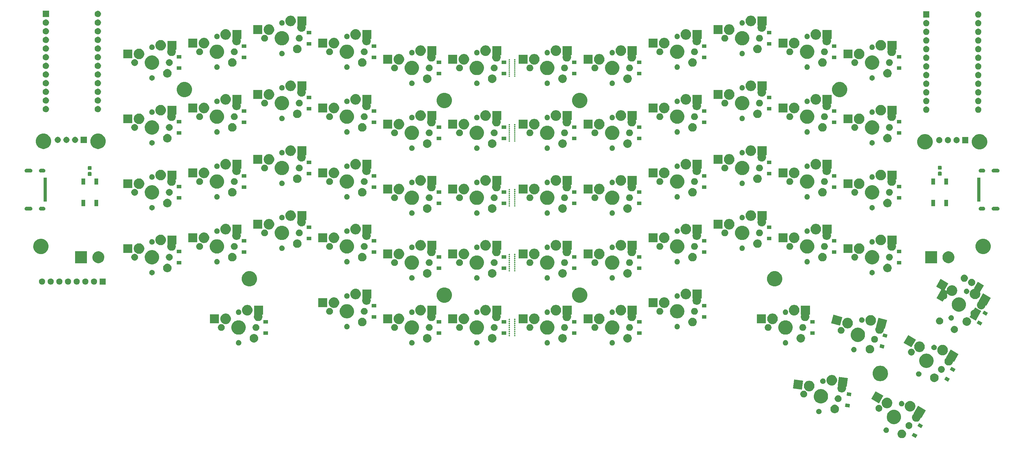
<source format=gbr>
G04 #@! TF.GenerationSoftware,KiCad,Pcbnew,(5.1.6)-1*
G04 #@! TF.CreationDate,2020-10-04T11:11:15+08:00*
G04 #@! TF.ProjectId,Galia,47616c69-612e-46b6-9963-61645f706362,rev?*
G04 #@! TF.SameCoordinates,Original*
G04 #@! TF.FileFunction,Soldermask,Bot*
G04 #@! TF.FilePolarity,Negative*
%FSLAX46Y46*%
G04 Gerber Fmt 4.6, Leading zero omitted, Abs format (unit mm)*
G04 Created by KiCad (PCBNEW (5.1.6)-1) date 2020-10-04 11:11:15*
%MOMM*%
%LPD*%
G01*
G04 APERTURE LIST*
%ADD10C,0.100000*%
G04 APERTURE END LIST*
D10*
G36*
X309118266Y-157031307D02*
G01*
X309345934Y-157125610D01*
X309550829Y-157262517D01*
X309725078Y-157436766D01*
X309861985Y-157641661D01*
X309956288Y-157869329D01*
X310004363Y-158111019D01*
X310004363Y-158357445D01*
X309956288Y-158599135D01*
X309861985Y-158826803D01*
X309725078Y-159031698D01*
X309550829Y-159205947D01*
X309345934Y-159342854D01*
X309345933Y-159342855D01*
X309345932Y-159342855D01*
X309118266Y-159437157D01*
X308876577Y-159485232D01*
X308630149Y-159485232D01*
X308388460Y-159437157D01*
X308160794Y-159342855D01*
X308160793Y-159342855D01*
X308160792Y-159342854D01*
X307955897Y-159205947D01*
X307781648Y-159031698D01*
X307644741Y-158826803D01*
X307550438Y-158599135D01*
X307502363Y-158357445D01*
X307502363Y-158111019D01*
X307550438Y-157869329D01*
X307644741Y-157641661D01*
X307781648Y-157436766D01*
X307955897Y-157262517D01*
X308160792Y-157125610D01*
X308388460Y-157031307D01*
X308630149Y-156983232D01*
X308876577Y-156983232D01*
X309118266Y-157031307D01*
G37*
G36*
X313294610Y-158549595D02*
G01*
X312793610Y-159417353D01*
X311666044Y-158766353D01*
X312167044Y-157898595D01*
X313294610Y-158549595D01*
G37*
G36*
X304414891Y-156383147D02*
G01*
X304538510Y-156434352D01*
X304560665Y-156443529D01*
X304691857Y-156531188D01*
X304803427Y-156642758D01*
X304830533Y-156683326D01*
X304891087Y-156773952D01*
X304951468Y-156919724D01*
X304982249Y-157074473D01*
X304982249Y-157232259D01*
X304951468Y-157387008D01*
X304891087Y-157532780D01*
X304891086Y-157532782D01*
X304803427Y-157663974D01*
X304691857Y-157775544D01*
X304560665Y-157863203D01*
X304560664Y-157863204D01*
X304560663Y-157863204D01*
X304414891Y-157923585D01*
X304260142Y-157954366D01*
X304102356Y-157954366D01*
X303947607Y-157923585D01*
X303801835Y-157863204D01*
X303801834Y-157863204D01*
X303801833Y-157863203D01*
X303670641Y-157775544D01*
X303559071Y-157663974D01*
X303471412Y-157532782D01*
X303471411Y-157532780D01*
X303411030Y-157387008D01*
X303380249Y-157232259D01*
X303380249Y-157074473D01*
X303411030Y-156919724D01*
X303471411Y-156773952D01*
X303531965Y-156683326D01*
X303559071Y-156642758D01*
X303670641Y-156531188D01*
X303801833Y-156443529D01*
X303823988Y-156434352D01*
X303947607Y-156383147D01*
X304102356Y-156352366D01*
X304260142Y-156352366D01*
X304414891Y-156383147D01*
G37*
G36*
X311122639Y-154833720D02*
G01*
X311304809Y-154909178D01*
X311468758Y-155018725D01*
X311608185Y-155158152D01*
X311687270Y-155276512D01*
X311717733Y-155322103D01*
X311793190Y-155504272D01*
X311831658Y-155697661D01*
X311831658Y-155894843D01*
X311812424Y-155991537D01*
X311793190Y-156088233D01*
X311717732Y-156270403D01*
X311608185Y-156434352D01*
X311468758Y-156573779D01*
X311304809Y-156683326D01*
X311122639Y-156758784D01*
X311025943Y-156778018D01*
X310929249Y-156797252D01*
X310732067Y-156797252D01*
X310635373Y-156778018D01*
X310538677Y-156758784D01*
X310356507Y-156683326D01*
X310192558Y-156573779D01*
X310053131Y-156434352D01*
X309943584Y-156270403D01*
X309868126Y-156088233D01*
X309848892Y-155991537D01*
X309829658Y-155894843D01*
X309829658Y-155697661D01*
X309868126Y-155504272D01*
X309943583Y-155322103D01*
X309974046Y-155276512D01*
X310053131Y-155158152D01*
X310192558Y-155018725D01*
X310356507Y-154909178D01*
X310538677Y-154833720D01*
X310732067Y-154795252D01*
X310929249Y-154795252D01*
X311122639Y-154833720D01*
G37*
G36*
X314944610Y-155691711D02*
G01*
X314443610Y-156559469D01*
X313316044Y-155908469D01*
X313817044Y-155040711D01*
X314944610Y-155691711D01*
G37*
G36*
X306814886Y-151190401D02*
G01*
X307044088Y-151235992D01*
X307426446Y-151394370D01*
X307575222Y-151493779D01*
X307739173Y-151603327D01*
X307770559Y-151624299D01*
X308063202Y-151916942D01*
X308293131Y-152261055D01*
X308435932Y-152605806D01*
X308451509Y-152643414D01*
X308532249Y-153049320D01*
X308532249Y-153463184D01*
X308478422Y-153733788D01*
X308451509Y-153869091D01*
X308293131Y-154251449D01*
X308210585Y-154374988D01*
X308063203Y-154595561D01*
X307770558Y-154888206D01*
X307739171Y-154909178D01*
X307426446Y-155118134D01*
X307044088Y-155276512D01*
X306908785Y-155303425D01*
X306638181Y-155357252D01*
X306224317Y-155357252D01*
X305953713Y-155303425D01*
X305818410Y-155276512D01*
X305436052Y-155118134D01*
X305123327Y-154909178D01*
X305091940Y-154888206D01*
X304799295Y-154595561D01*
X304651913Y-154374988D01*
X304569367Y-154251449D01*
X304410989Y-153869091D01*
X304384076Y-153733788D01*
X304330249Y-153463184D01*
X304330249Y-153049320D01*
X304410989Y-152643414D01*
X304426567Y-152605806D01*
X304569367Y-152261055D01*
X304799296Y-151916942D01*
X305091939Y-151624299D01*
X305123326Y-151603327D01*
X305287276Y-151493779D01*
X305436052Y-151394370D01*
X305818410Y-151235992D01*
X306047612Y-151190401D01*
X306224317Y-151155252D01*
X306638181Y-151155252D01*
X306814886Y-151190401D01*
G37*
G36*
X315829419Y-151314144D02*
G01*
X314528419Y-153567542D01*
X314528418Y-153567543D01*
X314410665Y-153499558D01*
X314388346Y-153489445D01*
X314364482Y-153483880D01*
X314339991Y-153483079D01*
X314315814Y-153487070D01*
X314292880Y-153495702D01*
X314272071Y-153508642D01*
X314254187Y-153525392D01*
X314239914Y-153545311D01*
X314229801Y-153567630D01*
X314225570Y-153583422D01*
X314188820Y-153768175D01*
X314094517Y-153995843D01*
X313957610Y-154200738D01*
X313783361Y-154374987D01*
X313578466Y-154511894D01*
X313578465Y-154511895D01*
X313578464Y-154511895D01*
X313350798Y-154606197D01*
X313109109Y-154654272D01*
X312862681Y-154654272D01*
X312620992Y-154606197D01*
X312393326Y-154511895D01*
X312393325Y-154511895D01*
X312393324Y-154511894D01*
X312188429Y-154374987D01*
X312014180Y-154200738D01*
X311877273Y-153995843D01*
X311782970Y-153768175D01*
X311734895Y-153526485D01*
X311734895Y-153280059D01*
X311782970Y-153038369D01*
X311877273Y-152810701D01*
X312014180Y-152605806D01*
X312188429Y-152431557D01*
X312193917Y-152427890D01*
X312212859Y-152412345D01*
X312228404Y-152393403D01*
X312239954Y-152371792D01*
X312247067Y-152348343D01*
X312249469Y-152323957D01*
X312247067Y-152299571D01*
X312239954Y-152276122D01*
X312228402Y-152254511D01*
X312225954Y-152251528D01*
X312268199Y-152178358D01*
X313532719Y-149988144D01*
X315829419Y-151314144D01*
G37*
G36*
X284671274Y-150897532D02*
G01*
X284817046Y-150957913D01*
X284817048Y-150957914D01*
X284948240Y-151045573D01*
X285059810Y-151157143D01*
X285142949Y-151281571D01*
X285147470Y-151288337D01*
X285207851Y-151434109D01*
X285238632Y-151588858D01*
X285238632Y-151746644D01*
X285207851Y-151901393D01*
X285147470Y-152047165D01*
X285147469Y-152047167D01*
X285059810Y-152178359D01*
X284948240Y-152289929D01*
X284817048Y-152377588D01*
X284817047Y-152377589D01*
X284817046Y-152377589D01*
X284671274Y-152437970D01*
X284516525Y-152468751D01*
X284358739Y-152468751D01*
X284203990Y-152437970D01*
X284058218Y-152377589D01*
X284058217Y-152377589D01*
X284058216Y-152377588D01*
X283927024Y-152289929D01*
X283815454Y-152178359D01*
X283727795Y-152047167D01*
X283727794Y-152047165D01*
X283667413Y-151901393D01*
X283636632Y-151746644D01*
X283636632Y-151588858D01*
X283667413Y-151434109D01*
X283727794Y-151288337D01*
X283732315Y-151281571D01*
X283815454Y-151157143D01*
X283927024Y-151045573D01*
X284058216Y-150957914D01*
X284058218Y-150957913D01*
X284203990Y-150897532D01*
X284358739Y-150866751D01*
X284516525Y-150866751D01*
X284671274Y-150897532D01*
G37*
G36*
X289262088Y-149678305D02*
G01*
X289440247Y-149713743D01*
X289667915Y-149808046D01*
X289872810Y-149944953D01*
X290047059Y-150119202D01*
X290161913Y-150291093D01*
X290183967Y-150324099D01*
X290278269Y-150551765D01*
X290291377Y-150617661D01*
X290326344Y-150793455D01*
X290326344Y-151039881D01*
X290278269Y-151281571D01*
X290183966Y-151509239D01*
X290047059Y-151714134D01*
X289872810Y-151888383D01*
X289667915Y-152025290D01*
X289667914Y-152025291D01*
X289667913Y-152025291D01*
X289440247Y-152119593D01*
X289198558Y-152167668D01*
X288952130Y-152167668D01*
X288710441Y-152119593D01*
X288482775Y-152025291D01*
X288482774Y-152025291D01*
X288482773Y-152025290D01*
X288277878Y-151888383D01*
X288103629Y-151714134D01*
X287966722Y-151509239D01*
X287872419Y-151281571D01*
X287824344Y-151039881D01*
X287824344Y-150793455D01*
X287859312Y-150617661D01*
X287872419Y-150551765D01*
X287966721Y-150324099D01*
X287988775Y-150291093D01*
X288103629Y-150119202D01*
X288277878Y-149944953D01*
X288482773Y-149808046D01*
X288710441Y-149713743D01*
X288888600Y-149678305D01*
X288952130Y-149665668D01*
X289198558Y-149665668D01*
X289262088Y-149678305D01*
G37*
G36*
X302227125Y-149734486D02*
G01*
X302323821Y-149753720D01*
X302505991Y-149829178D01*
X302669940Y-149938725D01*
X302809367Y-150078152D01*
X302864148Y-150160138D01*
X302918915Y-150242103D01*
X302994372Y-150424272D01*
X303032840Y-150617661D01*
X303032840Y-150814843D01*
X302994372Y-151008232D01*
X302932691Y-151157144D01*
X302918914Y-151190403D01*
X302809367Y-151354352D01*
X302669940Y-151493779D01*
X302505991Y-151603326D01*
X302323821Y-151678784D01*
X302130431Y-151717252D01*
X301933249Y-151717252D01*
X301739859Y-151678784D01*
X301557689Y-151603326D01*
X301393740Y-151493779D01*
X301254313Y-151354352D01*
X301144766Y-151190403D01*
X301130990Y-151157144D01*
X301069308Y-151008232D01*
X301030840Y-150814843D01*
X301030840Y-150617661D01*
X301069308Y-150424272D01*
X301144765Y-150242103D01*
X301199532Y-150160138D01*
X301254313Y-150078152D01*
X301393740Y-149938725D01*
X301557689Y-149829178D01*
X301739859Y-149753720D01*
X301836555Y-149734486D01*
X301933249Y-149715252D01*
X302130431Y-149715252D01*
X302227125Y-149734486D01*
G37*
G36*
X311389452Y-148588919D02*
G01*
X311623364Y-148635447D01*
X311905628Y-148752364D01*
X312159659Y-148922102D01*
X312375695Y-149138138D01*
X312545433Y-149392169D01*
X312658719Y-149665668D01*
X312662350Y-149674434D01*
X312721954Y-149974082D01*
X312721954Y-150279604D01*
X312693178Y-150424271D01*
X312662350Y-150579253D01*
X312545433Y-150861517D01*
X312375695Y-151115548D01*
X312159659Y-151331584D01*
X311905628Y-151501322D01*
X311623364Y-151618239D01*
X311473539Y-151648041D01*
X311323715Y-151677843D01*
X311018193Y-151677843D01*
X310868369Y-151648041D01*
X310718544Y-151618239D01*
X310436280Y-151501322D01*
X310182249Y-151331584D01*
X309966213Y-151115548D01*
X309796475Y-150861517D01*
X309679558Y-150579253D01*
X309648730Y-150424271D01*
X309619954Y-150279604D01*
X309619954Y-149974082D01*
X309673937Y-149702691D01*
X309676339Y-149678305D01*
X309675365Y-149668412D01*
X309683619Y-149658354D01*
X309695167Y-149636751D01*
X309796475Y-149392169D01*
X309966213Y-149138138D01*
X310182249Y-148922102D01*
X310436280Y-148752364D01*
X310718544Y-148635447D01*
X310952456Y-148588919D01*
X311018193Y-148575843D01*
X311323715Y-148575843D01*
X311389452Y-148588919D01*
G37*
G36*
X304704277Y-147630349D02*
G01*
X304854102Y-147660151D01*
X305136366Y-147777068D01*
X305390397Y-147946806D01*
X305606433Y-148162842D01*
X305776171Y-148416873D01*
X305893088Y-148699137D01*
X305904478Y-148756397D01*
X305952692Y-148998786D01*
X305952692Y-149304308D01*
X305922890Y-149454132D01*
X305893088Y-149603957D01*
X305776171Y-149886221D01*
X305606433Y-150140252D01*
X305390397Y-150356288D01*
X305136366Y-150526026D01*
X304854102Y-150642943D01*
X304704277Y-150672745D01*
X304554453Y-150702547D01*
X304248931Y-150702547D01*
X304099107Y-150672745D01*
X303949282Y-150642943D01*
X303667018Y-150526026D01*
X303412987Y-150356288D01*
X303196951Y-150140252D01*
X303027213Y-149886221D01*
X302910296Y-149603957D01*
X302880494Y-149454132D01*
X302850692Y-149304308D01*
X302850692Y-148998786D01*
X302898906Y-148756397D01*
X302910296Y-148699137D01*
X303027213Y-148416873D01*
X303196951Y-148162842D01*
X303412987Y-147946806D01*
X303667018Y-147777068D01*
X303949282Y-147660151D01*
X304099107Y-147630349D01*
X304248931Y-147600547D01*
X304554453Y-147600547D01*
X304704277Y-147630349D01*
G37*
G36*
X293542516Y-149467611D02*
G01*
X293411729Y-150461038D01*
X292120868Y-150291093D01*
X292251655Y-149297666D01*
X293542516Y-149467611D01*
G37*
G36*
X308914891Y-148588919D02*
G01*
X309060663Y-148649300D01*
X309060665Y-148649301D01*
X309191857Y-148736960D01*
X309303427Y-148848530D01*
X309391086Y-148979722D01*
X309391087Y-148979724D01*
X309451468Y-149125496D01*
X309482249Y-149280245D01*
X309482249Y-149438032D01*
X309457089Y-149564524D01*
X309454687Y-149588910D01*
X309455661Y-149598801D01*
X309447407Y-149608859D01*
X309435856Y-149630470D01*
X309391087Y-149738553D01*
X309361999Y-149782086D01*
X309303427Y-149869746D01*
X309191857Y-149981316D01*
X309060665Y-150068975D01*
X309060664Y-150068976D01*
X309060663Y-150068976D01*
X308914891Y-150129357D01*
X308760142Y-150160138D01*
X308602356Y-150160138D01*
X308447607Y-150129357D01*
X308301835Y-150068976D01*
X308301834Y-150068976D01*
X308301833Y-150068975D01*
X308170641Y-149981316D01*
X308059071Y-149869746D01*
X307971412Y-149738554D01*
X307946456Y-149678305D01*
X307911030Y-149592780D01*
X307880249Y-149438031D01*
X307880249Y-149280245D01*
X307911030Y-149125496D01*
X307971411Y-148979724D01*
X307971412Y-148979722D01*
X308059071Y-148848530D01*
X308170641Y-148736960D01*
X308301833Y-148649301D01*
X308301835Y-148649300D01*
X308447607Y-148588919D01*
X308602356Y-148558138D01*
X308760142Y-148558138D01*
X308914891Y-148588919D01*
G37*
G36*
X285502536Y-145159076D02*
G01*
X285637839Y-145185989D01*
X286020197Y-145344367D01*
X286142806Y-145426292D01*
X286364309Y-145574295D01*
X286656954Y-145866940D01*
X286763166Y-146025898D01*
X286886882Y-146211052D01*
X287045260Y-146593410D01*
X287054879Y-146641767D01*
X287126000Y-146999317D01*
X287126000Y-147413181D01*
X287107595Y-147505708D01*
X287045260Y-147819088D01*
X286933270Y-148089455D01*
X286886883Y-148201444D01*
X286656954Y-148545558D01*
X286364309Y-148838203D01*
X286348852Y-148848531D01*
X286020197Y-149068131D01*
X285637839Y-149226509D01*
X285502536Y-149253422D01*
X285231932Y-149307249D01*
X284818068Y-149307249D01*
X284547464Y-149253422D01*
X284412161Y-149226509D01*
X284029803Y-149068131D01*
X283701148Y-148848531D01*
X283685691Y-148838203D01*
X283393046Y-148545558D01*
X283163117Y-148201444D01*
X283116730Y-148089455D01*
X283004740Y-147819088D01*
X282942405Y-147505708D01*
X282924000Y-147413181D01*
X282924000Y-146999317D01*
X282995121Y-146641767D01*
X283004740Y-146593410D01*
X283163118Y-146211052D01*
X283286834Y-146025898D01*
X283393046Y-145866940D01*
X283685691Y-145574295D01*
X283907194Y-145426292D01*
X284029803Y-145344367D01*
X284412161Y-145185989D01*
X284547464Y-145159076D01*
X284818068Y-145105249D01*
X285231932Y-145105249D01*
X285502536Y-145159076D01*
G37*
G36*
X303364309Y-147050348D02*
G01*
X302063309Y-149303746D01*
X299766609Y-147977746D01*
X301067609Y-145724348D01*
X303364309Y-147050348D01*
G37*
G36*
X290256825Y-146887556D02*
G01*
X290353521Y-146906790D01*
X290535691Y-146982248D01*
X290699640Y-147091795D01*
X290839067Y-147231222D01*
X290948614Y-147395171D01*
X291024072Y-147577341D01*
X291062540Y-147770732D01*
X291062540Y-147967912D01*
X291024072Y-148161303D01*
X290948614Y-148343473D01*
X290839067Y-148507422D01*
X290699640Y-148646849D01*
X290535691Y-148756396D01*
X290353521Y-148831854D01*
X290269685Y-148848530D01*
X290160131Y-148870322D01*
X289962949Y-148870322D01*
X289853395Y-148848530D01*
X289769559Y-148831854D01*
X289587389Y-148756396D01*
X289423440Y-148646849D01*
X289284013Y-148507422D01*
X289174466Y-148343473D01*
X289099008Y-148161303D01*
X289060540Y-147967912D01*
X289060540Y-147770732D01*
X289099008Y-147577341D01*
X289174466Y-147395171D01*
X289284013Y-147231222D01*
X289423440Y-147091795D01*
X289587389Y-146982248D01*
X289769559Y-146906790D01*
X289866255Y-146887556D01*
X289962949Y-146868322D01*
X290160131Y-146868322D01*
X290256825Y-146887556D01*
G37*
G36*
X280280441Y-145580644D02*
G01*
X280462611Y-145656102D01*
X280626560Y-145765649D01*
X280765987Y-145905076D01*
X280853900Y-146036648D01*
X280875535Y-146069027D01*
X280897635Y-146122381D01*
X280950992Y-146251195D01*
X280989460Y-146444586D01*
X280989460Y-146641766D01*
X280950992Y-146835157D01*
X280875534Y-147017327D01*
X280765987Y-147181276D01*
X280626560Y-147320703D01*
X280462611Y-147430250D01*
X280280441Y-147505708D01*
X280183745Y-147524942D01*
X280087051Y-147544176D01*
X279889869Y-147544176D01*
X279793175Y-147524942D01*
X279696479Y-147505708D01*
X279514309Y-147430250D01*
X279350360Y-147320703D01*
X279210933Y-147181276D01*
X279101386Y-147017327D01*
X279025928Y-146835157D01*
X278987460Y-146641766D01*
X278987460Y-146444586D01*
X279025928Y-146251195D01*
X279079285Y-146122381D01*
X279101385Y-146069027D01*
X279123020Y-146036648D01*
X279210933Y-145905076D01*
X279350360Y-145765649D01*
X279514309Y-145656102D01*
X279696479Y-145580644D01*
X279889869Y-145542176D01*
X280087051Y-145542176D01*
X280280441Y-145580644D01*
G37*
G36*
X293973252Y-146195843D02*
G01*
X293842465Y-147189270D01*
X292551604Y-147019325D01*
X292682391Y-146025898D01*
X293973252Y-146195843D01*
G37*
G36*
X292964564Y-141815451D02*
G01*
X292624935Y-144395190D01*
X292490129Y-144377443D01*
X292465638Y-144376642D01*
X292441461Y-144380633D01*
X292418527Y-144389265D01*
X292397718Y-144402205D01*
X292379834Y-144418956D01*
X292365561Y-144438874D01*
X292355448Y-144461193D01*
X292349883Y-144485057D01*
X292349082Y-144509548D01*
X292351216Y-144525759D01*
X292387965Y-144710509D01*
X292387965Y-144956937D01*
X292339890Y-145198626D01*
X292258378Y-145395415D01*
X292245587Y-145426294D01*
X292108680Y-145631189D01*
X291934431Y-145805438D01*
X291729536Y-145942345D01*
X291729535Y-145942346D01*
X291729534Y-145942346D01*
X291501868Y-146036648D01*
X291260179Y-146084723D01*
X291013751Y-146084723D01*
X290772062Y-146036648D01*
X290544396Y-145942346D01*
X290544395Y-145942346D01*
X290544394Y-145942345D01*
X290339499Y-145805438D01*
X290165250Y-145631189D01*
X290028343Y-145426294D01*
X290015553Y-145395415D01*
X289934040Y-145198626D01*
X289885965Y-144956937D01*
X289885965Y-144710509D01*
X289934040Y-144468820D01*
X290028342Y-144241153D01*
X290032008Y-144235667D01*
X290043560Y-144214056D01*
X290050673Y-144190607D01*
X290053075Y-144166221D01*
X290050673Y-144141835D01*
X290043560Y-144118386D01*
X290032010Y-144096775D01*
X290016465Y-144077833D01*
X289997523Y-144062288D01*
X289994119Y-144060468D01*
X290085426Y-143366925D01*
X290335253Y-141469296D01*
X292964564Y-141815451D01*
G37*
G36*
X281863508Y-142665854D02*
G01*
X282031542Y-142699278D01*
X282313806Y-142816195D01*
X282567837Y-142985933D01*
X282783873Y-143201969D01*
X282953611Y-143456000D01*
X283070528Y-143738264D01*
X283070528Y-143738265D01*
X283129803Y-144036257D01*
X283130132Y-144037914D01*
X283130132Y-144343434D01*
X283070528Y-144643084D01*
X282953611Y-144925348D01*
X282783873Y-145179379D01*
X282567837Y-145395415D01*
X282313806Y-145565153D01*
X282031542Y-145682070D01*
X281881717Y-145711872D01*
X281731893Y-145741674D01*
X281426371Y-145741674D01*
X281276547Y-145711872D01*
X281126722Y-145682070D01*
X280844458Y-145565153D01*
X280590427Y-145395415D01*
X280374391Y-145179379D01*
X280204653Y-144925348D01*
X280087736Y-144643084D01*
X280028132Y-144343434D01*
X280028132Y-144037914D01*
X280028462Y-144036257D01*
X280087736Y-143738265D01*
X280087736Y-143738264D01*
X280204653Y-143456000D01*
X280374391Y-143201969D01*
X280590427Y-142985933D01*
X280844458Y-142816195D01*
X281126722Y-142699278D01*
X281294756Y-142665854D01*
X281426371Y-142639674D01*
X281731893Y-142639674D01*
X281863508Y-142665854D01*
G37*
G36*
X279816620Y-142646409D02*
G01*
X279476991Y-145226148D01*
X276847680Y-144879993D01*
X277187309Y-142300254D01*
X279816620Y-142646409D01*
G37*
G36*
X288508928Y-140980048D02*
G01*
X288658753Y-141009850D01*
X288941017Y-141126767D01*
X289195048Y-141296505D01*
X289411084Y-141512541D01*
X289580822Y-141766572D01*
X289697739Y-142048836D01*
X289697739Y-142048837D01*
X289754273Y-142333049D01*
X289757343Y-142348486D01*
X289757343Y-142654006D01*
X289697739Y-142953656D01*
X289580822Y-143235920D01*
X289411084Y-143489951D01*
X289195048Y-143705987D01*
X288941017Y-143875725D01*
X288658753Y-143992642D01*
X288508928Y-144022444D01*
X288359104Y-144052246D01*
X288053582Y-144052246D01*
X287903758Y-144022444D01*
X287753933Y-143992642D01*
X287471669Y-143875725D01*
X287217638Y-143705987D01*
X287001602Y-143489951D01*
X286831864Y-143235920D01*
X286714947Y-142953656D01*
X286660964Y-142682265D01*
X286653851Y-142658816D01*
X286649164Y-142650047D01*
X286652941Y-142637596D01*
X286655343Y-142613209D01*
X286655343Y-142348485D01*
X286714947Y-142048837D01*
X286714947Y-142048836D01*
X286831864Y-141766572D01*
X287001602Y-141512541D01*
X287217638Y-141296505D01*
X287471669Y-141126767D01*
X287753933Y-141009850D01*
X287903758Y-140980048D01*
X288053582Y-140950246D01*
X288359104Y-140950246D01*
X288508928Y-140980048D01*
G37*
G36*
X285846010Y-141974528D02*
G01*
X285991782Y-142034909D01*
X285991784Y-142034910D01*
X286122976Y-142122569D01*
X286234546Y-142234139D01*
X286322205Y-142365331D01*
X286322206Y-142365333D01*
X286382587Y-142511105D01*
X286407747Y-142637595D01*
X286414860Y-142661044D01*
X286419547Y-142669813D01*
X286415770Y-142682265D01*
X286413368Y-142706651D01*
X286413368Y-142823640D01*
X286382587Y-142978389D01*
X286377165Y-142991478D01*
X286322205Y-143124163D01*
X286234546Y-143255355D01*
X286122976Y-143366925D01*
X285991784Y-143454584D01*
X285991783Y-143454585D01*
X285991782Y-143454585D01*
X285846010Y-143514966D01*
X285691261Y-143545747D01*
X285533475Y-143545747D01*
X285378726Y-143514966D01*
X285232954Y-143454585D01*
X285232953Y-143454585D01*
X285232952Y-143454584D01*
X285101760Y-143366925D01*
X284990190Y-143255355D01*
X284902531Y-143124163D01*
X284847571Y-142991478D01*
X284842149Y-142978389D01*
X284811368Y-142823640D01*
X284811368Y-142665854D01*
X284842149Y-142511105D01*
X284902530Y-142365333D01*
X284902531Y-142365331D01*
X284990190Y-142234139D01*
X285101760Y-142122569D01*
X285232952Y-142034910D01*
X285232954Y-142034909D01*
X285378726Y-141974528D01*
X285533475Y-141943747D01*
X285691261Y-141943747D01*
X285846010Y-141974528D01*
G37*
G36*
X318643267Y-140537553D02*
G01*
X318870935Y-140631856D01*
X319075830Y-140768763D01*
X319250079Y-140943012D01*
X319386986Y-141147907D01*
X319386987Y-141147909D01*
X319481289Y-141375575D01*
X319529364Y-141617264D01*
X319529364Y-141863692D01*
X319481289Y-142105381D01*
X319413695Y-142268569D01*
X319386986Y-142333049D01*
X319250079Y-142537944D01*
X319075830Y-142712193D01*
X318870935Y-142849100D01*
X318870934Y-142849101D01*
X318870933Y-142849101D01*
X318643267Y-142943403D01*
X318401578Y-142991478D01*
X318155150Y-142991478D01*
X317913461Y-142943403D01*
X317685795Y-142849101D01*
X317685794Y-142849101D01*
X317685793Y-142849100D01*
X317480898Y-142712193D01*
X317306649Y-142537944D01*
X317169742Y-142333049D01*
X317143034Y-142268569D01*
X317075439Y-142105381D01*
X317027364Y-141863692D01*
X317027364Y-141617264D01*
X317075439Y-141375575D01*
X317169741Y-141147909D01*
X317169742Y-141147907D01*
X317306649Y-140943012D01*
X317480898Y-140768763D01*
X317685793Y-140631856D01*
X317913461Y-140537553D01*
X318155150Y-140489478D01*
X318401578Y-140489478D01*
X318643267Y-140537553D01*
G37*
G36*
X322819610Y-142051811D02*
G01*
X322318610Y-142919569D01*
X321191044Y-142268569D01*
X321692044Y-141400811D01*
X322819610Y-142051811D01*
G37*
G36*
X302694630Y-138253526D02*
G01*
X303075343Y-138329254D01*
X303484999Y-138498939D01*
X303853679Y-138745284D01*
X304167216Y-139058821D01*
X304413561Y-139427501D01*
X304583246Y-139837157D01*
X304645276Y-140149005D01*
X304668355Y-140265030D01*
X304669750Y-140272046D01*
X304669750Y-140715454D01*
X304583246Y-141150343D01*
X304413561Y-141559999D01*
X304167216Y-141928679D01*
X303853679Y-142242216D01*
X303484999Y-142488561D01*
X303075343Y-142658246D01*
X302694630Y-142733974D01*
X302640455Y-142744750D01*
X302197045Y-142744750D01*
X302142870Y-142733974D01*
X301762157Y-142658246D01*
X301352501Y-142488561D01*
X300983821Y-142242216D01*
X300670284Y-141928679D01*
X300423939Y-141559999D01*
X300254254Y-141150343D01*
X300167750Y-140715454D01*
X300167750Y-140272046D01*
X300169146Y-140265030D01*
X300192224Y-140149005D01*
X300254254Y-139837157D01*
X300423939Y-139427501D01*
X300670284Y-139058821D01*
X300983821Y-138745284D01*
X301352501Y-138498939D01*
X301762157Y-138329254D01*
X302142870Y-138253526D01*
X302197045Y-138242750D01*
X302640455Y-138242750D01*
X302694630Y-138253526D01*
G37*
G36*
X313939892Y-139889393D02*
G01*
X314063511Y-139940598D01*
X314085666Y-139949775D01*
X314216858Y-140037434D01*
X314328428Y-140149004D01*
X314410641Y-140272046D01*
X314416088Y-140280198D01*
X314476469Y-140425970D01*
X314507250Y-140580719D01*
X314507250Y-140738505D01*
X314476469Y-140893254D01*
X314452862Y-140950246D01*
X314416087Y-141039028D01*
X314328428Y-141170220D01*
X314216858Y-141281790D01*
X314085666Y-141369449D01*
X314085665Y-141369450D01*
X314085664Y-141369450D01*
X313939892Y-141429831D01*
X313785143Y-141460612D01*
X313627357Y-141460612D01*
X313472608Y-141429831D01*
X313326836Y-141369450D01*
X313326835Y-141369450D01*
X313326834Y-141369449D01*
X313195642Y-141281790D01*
X313084072Y-141170220D01*
X312996413Y-141039028D01*
X312959638Y-140950246D01*
X312936031Y-140893254D01*
X312905250Y-140738505D01*
X312905250Y-140580719D01*
X312936031Y-140425970D01*
X312996412Y-140280198D01*
X313001859Y-140272046D01*
X313084072Y-140149004D01*
X313195642Y-140037434D01*
X313326834Y-139949775D01*
X313348989Y-139940598D01*
X313472608Y-139889393D01*
X313627357Y-139858612D01*
X313785143Y-139858612D01*
X313939892Y-139889393D01*
G37*
G36*
X320647640Y-138339966D02*
G01*
X320829810Y-138415424D01*
X320993759Y-138524971D01*
X321133186Y-138664398D01*
X321242733Y-138828347D01*
X321318191Y-139010517D01*
X321356659Y-139203908D01*
X321356659Y-139401088D01*
X321318191Y-139594479D01*
X321242733Y-139776649D01*
X321133186Y-139940598D01*
X320993759Y-140080025D01*
X320829810Y-140189572D01*
X320647640Y-140265030D01*
X320454250Y-140303498D01*
X320257068Y-140303498D01*
X320063678Y-140265030D01*
X319881508Y-140189572D01*
X319717559Y-140080025D01*
X319578132Y-139940598D01*
X319468585Y-139776649D01*
X319393127Y-139594479D01*
X319354659Y-139401088D01*
X319354659Y-139203908D01*
X319393127Y-139010517D01*
X319468585Y-138828347D01*
X319578132Y-138664398D01*
X319717559Y-138524971D01*
X319881508Y-138415424D01*
X320063678Y-138339966D01*
X320257068Y-138301498D01*
X320454250Y-138301498D01*
X320647640Y-138339966D01*
G37*
G36*
X324469610Y-139193927D02*
G01*
X323968610Y-140061685D01*
X322841044Y-139410685D01*
X323342044Y-138542927D01*
X324469610Y-139193927D01*
G37*
G36*
X316339887Y-134696647D02*
G01*
X316569089Y-134742238D01*
X316951447Y-134900616D01*
X317100223Y-135000025D01*
X317264174Y-135109573D01*
X317295560Y-135130545D01*
X317588203Y-135423188D01*
X317818132Y-135767301D01*
X317960933Y-136112052D01*
X317976510Y-136149660D01*
X318057250Y-136555566D01*
X318057250Y-136969430D01*
X318003423Y-137240034D01*
X317976510Y-137375337D01*
X317818132Y-137757695D01*
X317735586Y-137881234D01*
X317588204Y-138101807D01*
X317295559Y-138394452D01*
X317264172Y-138415424D01*
X316951447Y-138624380D01*
X316569089Y-138782758D01*
X316433786Y-138809671D01*
X316163182Y-138863498D01*
X315749318Y-138863498D01*
X315478714Y-138809671D01*
X315343411Y-138782758D01*
X314961053Y-138624380D01*
X314648328Y-138415424D01*
X314616941Y-138394452D01*
X314324296Y-138101807D01*
X314176914Y-137881234D01*
X314094368Y-137757695D01*
X313935990Y-137375337D01*
X313909077Y-137240034D01*
X313855250Y-136969430D01*
X313855250Y-136555566D01*
X313935990Y-136149660D01*
X313951568Y-136112052D01*
X314094368Y-135767301D01*
X314324297Y-135423188D01*
X314616940Y-135130545D01*
X314648327Y-135109573D01*
X314812277Y-135000025D01*
X314961053Y-134900616D01*
X315343411Y-134742238D01*
X315572613Y-134696647D01*
X315749318Y-134661498D01*
X316163182Y-134661498D01*
X316339887Y-134696647D01*
G37*
G36*
X325354420Y-134820390D02*
G01*
X324053420Y-137073788D01*
X324053419Y-137073789D01*
X323935666Y-137005804D01*
X323913347Y-136995691D01*
X323889483Y-136990126D01*
X323864992Y-136989325D01*
X323840815Y-136993316D01*
X323817881Y-137001948D01*
X323797072Y-137014888D01*
X323779188Y-137031638D01*
X323764915Y-137051557D01*
X323754802Y-137073876D01*
X323750571Y-137089668D01*
X323713821Y-137274421D01*
X323619518Y-137502089D01*
X323482611Y-137706984D01*
X323308362Y-137881233D01*
X323103467Y-138018140D01*
X323103466Y-138018141D01*
X323103465Y-138018141D01*
X322875799Y-138112443D01*
X322634110Y-138160518D01*
X322387682Y-138160518D01*
X322145993Y-138112443D01*
X321918327Y-138018141D01*
X321918326Y-138018141D01*
X321918325Y-138018140D01*
X321713430Y-137881233D01*
X321539181Y-137706984D01*
X321402274Y-137502089D01*
X321307971Y-137274421D01*
X321259896Y-137032731D01*
X321259896Y-136786305D01*
X321307971Y-136544615D01*
X321402274Y-136316947D01*
X321539181Y-136112052D01*
X321713430Y-135937803D01*
X321718918Y-135934136D01*
X321737860Y-135918591D01*
X321753405Y-135899649D01*
X321764955Y-135878038D01*
X321772068Y-135854589D01*
X321774470Y-135830203D01*
X321772068Y-135805817D01*
X321764955Y-135782368D01*
X321753403Y-135760757D01*
X321750955Y-135757774D01*
X321944128Y-135423189D01*
X323057720Y-133494390D01*
X325354420Y-134820390D01*
G37*
G36*
X311715221Y-133233391D02*
G01*
X311848822Y-133259966D01*
X312030992Y-133335424D01*
X312194941Y-133444971D01*
X312334368Y-133584398D01*
X312443915Y-133748347D01*
X312519373Y-133930517D01*
X312534492Y-134006526D01*
X312557841Y-134123907D01*
X312557841Y-134321089D01*
X312556402Y-134328321D01*
X312519373Y-134514479D01*
X312443915Y-134696649D01*
X312334368Y-134860598D01*
X312194941Y-135000025D01*
X312030992Y-135109572D01*
X311848822Y-135185030D01*
X311752126Y-135204264D01*
X311655432Y-135223498D01*
X311458250Y-135223498D01*
X311361556Y-135204264D01*
X311264860Y-135185030D01*
X311082690Y-135109572D01*
X310918741Y-135000025D01*
X310779314Y-134860598D01*
X310669767Y-134696649D01*
X310594309Y-134514479D01*
X310557280Y-134328321D01*
X310555841Y-134321089D01*
X310555841Y-134123907D01*
X310579190Y-134006526D01*
X310594309Y-133930517D01*
X310669767Y-133748347D01*
X310779314Y-133584398D01*
X310918741Y-133444971D01*
X311082690Y-133335424D01*
X311264860Y-133259966D01*
X311398461Y-133233391D01*
X311458250Y-133221498D01*
X311655432Y-133221498D01*
X311715221Y-133233391D01*
G37*
G36*
X320914453Y-132095165D02*
G01*
X321148365Y-132141693D01*
X321430629Y-132258610D01*
X321684660Y-132428348D01*
X321900696Y-132644384D01*
X322070434Y-132898415D01*
X322184857Y-133174658D01*
X322187351Y-133180680D01*
X322246955Y-133480328D01*
X322246955Y-133785850D01*
X322229156Y-133875333D01*
X322187351Y-134085499D01*
X322070434Y-134367763D01*
X321900696Y-134621794D01*
X321684660Y-134837830D01*
X321430629Y-135007568D01*
X321148365Y-135124485D01*
X320998540Y-135154287D01*
X320848716Y-135184089D01*
X320543194Y-135184089D01*
X320393370Y-135154287D01*
X320243545Y-135124485D01*
X319961281Y-135007568D01*
X319707250Y-134837830D01*
X319491214Y-134621794D01*
X319321476Y-134367763D01*
X319204559Y-134085499D01*
X319162754Y-133875333D01*
X319144955Y-133785850D01*
X319144955Y-133480328D01*
X319198938Y-133208937D01*
X319201340Y-133184551D01*
X319200366Y-133174658D01*
X319208620Y-133164600D01*
X319220168Y-133142997D01*
X319321476Y-132898415D01*
X319491214Y-132644384D01*
X319707250Y-132428348D01*
X319961281Y-132258610D01*
X320243545Y-132141693D01*
X320477457Y-132095165D01*
X320543194Y-132082089D01*
X320848716Y-132082089D01*
X320914453Y-132095165D01*
G37*
G36*
X299759676Y-132153680D02*
G01*
X299975812Y-132243206D01*
X299987344Y-132247983D01*
X300192239Y-132384890D01*
X300366488Y-132559139D01*
X300503395Y-132764034D01*
X300503396Y-132764036D01*
X300597698Y-132991702D01*
X300645773Y-133233391D01*
X300645773Y-133479819D01*
X300597698Y-133721508D01*
X300511124Y-133930518D01*
X300503395Y-133949176D01*
X300366488Y-134154071D01*
X300192239Y-134328320D01*
X299987344Y-134465227D01*
X299987343Y-134465228D01*
X299987342Y-134465228D01*
X299759676Y-134559530D01*
X299517987Y-134607605D01*
X299271559Y-134607605D01*
X299029870Y-134559530D01*
X298802204Y-134465228D01*
X298802203Y-134465228D01*
X298802202Y-134465227D01*
X298597307Y-134328320D01*
X298423058Y-134154071D01*
X298286151Y-133949176D01*
X298278423Y-133930518D01*
X298191848Y-133721508D01*
X298143773Y-133479819D01*
X298143773Y-133233391D01*
X298191848Y-132991702D01*
X298286150Y-132764036D01*
X298286151Y-132764034D01*
X298423058Y-132559139D01*
X298597307Y-132384890D01*
X298802202Y-132247983D01*
X298813735Y-132243206D01*
X299029870Y-132153680D01*
X299271559Y-132105605D01*
X299517987Y-132105605D01*
X299759676Y-132153680D01*
G37*
G36*
X294932343Y-132725700D02*
G01*
X295078115Y-132786081D01*
X295078117Y-132786082D01*
X295209309Y-132873741D01*
X295320879Y-132985311D01*
X295407604Y-133115105D01*
X295408539Y-133116505D01*
X295468920Y-133262277D01*
X295499701Y-133417026D01*
X295499701Y-133574812D01*
X295468920Y-133729561D01*
X295408539Y-133875333D01*
X295408538Y-133875335D01*
X295320879Y-134006527D01*
X295209309Y-134118097D01*
X295078117Y-134205756D01*
X295078116Y-134205757D01*
X295078115Y-134205757D01*
X294932343Y-134266138D01*
X294777594Y-134296919D01*
X294619808Y-134296919D01*
X294465059Y-134266138D01*
X294319287Y-134205757D01*
X294319286Y-134205757D01*
X294319285Y-134205756D01*
X294188093Y-134118097D01*
X294076523Y-134006527D01*
X293988864Y-133875335D01*
X293988863Y-133875333D01*
X293928482Y-133729561D01*
X293897701Y-133574812D01*
X293897701Y-133417026D01*
X293928482Y-133262277D01*
X293988863Y-133116505D01*
X293989798Y-133115105D01*
X294076523Y-132985311D01*
X294188093Y-132873741D01*
X294319285Y-132786082D01*
X294319287Y-132786081D01*
X294465059Y-132725700D01*
X294619808Y-132694919D01*
X294777594Y-132694919D01*
X294932343Y-132725700D01*
G37*
G36*
X314229278Y-131136595D02*
G01*
X314379103Y-131166397D01*
X314661367Y-131283314D01*
X314915398Y-131453052D01*
X315131434Y-131669088D01*
X315301172Y-131923119D01*
X315418089Y-132205383D01*
X315422219Y-132226147D01*
X315477693Y-132505032D01*
X315477693Y-132810554D01*
X315447891Y-132960378D01*
X315418089Y-133110203D01*
X315301172Y-133392467D01*
X315131434Y-133646498D01*
X314915398Y-133862534D01*
X314661367Y-134032272D01*
X314379103Y-134149189D01*
X314354559Y-134154071D01*
X314079454Y-134208793D01*
X313773932Y-134208793D01*
X313498827Y-134154071D01*
X313474283Y-134149189D01*
X313192019Y-134032272D01*
X312937988Y-133862534D01*
X312721952Y-133646498D01*
X312552214Y-133392467D01*
X312435297Y-133110203D01*
X312405495Y-132960378D01*
X312375693Y-132810554D01*
X312375693Y-132505032D01*
X312431167Y-132226147D01*
X312435297Y-132205383D01*
X312552214Y-131923119D01*
X312721952Y-131669088D01*
X312937988Y-131453052D01*
X313192019Y-131283314D01*
X313474283Y-131166397D01*
X313624108Y-131136595D01*
X313773932Y-131106793D01*
X314079454Y-131106793D01*
X314229278Y-131136595D01*
G37*
G36*
X318439892Y-132095165D02*
G01*
X318581159Y-132153680D01*
X318585666Y-132155547D01*
X318716858Y-132243206D01*
X318828428Y-132354776D01*
X318916087Y-132485968D01*
X318916088Y-132485970D01*
X318976469Y-132631742D01*
X319007250Y-132786491D01*
X319007250Y-132944278D01*
X318982090Y-133070770D01*
X318979688Y-133095156D01*
X318980662Y-133105047D01*
X318972408Y-133115105D01*
X318960857Y-133136716D01*
X318916088Y-133244799D01*
X318887000Y-133288332D01*
X318828428Y-133375992D01*
X318716858Y-133487562D01*
X318585666Y-133575221D01*
X318585665Y-133575222D01*
X318585664Y-133575222D01*
X318439892Y-133635603D01*
X318285143Y-133666384D01*
X318127357Y-133666384D01*
X317972608Y-133635603D01*
X317826836Y-133575222D01*
X317826835Y-133575222D01*
X317826834Y-133575221D01*
X317695642Y-133487562D01*
X317584072Y-133375992D01*
X317496413Y-133244800D01*
X317496412Y-133244798D01*
X317436031Y-133099026D01*
X317405250Y-132944277D01*
X317405250Y-132786491D01*
X317436031Y-132631742D01*
X317496412Y-132485970D01*
X317496413Y-132485968D01*
X317584072Y-132354776D01*
X317695642Y-132243206D01*
X317826834Y-132155547D01*
X317831341Y-132153680D01*
X317972608Y-132095165D01*
X318127357Y-132064384D01*
X318285143Y-132064384D01*
X318439892Y-132095165D01*
G37*
G36*
X303708770Y-132226147D02*
G01*
X303708770Y-132226148D01*
X303516347Y-132944278D01*
X303449433Y-133194005D01*
X302191798Y-132857023D01*
X302204250Y-132810553D01*
X302451135Y-131889165D01*
X303708770Y-132226147D01*
G37*
G36*
X312889310Y-130556594D02*
G01*
X311588310Y-132809992D01*
X309291610Y-131483992D01*
X310592610Y-129230594D01*
X312889310Y-130556594D01*
G37*
G36*
X224071141Y-130729783D02*
G01*
X224216913Y-130790164D01*
X224216915Y-130790165D01*
X224348107Y-130877824D01*
X224459677Y-130989394D01*
X224547335Y-131120585D01*
X224547337Y-131120588D01*
X224607718Y-131266360D01*
X224638499Y-131421109D01*
X224638499Y-131578895D01*
X224607718Y-131733644D01*
X224547338Y-131879413D01*
X224547336Y-131879418D01*
X224459677Y-132010610D01*
X224348107Y-132122180D01*
X224216915Y-132209839D01*
X224216914Y-132209840D01*
X224216913Y-132209840D01*
X224071141Y-132270221D01*
X223916392Y-132301002D01*
X223758606Y-132301002D01*
X223603857Y-132270221D01*
X223458085Y-132209840D01*
X223458084Y-132209840D01*
X223458083Y-132209839D01*
X223326891Y-132122180D01*
X223215321Y-132010610D01*
X223127662Y-131879418D01*
X223127660Y-131879413D01*
X223067280Y-131733644D01*
X223036499Y-131578895D01*
X223036499Y-131421109D01*
X223067280Y-131266360D01*
X223127661Y-131120588D01*
X223127663Y-131120585D01*
X223215321Y-130989394D01*
X223326891Y-130877824D01*
X223458083Y-130790165D01*
X223458085Y-130790164D01*
X223603857Y-130729783D01*
X223758606Y-130699002D01*
X223916392Y-130699002D01*
X224071141Y-130729783D01*
G37*
G36*
X274871142Y-130729781D02*
G01*
X275016914Y-130790162D01*
X275016916Y-130790163D01*
X275148108Y-130877822D01*
X275259678Y-130989392D01*
X275338122Y-131106793D01*
X275347338Y-131120586D01*
X275407719Y-131266358D01*
X275438500Y-131421107D01*
X275438500Y-131578893D01*
X275407719Y-131733642D01*
X275347338Y-131879413D01*
X275347337Y-131879416D01*
X275259678Y-132010608D01*
X275148108Y-132122178D01*
X275016916Y-132209837D01*
X275016915Y-132209838D01*
X275016914Y-132209838D01*
X274871142Y-132270219D01*
X274716393Y-132301000D01*
X274558607Y-132301000D01*
X274403858Y-132270219D01*
X274258086Y-132209838D01*
X274258085Y-132209838D01*
X274258084Y-132209837D01*
X274126892Y-132122178D01*
X274015322Y-132010608D01*
X273927663Y-131879416D01*
X273927662Y-131879413D01*
X273867281Y-131733642D01*
X273836500Y-131578893D01*
X273836500Y-131421107D01*
X273867281Y-131266358D01*
X273927662Y-131120586D01*
X273936878Y-131106793D01*
X274015322Y-130989392D01*
X274126892Y-130877822D01*
X274258084Y-130790163D01*
X274258086Y-130790162D01*
X274403858Y-130729781D01*
X274558607Y-130699000D01*
X274716393Y-130699000D01*
X274871142Y-130729781D01*
G37*
G36*
X165333642Y-130729781D02*
G01*
X165479414Y-130790162D01*
X165479416Y-130790163D01*
X165610608Y-130877822D01*
X165722178Y-130989392D01*
X165800622Y-131106793D01*
X165809838Y-131120586D01*
X165870219Y-131266358D01*
X165901000Y-131421107D01*
X165901000Y-131578893D01*
X165870219Y-131733642D01*
X165809838Y-131879413D01*
X165809837Y-131879416D01*
X165722178Y-132010608D01*
X165610608Y-132122178D01*
X165479416Y-132209837D01*
X165479415Y-132209838D01*
X165479414Y-132209838D01*
X165333642Y-132270219D01*
X165178893Y-132301000D01*
X165021107Y-132301000D01*
X164866358Y-132270219D01*
X164720586Y-132209838D01*
X164720585Y-132209838D01*
X164720584Y-132209837D01*
X164589392Y-132122178D01*
X164477822Y-132010608D01*
X164390163Y-131879416D01*
X164390162Y-131879413D01*
X164329781Y-131733642D01*
X164299000Y-131578893D01*
X164299000Y-131421107D01*
X164329781Y-131266358D01*
X164390162Y-131120586D01*
X164399378Y-131106793D01*
X164477822Y-130989392D01*
X164589392Y-130877822D01*
X164720584Y-130790163D01*
X164720586Y-130790162D01*
X164866358Y-130729781D01*
X165021107Y-130699000D01*
X165178893Y-130699000D01*
X165333642Y-130729781D01*
G37*
G36*
X114533642Y-130729781D02*
G01*
X114679414Y-130790162D01*
X114679416Y-130790163D01*
X114810608Y-130877822D01*
X114922178Y-130989392D01*
X115000622Y-131106793D01*
X115009838Y-131120586D01*
X115070219Y-131266358D01*
X115101000Y-131421107D01*
X115101000Y-131578893D01*
X115070219Y-131733642D01*
X115009838Y-131879413D01*
X115009837Y-131879416D01*
X114922178Y-132010608D01*
X114810608Y-132122178D01*
X114679416Y-132209837D01*
X114679415Y-132209838D01*
X114679414Y-132209838D01*
X114533642Y-132270219D01*
X114378893Y-132301000D01*
X114221107Y-132301000D01*
X114066358Y-132270219D01*
X113920586Y-132209838D01*
X113920585Y-132209838D01*
X113920584Y-132209837D01*
X113789392Y-132122178D01*
X113677822Y-132010608D01*
X113590163Y-131879416D01*
X113590162Y-131879413D01*
X113529781Y-131733642D01*
X113499000Y-131578893D01*
X113499000Y-131421107D01*
X113529781Y-131266358D01*
X113590162Y-131120586D01*
X113599378Y-131106793D01*
X113677822Y-130989392D01*
X113789392Y-130877822D01*
X113920584Y-130790163D01*
X113920586Y-130790162D01*
X114066358Y-130729781D01*
X114221107Y-130699000D01*
X114378893Y-130699000D01*
X114533642Y-130729781D01*
G37*
G36*
X184383642Y-130729781D02*
G01*
X184529414Y-130790162D01*
X184529416Y-130790163D01*
X184660608Y-130877822D01*
X184772178Y-130989392D01*
X184850622Y-131106793D01*
X184859838Y-131120586D01*
X184920219Y-131266358D01*
X184951000Y-131421107D01*
X184951000Y-131578893D01*
X184920219Y-131733642D01*
X184859838Y-131879413D01*
X184859837Y-131879416D01*
X184772178Y-132010608D01*
X184660608Y-132122178D01*
X184529416Y-132209837D01*
X184529415Y-132209838D01*
X184529414Y-132209838D01*
X184383642Y-132270219D01*
X184228893Y-132301000D01*
X184071107Y-132301000D01*
X183916358Y-132270219D01*
X183770586Y-132209838D01*
X183770585Y-132209838D01*
X183770584Y-132209837D01*
X183639392Y-132122178D01*
X183527822Y-132010608D01*
X183440163Y-131879416D01*
X183440162Y-131879413D01*
X183379781Y-131733642D01*
X183349000Y-131578893D01*
X183349000Y-131421107D01*
X183379781Y-131266358D01*
X183440162Y-131120586D01*
X183449378Y-131106793D01*
X183527822Y-130989392D01*
X183639392Y-130877822D01*
X183770584Y-130790163D01*
X183770586Y-130790162D01*
X183916358Y-130729781D01*
X184071107Y-130699000D01*
X184228893Y-130699000D01*
X184383642Y-130729781D01*
G37*
G36*
X205021143Y-130729780D02*
G01*
X205145298Y-130781207D01*
X205166917Y-130790162D01*
X205298109Y-130877821D01*
X205409679Y-130989391D01*
X205485024Y-131102154D01*
X205497339Y-131120585D01*
X205557720Y-131266357D01*
X205588501Y-131421106D01*
X205588501Y-131578892D01*
X205557720Y-131733641D01*
X205557718Y-131733645D01*
X205497338Y-131879415D01*
X205409679Y-132010607D01*
X205298109Y-132122177D01*
X205166917Y-132209836D01*
X205166916Y-132209837D01*
X205166915Y-132209837D01*
X205021143Y-132270218D01*
X204866394Y-132300999D01*
X204708608Y-132300999D01*
X204553859Y-132270218D01*
X204408087Y-132209837D01*
X204408086Y-132209837D01*
X204408085Y-132209836D01*
X204276893Y-132122177D01*
X204165323Y-132010607D01*
X204077664Y-131879415D01*
X204017284Y-131733645D01*
X204017282Y-131733641D01*
X203986501Y-131578892D01*
X203986501Y-131421106D01*
X204017282Y-131266357D01*
X204077663Y-131120585D01*
X204089978Y-131102154D01*
X204165323Y-130989391D01*
X204276893Y-130877821D01*
X204408085Y-130790162D01*
X204429704Y-130781207D01*
X204553859Y-130729780D01*
X204708608Y-130698999D01*
X204866394Y-130698999D01*
X205021143Y-130729780D01*
G37*
G36*
X300965575Y-129482288D02*
G01*
X301062271Y-129501522D01*
X301133743Y-129531127D01*
X301223431Y-129568277D01*
X301244441Y-129576980D01*
X301408390Y-129686527D01*
X301547817Y-129825954D01*
X301657364Y-129989903D01*
X301732822Y-130172073D01*
X301771290Y-130365464D01*
X301771290Y-130562644D01*
X301732822Y-130756035D01*
X301657364Y-130938205D01*
X301547817Y-131102154D01*
X301408390Y-131241581D01*
X301244441Y-131351128D01*
X301062271Y-131426586D01*
X300965575Y-131445820D01*
X300868881Y-131465054D01*
X300671699Y-131465054D01*
X300575005Y-131445820D01*
X300478309Y-131426586D01*
X300296139Y-131351128D01*
X300132190Y-131241581D01*
X299992763Y-131102154D01*
X299883216Y-130938205D01*
X299807758Y-130756035D01*
X299769290Y-130562644D01*
X299769290Y-130365464D01*
X299807758Y-130172073D01*
X299883216Y-129989903D01*
X299992763Y-129825954D01*
X300132190Y-129686527D01*
X300296139Y-129576980D01*
X300317150Y-129568277D01*
X300406837Y-129531127D01*
X300478309Y-129501522D01*
X300575005Y-129482288D01*
X300671699Y-129463054D01*
X300868881Y-129463054D01*
X300965575Y-129482288D01*
G37*
G36*
X228702402Y-128947077D02*
G01*
X228930066Y-129041378D01*
X228930070Y-129041380D01*
X229134965Y-129178287D01*
X229309214Y-129352536D01*
X229446120Y-129557430D01*
X229446122Y-129557433D01*
X229540424Y-129785099D01*
X229588499Y-130026788D01*
X229588499Y-130273216D01*
X229540424Y-130514905D01*
X229451419Y-130729784D01*
X229446121Y-130742573D01*
X229309214Y-130947468D01*
X229134965Y-131121717D01*
X228930070Y-131258624D01*
X228930069Y-131258625D01*
X228930068Y-131258625D01*
X228702402Y-131352927D01*
X228460713Y-131401002D01*
X228214285Y-131401002D01*
X227972596Y-131352927D01*
X227744930Y-131258625D01*
X227744929Y-131258625D01*
X227744928Y-131258624D01*
X227540033Y-131121717D01*
X227365784Y-130947468D01*
X227228877Y-130742573D01*
X227223580Y-130729784D01*
X227134574Y-130514905D01*
X227086499Y-130273216D01*
X227086499Y-130026788D01*
X227134574Y-129785099D01*
X227228876Y-129557433D01*
X227228878Y-129557430D01*
X227365784Y-129352536D01*
X227540033Y-129178287D01*
X227744928Y-129041380D01*
X227744933Y-129041378D01*
X227972596Y-128947077D01*
X228214285Y-128899002D01*
X228460713Y-128899002D01*
X228702402Y-128947077D01*
G37*
G36*
X189014903Y-128947075D02*
G01*
X189242567Y-129041376D01*
X189242571Y-129041378D01*
X189447466Y-129178285D01*
X189621715Y-129352534D01*
X189755745Y-129553124D01*
X189758623Y-129557431D01*
X189852925Y-129785097D01*
X189901000Y-130026786D01*
X189901000Y-130273214D01*
X189852925Y-130514903D01*
X189763920Y-130729782D01*
X189758622Y-130742571D01*
X189621715Y-130947466D01*
X189447466Y-131121715D01*
X189242571Y-131258622D01*
X189242570Y-131258623D01*
X189242569Y-131258623D01*
X189014903Y-131352925D01*
X188773214Y-131401000D01*
X188526786Y-131401000D01*
X188285097Y-131352925D01*
X188057431Y-131258623D01*
X188057430Y-131258623D01*
X188057429Y-131258622D01*
X187852534Y-131121715D01*
X187678285Y-130947466D01*
X187541378Y-130742571D01*
X187536081Y-130729782D01*
X187447075Y-130514903D01*
X187399000Y-130273214D01*
X187399000Y-130026786D01*
X187447075Y-129785097D01*
X187541377Y-129557431D01*
X187544255Y-129553124D01*
X187678285Y-129352534D01*
X187852534Y-129178285D01*
X188057429Y-129041378D01*
X188057434Y-129041376D01*
X188285097Y-128947075D01*
X188526786Y-128899000D01*
X188773214Y-128899000D01*
X189014903Y-128947075D01*
G37*
G36*
X279502403Y-128947075D02*
G01*
X279730067Y-129041376D01*
X279730071Y-129041378D01*
X279934966Y-129178285D01*
X280109215Y-129352534D01*
X280243245Y-129553124D01*
X280246123Y-129557431D01*
X280340425Y-129785097D01*
X280388500Y-130026786D01*
X280388500Y-130273214D01*
X280340425Y-130514903D01*
X280251420Y-130729782D01*
X280246122Y-130742571D01*
X280109215Y-130947466D01*
X279934966Y-131121715D01*
X279730071Y-131258622D01*
X279730070Y-131258623D01*
X279730069Y-131258623D01*
X279502403Y-131352925D01*
X279260714Y-131401000D01*
X279014286Y-131401000D01*
X278772597Y-131352925D01*
X278544931Y-131258623D01*
X278544930Y-131258623D01*
X278544929Y-131258622D01*
X278340034Y-131121715D01*
X278165785Y-130947466D01*
X278028878Y-130742571D01*
X278023581Y-130729782D01*
X277934575Y-130514903D01*
X277886500Y-130273214D01*
X277886500Y-130026786D01*
X277934575Y-129785097D01*
X278028877Y-129557431D01*
X278031755Y-129553124D01*
X278165785Y-129352534D01*
X278340034Y-129178285D01*
X278544929Y-129041378D01*
X278544934Y-129041376D01*
X278772597Y-128947075D01*
X279014286Y-128899000D01*
X279260714Y-128899000D01*
X279502403Y-128947075D01*
G37*
G36*
X119164903Y-128947075D02*
G01*
X119392567Y-129041376D01*
X119392571Y-129041378D01*
X119597466Y-129178285D01*
X119771715Y-129352534D01*
X119905745Y-129553124D01*
X119908623Y-129557431D01*
X120002925Y-129785097D01*
X120051000Y-130026786D01*
X120051000Y-130273214D01*
X120002925Y-130514903D01*
X119913920Y-130729782D01*
X119908622Y-130742571D01*
X119771715Y-130947466D01*
X119597466Y-131121715D01*
X119392571Y-131258622D01*
X119392570Y-131258623D01*
X119392569Y-131258623D01*
X119164903Y-131352925D01*
X118923214Y-131401000D01*
X118676786Y-131401000D01*
X118435097Y-131352925D01*
X118207431Y-131258623D01*
X118207430Y-131258623D01*
X118207429Y-131258622D01*
X118002534Y-131121715D01*
X117828285Y-130947466D01*
X117691378Y-130742571D01*
X117686081Y-130729782D01*
X117597075Y-130514903D01*
X117549000Y-130273214D01*
X117549000Y-130026786D01*
X117597075Y-129785097D01*
X117691377Y-129557431D01*
X117694255Y-129553124D01*
X117828285Y-129352534D01*
X118002534Y-129178285D01*
X118207429Y-129041378D01*
X118207434Y-129041376D01*
X118435097Y-128947075D01*
X118676786Y-128899000D01*
X118923214Y-128899000D01*
X119164903Y-128947075D01*
G37*
G36*
X169964903Y-128947075D02*
G01*
X170192567Y-129041376D01*
X170192571Y-129041378D01*
X170397466Y-129178285D01*
X170571715Y-129352534D01*
X170705745Y-129553124D01*
X170708623Y-129557431D01*
X170802925Y-129785097D01*
X170851000Y-130026786D01*
X170851000Y-130273214D01*
X170802925Y-130514903D01*
X170713920Y-130729782D01*
X170708622Y-130742571D01*
X170571715Y-130947466D01*
X170397466Y-131121715D01*
X170192571Y-131258622D01*
X170192570Y-131258623D01*
X170192569Y-131258623D01*
X169964903Y-131352925D01*
X169723214Y-131401000D01*
X169476786Y-131401000D01*
X169235097Y-131352925D01*
X169007431Y-131258623D01*
X169007430Y-131258623D01*
X169007429Y-131258622D01*
X168802534Y-131121715D01*
X168628285Y-130947466D01*
X168491378Y-130742571D01*
X168486081Y-130729782D01*
X168397075Y-130514903D01*
X168349000Y-130273214D01*
X168349000Y-130026786D01*
X168397075Y-129785097D01*
X168491377Y-129557431D01*
X168494255Y-129553124D01*
X168628285Y-129352534D01*
X168802534Y-129178285D01*
X169007429Y-129041378D01*
X169007434Y-129041376D01*
X169235097Y-128947075D01*
X169476786Y-128899000D01*
X169723214Y-128899000D01*
X169964903Y-128947075D01*
G37*
G36*
X209652404Y-128947074D02*
G01*
X209873349Y-129038592D01*
X209880072Y-129041377D01*
X210084967Y-129178284D01*
X210259216Y-129352533D01*
X210359842Y-129503130D01*
X210396124Y-129557430D01*
X210490426Y-129785096D01*
X210538501Y-130026785D01*
X210538501Y-130273213D01*
X210490426Y-130514902D01*
X210401421Y-130729781D01*
X210396123Y-130742570D01*
X210259216Y-130947465D01*
X210084967Y-131121714D01*
X209880072Y-131258621D01*
X209880071Y-131258622D01*
X209880070Y-131258622D01*
X209652404Y-131352924D01*
X209410715Y-131400999D01*
X209164287Y-131400999D01*
X208922598Y-131352924D01*
X208694932Y-131258622D01*
X208694931Y-131258622D01*
X208694930Y-131258621D01*
X208490035Y-131121714D01*
X208315786Y-130947465D01*
X208178879Y-130742570D01*
X208173582Y-130729781D01*
X208084576Y-130514902D01*
X208036501Y-130273213D01*
X208036501Y-130026785D01*
X208084576Y-129785096D01*
X208178878Y-129557430D01*
X208215160Y-129503130D01*
X208315786Y-129352533D01*
X208490035Y-129178284D01*
X208694930Y-129041377D01*
X208701654Y-129038592D01*
X208922598Y-128947074D01*
X209164287Y-128898999D01*
X209410715Y-128898999D01*
X209652404Y-128947074D01*
G37*
G36*
X296306377Y-127095208D02*
G01*
X296476226Y-127128993D01*
X296858584Y-127287371D01*
X296958653Y-127354235D01*
X297202696Y-127517299D01*
X297495341Y-127809944D01*
X297544457Y-127883452D01*
X297721891Y-128149000D01*
X297725270Y-128154058D01*
X297730922Y-128167703D01*
X297883647Y-128536414D01*
X297889634Y-128566512D01*
X297964387Y-128942321D01*
X297964387Y-129356185D01*
X297924356Y-129557433D01*
X297883647Y-129762092D01*
X297789284Y-129989905D01*
X297725270Y-130144448D01*
X297495341Y-130488562D01*
X297202696Y-130781207D01*
X297058101Y-130877822D01*
X296858584Y-131011135D01*
X296476226Y-131169513D01*
X296340923Y-131196426D01*
X296070319Y-131250253D01*
X295656455Y-131250253D01*
X295385851Y-131196426D01*
X295250548Y-131169513D01*
X294868190Y-131011135D01*
X294668673Y-130877822D01*
X294524078Y-130781207D01*
X294231433Y-130488562D01*
X294001504Y-130144448D01*
X293937490Y-129989905D01*
X293843127Y-129762092D01*
X293802418Y-129557433D01*
X293762387Y-129356185D01*
X293762387Y-128942321D01*
X293837140Y-128566512D01*
X293843127Y-128536414D01*
X293995852Y-128167703D01*
X294001504Y-128154058D01*
X294004884Y-128149000D01*
X294182317Y-127883452D01*
X294231433Y-127809944D01*
X294524078Y-127517299D01*
X294768121Y-127354235D01*
X294868190Y-127287371D01*
X295250548Y-127128993D01*
X295420397Y-127095208D01*
X295656455Y-127048253D01*
X296070319Y-127048253D01*
X296306377Y-127095208D01*
G37*
G36*
X304562872Y-129038591D02*
G01*
X304562872Y-129038592D01*
X304423849Y-129557431D01*
X304303535Y-130006449D01*
X303045900Y-129669467D01*
X303075921Y-129557429D01*
X303305237Y-128701609D01*
X304562872Y-129038591D01*
G37*
G36*
X193733626Y-124431723D02*
G01*
X193733627Y-124431723D01*
X193733630Y-124431724D01*
X193770209Y-124446876D01*
X193803130Y-124468873D01*
X193831127Y-124496870D01*
X193853124Y-124529791D01*
X193868276Y-124566370D01*
X193868277Y-124566373D01*
X193868277Y-124566374D01*
X193876000Y-124605202D01*
X193876000Y-124644798D01*
X193875470Y-124647465D01*
X193868276Y-124683630D01*
X193853124Y-124720209D01*
X193831127Y-124753130D01*
X193803130Y-124781127D01*
X193770209Y-124803124D01*
X193762313Y-124806395D01*
X193740709Y-124817942D01*
X193721767Y-124833487D01*
X193706222Y-124852429D01*
X193694671Y-124874040D01*
X193687558Y-124897489D01*
X193685156Y-124921875D01*
X193687558Y-124946261D01*
X193694671Y-124969710D01*
X193706222Y-124991321D01*
X193721767Y-125010263D01*
X193740709Y-125025808D01*
X193762313Y-125037355D01*
X193770209Y-125040626D01*
X193803130Y-125062623D01*
X193831127Y-125090620D01*
X193853124Y-125123541D01*
X193868276Y-125160120D01*
X193868277Y-125160123D01*
X193868277Y-125160124D01*
X193876000Y-125198952D01*
X193876000Y-125238548D01*
X193870881Y-125264286D01*
X193868276Y-125277380D01*
X193853124Y-125313959D01*
X193831127Y-125346880D01*
X193803130Y-125374877D01*
X193770209Y-125396874D01*
X193762313Y-125400145D01*
X193740709Y-125411692D01*
X193721767Y-125427237D01*
X193706222Y-125446179D01*
X193694671Y-125467790D01*
X193687558Y-125491239D01*
X193685156Y-125515625D01*
X193687558Y-125540011D01*
X193694671Y-125563460D01*
X193706222Y-125585071D01*
X193721767Y-125604013D01*
X193740709Y-125619558D01*
X193762313Y-125631105D01*
X193770209Y-125634376D01*
X193803130Y-125656373D01*
X193831127Y-125684370D01*
X193853124Y-125717291D01*
X193868276Y-125753870D01*
X193868277Y-125753873D01*
X193868277Y-125753874D01*
X193872587Y-125775543D01*
X193876000Y-125792703D01*
X193876000Y-125832297D01*
X193868276Y-125871130D01*
X193853124Y-125907709D01*
X193831127Y-125940630D01*
X193803130Y-125968627D01*
X193770209Y-125990624D01*
X193762313Y-125993895D01*
X193740709Y-126005442D01*
X193721767Y-126020987D01*
X193706222Y-126039929D01*
X193694671Y-126061540D01*
X193687558Y-126084989D01*
X193685156Y-126109375D01*
X193687558Y-126133761D01*
X193694671Y-126157210D01*
X193706222Y-126178821D01*
X193721767Y-126197763D01*
X193740709Y-126213308D01*
X193762313Y-126224855D01*
X193770209Y-126228126D01*
X193803130Y-126250123D01*
X193831127Y-126278120D01*
X193853124Y-126311041D01*
X193868276Y-126347620D01*
X193868277Y-126347623D01*
X193868277Y-126347624D01*
X193876000Y-126386452D01*
X193876000Y-126426048D01*
X193868863Y-126461932D01*
X193868276Y-126464880D01*
X193853124Y-126501459D01*
X193831127Y-126534380D01*
X193803130Y-126562377D01*
X193770209Y-126584374D01*
X193762313Y-126587645D01*
X193740709Y-126599192D01*
X193721767Y-126614737D01*
X193706222Y-126633679D01*
X193694671Y-126655290D01*
X193687558Y-126678739D01*
X193685156Y-126703125D01*
X193687558Y-126727511D01*
X193694671Y-126750960D01*
X193706222Y-126772571D01*
X193721767Y-126791513D01*
X193740709Y-126807058D01*
X193762313Y-126818605D01*
X193770209Y-126821876D01*
X193803130Y-126843873D01*
X193831127Y-126871870D01*
X193853124Y-126904791D01*
X193868276Y-126941370D01*
X193876000Y-126980203D01*
X193876000Y-127019797D01*
X193868276Y-127058630D01*
X193853124Y-127095209D01*
X193831127Y-127128130D01*
X193803130Y-127156127D01*
X193770209Y-127178124D01*
X193762313Y-127181395D01*
X193740709Y-127192942D01*
X193721767Y-127208487D01*
X193706222Y-127227429D01*
X193694671Y-127249040D01*
X193687558Y-127272489D01*
X193685156Y-127296875D01*
X193687558Y-127321261D01*
X193694671Y-127344710D01*
X193706222Y-127366321D01*
X193721767Y-127385263D01*
X193740709Y-127400808D01*
X193762313Y-127412355D01*
X193770209Y-127415626D01*
X193803130Y-127437623D01*
X193831127Y-127465620D01*
X193853124Y-127498541D01*
X193868276Y-127535120D01*
X193868277Y-127535123D01*
X193868277Y-127535124D01*
X193876000Y-127573952D01*
X193876000Y-127613548D01*
X193871117Y-127638100D01*
X193868276Y-127652380D01*
X193853124Y-127688959D01*
X193831127Y-127721880D01*
X193803130Y-127749877D01*
X193770209Y-127771874D01*
X193762313Y-127775145D01*
X193740709Y-127786692D01*
X193721767Y-127802237D01*
X193706222Y-127821179D01*
X193694671Y-127842790D01*
X193687558Y-127866239D01*
X193685156Y-127890625D01*
X193687558Y-127915011D01*
X193694671Y-127938460D01*
X193706222Y-127960071D01*
X193721767Y-127979013D01*
X193740709Y-127994558D01*
X193762313Y-128006105D01*
X193770209Y-128009376D01*
X193803130Y-128031373D01*
X193831127Y-128059370D01*
X193853124Y-128092291D01*
X193868276Y-128128870D01*
X193876000Y-128167703D01*
X193876000Y-128207297D01*
X193868276Y-128246130D01*
X193853124Y-128282709D01*
X193831127Y-128315630D01*
X193803130Y-128343627D01*
X193770209Y-128365624D01*
X193762313Y-128368895D01*
X193740709Y-128380442D01*
X193721767Y-128395987D01*
X193706222Y-128414929D01*
X193694671Y-128436540D01*
X193687558Y-128459989D01*
X193685156Y-128484375D01*
X193687558Y-128508761D01*
X193694671Y-128532210D01*
X193706222Y-128553821D01*
X193721767Y-128572763D01*
X193740709Y-128588308D01*
X193762313Y-128599855D01*
X193770209Y-128603126D01*
X193803130Y-128625123D01*
X193831127Y-128653120D01*
X193853124Y-128686041D01*
X193868276Y-128722620D01*
X193876000Y-128761453D01*
X193876000Y-128801047D01*
X193868276Y-128839880D01*
X193853124Y-128876459D01*
X193831127Y-128909380D01*
X193803130Y-128937377D01*
X193770209Y-128959374D01*
X193762313Y-128962645D01*
X193740709Y-128974192D01*
X193721767Y-128989737D01*
X193706222Y-129008679D01*
X193694671Y-129030290D01*
X193687558Y-129053739D01*
X193685156Y-129078125D01*
X193687558Y-129102511D01*
X193694671Y-129125960D01*
X193706222Y-129147571D01*
X193721767Y-129166513D01*
X193740709Y-129182058D01*
X193762313Y-129193605D01*
X193770209Y-129196876D01*
X193803130Y-129218873D01*
X193831127Y-129246870D01*
X193853124Y-129279791D01*
X193868276Y-129316370D01*
X193868277Y-129316373D01*
X193868277Y-129316374D01*
X193875470Y-129352536D01*
X193876000Y-129355203D01*
X193876000Y-129394797D01*
X193868276Y-129433630D01*
X193853124Y-129470209D01*
X193831127Y-129503130D01*
X193803130Y-129531127D01*
X193770209Y-129553124D01*
X193733630Y-129568276D01*
X193733627Y-129568277D01*
X193733626Y-129568277D01*
X193694798Y-129576000D01*
X193655202Y-129576000D01*
X193616374Y-129568277D01*
X193616373Y-129568277D01*
X193616370Y-129568276D01*
X193579791Y-129553124D01*
X193546870Y-129531127D01*
X193518873Y-129503130D01*
X193496876Y-129470209D01*
X193481724Y-129433630D01*
X193474000Y-129394797D01*
X193474000Y-129355203D01*
X193474530Y-129352536D01*
X193481723Y-129316374D01*
X193481723Y-129316373D01*
X193481724Y-129316370D01*
X193496876Y-129279791D01*
X193518873Y-129246870D01*
X193546870Y-129218873D01*
X193579791Y-129196876D01*
X193587687Y-129193605D01*
X193609291Y-129182058D01*
X193628233Y-129166513D01*
X193643778Y-129147571D01*
X193655329Y-129125960D01*
X193662442Y-129102511D01*
X193664844Y-129078125D01*
X193662442Y-129053739D01*
X193655329Y-129030290D01*
X193643778Y-129008679D01*
X193628233Y-128989737D01*
X193609291Y-128974192D01*
X193587687Y-128962645D01*
X193579791Y-128959374D01*
X193546870Y-128937377D01*
X193518873Y-128909380D01*
X193496876Y-128876459D01*
X193481724Y-128839880D01*
X193474000Y-128801047D01*
X193474000Y-128761453D01*
X193481724Y-128722620D01*
X193496876Y-128686041D01*
X193518873Y-128653120D01*
X193546870Y-128625123D01*
X193579791Y-128603126D01*
X193587687Y-128599855D01*
X193609291Y-128588308D01*
X193628233Y-128572763D01*
X193643778Y-128553821D01*
X193655329Y-128532210D01*
X193662442Y-128508761D01*
X193664844Y-128484375D01*
X193662442Y-128459989D01*
X193655329Y-128436540D01*
X193643778Y-128414929D01*
X193628233Y-128395987D01*
X193609291Y-128380442D01*
X193587687Y-128368895D01*
X193579791Y-128365624D01*
X193546870Y-128343627D01*
X193518873Y-128315630D01*
X193496876Y-128282709D01*
X193481724Y-128246130D01*
X193474000Y-128207297D01*
X193474000Y-128167703D01*
X193481724Y-128128870D01*
X193496876Y-128092291D01*
X193518873Y-128059370D01*
X193546870Y-128031373D01*
X193579791Y-128009376D01*
X193587687Y-128006105D01*
X193609291Y-127994558D01*
X193628233Y-127979013D01*
X193643778Y-127960071D01*
X193655329Y-127938460D01*
X193662442Y-127915011D01*
X193664844Y-127890625D01*
X193662442Y-127866239D01*
X193655329Y-127842790D01*
X193643778Y-127821179D01*
X193628233Y-127802237D01*
X193609291Y-127786692D01*
X193587687Y-127775145D01*
X193579791Y-127771874D01*
X193546870Y-127749877D01*
X193518873Y-127721880D01*
X193496876Y-127688959D01*
X193481724Y-127652380D01*
X193478884Y-127638100D01*
X193474000Y-127613548D01*
X193474000Y-127573952D01*
X193481723Y-127535124D01*
X193481723Y-127535123D01*
X193481724Y-127535120D01*
X193496876Y-127498541D01*
X193518873Y-127465620D01*
X193546870Y-127437623D01*
X193579791Y-127415626D01*
X193587687Y-127412355D01*
X193609291Y-127400808D01*
X193628233Y-127385263D01*
X193643778Y-127366321D01*
X193655329Y-127344710D01*
X193662442Y-127321261D01*
X193664844Y-127296875D01*
X193662442Y-127272489D01*
X193655329Y-127249040D01*
X193643778Y-127227429D01*
X193628233Y-127208487D01*
X193609291Y-127192942D01*
X193587687Y-127181395D01*
X193579791Y-127178124D01*
X193546870Y-127156127D01*
X193518873Y-127128130D01*
X193496876Y-127095209D01*
X193481724Y-127058630D01*
X193474000Y-127019797D01*
X193474000Y-126980203D01*
X193481724Y-126941370D01*
X193496876Y-126904791D01*
X193518873Y-126871870D01*
X193546870Y-126843873D01*
X193579791Y-126821876D01*
X193587687Y-126818605D01*
X193609291Y-126807058D01*
X193628233Y-126791513D01*
X193643778Y-126772571D01*
X193655329Y-126750960D01*
X193662442Y-126727511D01*
X193664844Y-126703125D01*
X193662442Y-126678739D01*
X193655329Y-126655290D01*
X193643778Y-126633679D01*
X193628233Y-126614737D01*
X193609291Y-126599192D01*
X193587687Y-126587645D01*
X193579791Y-126584374D01*
X193546870Y-126562377D01*
X193518873Y-126534380D01*
X193496876Y-126501459D01*
X193481724Y-126464880D01*
X193481138Y-126461932D01*
X193474000Y-126426048D01*
X193474000Y-126386452D01*
X193481723Y-126347624D01*
X193481723Y-126347623D01*
X193481724Y-126347620D01*
X193496876Y-126311041D01*
X193518873Y-126278120D01*
X193546870Y-126250123D01*
X193579791Y-126228126D01*
X193587687Y-126224855D01*
X193609291Y-126213308D01*
X193628233Y-126197763D01*
X193643778Y-126178821D01*
X193655329Y-126157210D01*
X193662442Y-126133761D01*
X193664844Y-126109375D01*
X193662442Y-126084989D01*
X193655329Y-126061540D01*
X193643778Y-126039929D01*
X193628233Y-126020987D01*
X193609291Y-126005442D01*
X193587687Y-125993895D01*
X193579791Y-125990624D01*
X193546870Y-125968627D01*
X193518873Y-125940630D01*
X193496876Y-125907709D01*
X193481724Y-125871130D01*
X193474000Y-125832297D01*
X193474000Y-125792703D01*
X193477413Y-125775543D01*
X193481723Y-125753874D01*
X193481723Y-125753873D01*
X193481724Y-125753870D01*
X193496876Y-125717291D01*
X193518873Y-125684370D01*
X193546870Y-125656373D01*
X193579791Y-125634376D01*
X193587687Y-125631105D01*
X193609291Y-125619558D01*
X193628233Y-125604013D01*
X193643778Y-125585071D01*
X193655329Y-125563460D01*
X193662442Y-125540011D01*
X193664844Y-125515625D01*
X193662442Y-125491239D01*
X193655329Y-125467790D01*
X193643778Y-125446179D01*
X193628233Y-125427237D01*
X193609291Y-125411692D01*
X193587687Y-125400145D01*
X193579791Y-125396874D01*
X193546870Y-125374877D01*
X193518873Y-125346880D01*
X193496876Y-125313959D01*
X193481724Y-125277380D01*
X193479120Y-125264286D01*
X193474000Y-125238548D01*
X193474000Y-125198952D01*
X193481723Y-125160124D01*
X193481723Y-125160123D01*
X193481724Y-125160120D01*
X193496876Y-125123541D01*
X193518873Y-125090620D01*
X193546870Y-125062623D01*
X193579791Y-125040626D01*
X193587687Y-125037355D01*
X193609291Y-125025808D01*
X193628233Y-125010263D01*
X193643778Y-124991321D01*
X193655329Y-124969710D01*
X193662442Y-124946261D01*
X193664844Y-124921875D01*
X193662442Y-124897489D01*
X193655329Y-124874040D01*
X193643778Y-124852429D01*
X193628233Y-124833487D01*
X193609291Y-124817942D01*
X193587687Y-124806395D01*
X193579791Y-124803124D01*
X193546870Y-124781127D01*
X193518873Y-124753130D01*
X193496876Y-124720209D01*
X193481724Y-124683630D01*
X193474531Y-124647465D01*
X193474000Y-124644798D01*
X193474000Y-124605202D01*
X193481723Y-124566374D01*
X193481723Y-124566373D01*
X193481724Y-124566370D01*
X193496876Y-124529791D01*
X193518873Y-124496870D01*
X193546870Y-124468873D01*
X193579791Y-124446876D01*
X193616370Y-124431724D01*
X193616373Y-124431723D01*
X193616374Y-124431723D01*
X193655202Y-124424000D01*
X193694798Y-124424000D01*
X193733626Y-124431723D01*
G37*
G36*
X195321126Y-124431723D02*
G01*
X195321127Y-124431723D01*
X195321130Y-124431724D01*
X195357709Y-124446876D01*
X195390630Y-124468873D01*
X195418627Y-124496870D01*
X195440624Y-124529791D01*
X195455776Y-124566370D01*
X195455777Y-124566373D01*
X195455777Y-124566374D01*
X195463500Y-124605202D01*
X195463500Y-124644798D01*
X195462970Y-124647465D01*
X195455776Y-124683630D01*
X195440624Y-124720209D01*
X195418627Y-124753130D01*
X195390630Y-124781127D01*
X195357709Y-124803124D01*
X195349813Y-124806395D01*
X195328209Y-124817942D01*
X195309267Y-124833487D01*
X195293722Y-124852429D01*
X195282171Y-124874040D01*
X195275058Y-124897489D01*
X195272656Y-124921875D01*
X195275058Y-124946261D01*
X195282171Y-124969710D01*
X195293722Y-124991321D01*
X195309267Y-125010263D01*
X195328209Y-125025808D01*
X195349813Y-125037355D01*
X195357709Y-125040626D01*
X195390630Y-125062623D01*
X195418627Y-125090620D01*
X195440624Y-125123541D01*
X195455776Y-125160120D01*
X195455777Y-125160123D01*
X195455777Y-125160124D01*
X195463500Y-125198952D01*
X195463500Y-125238548D01*
X195458381Y-125264286D01*
X195455776Y-125277380D01*
X195440624Y-125313959D01*
X195418627Y-125346880D01*
X195390630Y-125374877D01*
X195357709Y-125396874D01*
X195349813Y-125400145D01*
X195328209Y-125411692D01*
X195309267Y-125427237D01*
X195293722Y-125446179D01*
X195282171Y-125467790D01*
X195275058Y-125491239D01*
X195272656Y-125515625D01*
X195275058Y-125540011D01*
X195282171Y-125563460D01*
X195293722Y-125585071D01*
X195309267Y-125604013D01*
X195328209Y-125619558D01*
X195349813Y-125631105D01*
X195357709Y-125634376D01*
X195390630Y-125656373D01*
X195418627Y-125684370D01*
X195440624Y-125717291D01*
X195455776Y-125753870D01*
X195455777Y-125753873D01*
X195455777Y-125753874D01*
X195460087Y-125775543D01*
X195463500Y-125792703D01*
X195463500Y-125832297D01*
X195455776Y-125871130D01*
X195440624Y-125907709D01*
X195418627Y-125940630D01*
X195390630Y-125968627D01*
X195357709Y-125990624D01*
X195349813Y-125993895D01*
X195328209Y-126005442D01*
X195309267Y-126020987D01*
X195293722Y-126039929D01*
X195282171Y-126061540D01*
X195275058Y-126084989D01*
X195272656Y-126109375D01*
X195275058Y-126133761D01*
X195282171Y-126157210D01*
X195293722Y-126178821D01*
X195309267Y-126197763D01*
X195328209Y-126213308D01*
X195349813Y-126224855D01*
X195357709Y-126228126D01*
X195390630Y-126250123D01*
X195418627Y-126278120D01*
X195440624Y-126311041D01*
X195455776Y-126347620D01*
X195455777Y-126347623D01*
X195455777Y-126347624D01*
X195463500Y-126386452D01*
X195463500Y-126426048D01*
X195456363Y-126461932D01*
X195455776Y-126464880D01*
X195440624Y-126501459D01*
X195418627Y-126534380D01*
X195390630Y-126562377D01*
X195357709Y-126584374D01*
X195349813Y-126587645D01*
X195328209Y-126599192D01*
X195309267Y-126614737D01*
X195293722Y-126633679D01*
X195282171Y-126655290D01*
X195275058Y-126678739D01*
X195272656Y-126703125D01*
X195275058Y-126727511D01*
X195282171Y-126750960D01*
X195293722Y-126772571D01*
X195309267Y-126791513D01*
X195328209Y-126807058D01*
X195349813Y-126818605D01*
X195357709Y-126821876D01*
X195390630Y-126843873D01*
X195418627Y-126871870D01*
X195440624Y-126904791D01*
X195455776Y-126941370D01*
X195463500Y-126980203D01*
X195463500Y-127019797D01*
X195455776Y-127058630D01*
X195440624Y-127095209D01*
X195418627Y-127128130D01*
X195390630Y-127156127D01*
X195357709Y-127178124D01*
X195349813Y-127181395D01*
X195328209Y-127192942D01*
X195309267Y-127208487D01*
X195293722Y-127227429D01*
X195282171Y-127249040D01*
X195275058Y-127272489D01*
X195272656Y-127296875D01*
X195275058Y-127321261D01*
X195282171Y-127344710D01*
X195293722Y-127366321D01*
X195309267Y-127385263D01*
X195328209Y-127400808D01*
X195349813Y-127412355D01*
X195357709Y-127415626D01*
X195390630Y-127437623D01*
X195418627Y-127465620D01*
X195440624Y-127498541D01*
X195455776Y-127535120D01*
X195455777Y-127535123D01*
X195455777Y-127535124D01*
X195463500Y-127573952D01*
X195463500Y-127613548D01*
X195458617Y-127638100D01*
X195455776Y-127652380D01*
X195440624Y-127688959D01*
X195418627Y-127721880D01*
X195390630Y-127749877D01*
X195357709Y-127771874D01*
X195349813Y-127775145D01*
X195328209Y-127786692D01*
X195309267Y-127802237D01*
X195293722Y-127821179D01*
X195282171Y-127842790D01*
X195275058Y-127866239D01*
X195272656Y-127890625D01*
X195275058Y-127915011D01*
X195282171Y-127938460D01*
X195293722Y-127960071D01*
X195309267Y-127979013D01*
X195328209Y-127994558D01*
X195349813Y-128006105D01*
X195357709Y-128009376D01*
X195390630Y-128031373D01*
X195418627Y-128059370D01*
X195440624Y-128092291D01*
X195455776Y-128128870D01*
X195463500Y-128167703D01*
X195463500Y-128207297D01*
X195455776Y-128246130D01*
X195440624Y-128282709D01*
X195418627Y-128315630D01*
X195390630Y-128343627D01*
X195357709Y-128365624D01*
X195349813Y-128368895D01*
X195328209Y-128380442D01*
X195309267Y-128395987D01*
X195293722Y-128414929D01*
X195282171Y-128436540D01*
X195275058Y-128459989D01*
X195272656Y-128484375D01*
X195275058Y-128508761D01*
X195282171Y-128532210D01*
X195293722Y-128553821D01*
X195309267Y-128572763D01*
X195328209Y-128588308D01*
X195349813Y-128599855D01*
X195357709Y-128603126D01*
X195390630Y-128625123D01*
X195418627Y-128653120D01*
X195440624Y-128686041D01*
X195455776Y-128722620D01*
X195463500Y-128761453D01*
X195463500Y-128801047D01*
X195455776Y-128839880D01*
X195440624Y-128876459D01*
X195418627Y-128909380D01*
X195390630Y-128937377D01*
X195357709Y-128959374D01*
X195349813Y-128962645D01*
X195328209Y-128974192D01*
X195309267Y-128989737D01*
X195293722Y-129008679D01*
X195282171Y-129030290D01*
X195275058Y-129053739D01*
X195272656Y-129078125D01*
X195275058Y-129102511D01*
X195282171Y-129125960D01*
X195293722Y-129147571D01*
X195309267Y-129166513D01*
X195328209Y-129182058D01*
X195349813Y-129193605D01*
X195357709Y-129196876D01*
X195390630Y-129218873D01*
X195418627Y-129246870D01*
X195440624Y-129279791D01*
X195455776Y-129316370D01*
X195455777Y-129316373D01*
X195455777Y-129316374D01*
X195462970Y-129352536D01*
X195463500Y-129355203D01*
X195463500Y-129394797D01*
X195455776Y-129433630D01*
X195440624Y-129470209D01*
X195418627Y-129503130D01*
X195390630Y-129531127D01*
X195357709Y-129553124D01*
X195321130Y-129568276D01*
X195321127Y-129568277D01*
X195321126Y-129568277D01*
X195282298Y-129576000D01*
X195242702Y-129576000D01*
X195203874Y-129568277D01*
X195203873Y-129568277D01*
X195203870Y-129568276D01*
X195167291Y-129553124D01*
X195134370Y-129531127D01*
X195106373Y-129503130D01*
X195084376Y-129470209D01*
X195069224Y-129433630D01*
X195061500Y-129394797D01*
X195061500Y-129355203D01*
X195062030Y-129352536D01*
X195069223Y-129316374D01*
X195069223Y-129316373D01*
X195069224Y-129316370D01*
X195084376Y-129279791D01*
X195106373Y-129246870D01*
X195134370Y-129218873D01*
X195167291Y-129196876D01*
X195175187Y-129193605D01*
X195196791Y-129182058D01*
X195215733Y-129166513D01*
X195231278Y-129147571D01*
X195242829Y-129125960D01*
X195249942Y-129102511D01*
X195252344Y-129078125D01*
X195249942Y-129053739D01*
X195242829Y-129030290D01*
X195231278Y-129008679D01*
X195215733Y-128989737D01*
X195196791Y-128974192D01*
X195175187Y-128962645D01*
X195167291Y-128959374D01*
X195134370Y-128937377D01*
X195106373Y-128909380D01*
X195084376Y-128876459D01*
X195069224Y-128839880D01*
X195061500Y-128801047D01*
X195061500Y-128761453D01*
X195069224Y-128722620D01*
X195084376Y-128686041D01*
X195106373Y-128653120D01*
X195134370Y-128625123D01*
X195167291Y-128603126D01*
X195175187Y-128599855D01*
X195196791Y-128588308D01*
X195215733Y-128572763D01*
X195231278Y-128553821D01*
X195242829Y-128532210D01*
X195249942Y-128508761D01*
X195252344Y-128484375D01*
X195249942Y-128459989D01*
X195242829Y-128436540D01*
X195231278Y-128414929D01*
X195215733Y-128395987D01*
X195196791Y-128380442D01*
X195175187Y-128368895D01*
X195167291Y-128365624D01*
X195134370Y-128343627D01*
X195106373Y-128315630D01*
X195084376Y-128282709D01*
X195069224Y-128246130D01*
X195061500Y-128207297D01*
X195061500Y-128167703D01*
X195069224Y-128128870D01*
X195084376Y-128092291D01*
X195106373Y-128059370D01*
X195134370Y-128031373D01*
X195167291Y-128009376D01*
X195175187Y-128006105D01*
X195196791Y-127994558D01*
X195215733Y-127979013D01*
X195231278Y-127960071D01*
X195242829Y-127938460D01*
X195249942Y-127915011D01*
X195252344Y-127890625D01*
X195249942Y-127866239D01*
X195242829Y-127842790D01*
X195231278Y-127821179D01*
X195215733Y-127802237D01*
X195196791Y-127786692D01*
X195175187Y-127775145D01*
X195167291Y-127771874D01*
X195134370Y-127749877D01*
X195106373Y-127721880D01*
X195084376Y-127688959D01*
X195069224Y-127652380D01*
X195066384Y-127638100D01*
X195061500Y-127613548D01*
X195061500Y-127573952D01*
X195069223Y-127535124D01*
X195069223Y-127535123D01*
X195069224Y-127535120D01*
X195084376Y-127498541D01*
X195106373Y-127465620D01*
X195134370Y-127437623D01*
X195167291Y-127415626D01*
X195175187Y-127412355D01*
X195196791Y-127400808D01*
X195215733Y-127385263D01*
X195231278Y-127366321D01*
X195242829Y-127344710D01*
X195249942Y-127321261D01*
X195252344Y-127296875D01*
X195249942Y-127272489D01*
X195242829Y-127249040D01*
X195231278Y-127227429D01*
X195215733Y-127208487D01*
X195196791Y-127192942D01*
X195175187Y-127181395D01*
X195167291Y-127178124D01*
X195134370Y-127156127D01*
X195106373Y-127128130D01*
X195084376Y-127095209D01*
X195069224Y-127058630D01*
X195061500Y-127019797D01*
X195061500Y-126980203D01*
X195069224Y-126941370D01*
X195084376Y-126904791D01*
X195106373Y-126871870D01*
X195134370Y-126843873D01*
X195167291Y-126821876D01*
X195175187Y-126818605D01*
X195196791Y-126807058D01*
X195215733Y-126791513D01*
X195231278Y-126772571D01*
X195242829Y-126750960D01*
X195249942Y-126727511D01*
X195252344Y-126703125D01*
X195249942Y-126678739D01*
X195242829Y-126655290D01*
X195231278Y-126633679D01*
X195215733Y-126614737D01*
X195196791Y-126599192D01*
X195175187Y-126587645D01*
X195167291Y-126584374D01*
X195134370Y-126562377D01*
X195106373Y-126534380D01*
X195084376Y-126501459D01*
X195069224Y-126464880D01*
X195068638Y-126461932D01*
X195061500Y-126426048D01*
X195061500Y-126386452D01*
X195069223Y-126347624D01*
X195069223Y-126347623D01*
X195069224Y-126347620D01*
X195084376Y-126311041D01*
X195106373Y-126278120D01*
X195134370Y-126250123D01*
X195167291Y-126228126D01*
X195175187Y-126224855D01*
X195196791Y-126213308D01*
X195215733Y-126197763D01*
X195231278Y-126178821D01*
X195242829Y-126157210D01*
X195249942Y-126133761D01*
X195252344Y-126109375D01*
X195249942Y-126084989D01*
X195242829Y-126061540D01*
X195231278Y-126039929D01*
X195215733Y-126020987D01*
X195196791Y-126005442D01*
X195175187Y-125993895D01*
X195167291Y-125990624D01*
X195134370Y-125968627D01*
X195106373Y-125940630D01*
X195084376Y-125907709D01*
X195069224Y-125871130D01*
X195061500Y-125832297D01*
X195061500Y-125792703D01*
X195064913Y-125775543D01*
X195069223Y-125753874D01*
X195069223Y-125753873D01*
X195069224Y-125753870D01*
X195084376Y-125717291D01*
X195106373Y-125684370D01*
X195134370Y-125656373D01*
X195167291Y-125634376D01*
X195175187Y-125631105D01*
X195196791Y-125619558D01*
X195215733Y-125604013D01*
X195231278Y-125585071D01*
X195242829Y-125563460D01*
X195249942Y-125540011D01*
X195252344Y-125515625D01*
X195249942Y-125491239D01*
X195242829Y-125467790D01*
X195231278Y-125446179D01*
X195215733Y-125427237D01*
X195196791Y-125411692D01*
X195175187Y-125400145D01*
X195167291Y-125396874D01*
X195134370Y-125374877D01*
X195106373Y-125346880D01*
X195084376Y-125313959D01*
X195069224Y-125277380D01*
X195066620Y-125264286D01*
X195061500Y-125238548D01*
X195061500Y-125198952D01*
X195069223Y-125160124D01*
X195069223Y-125160123D01*
X195069224Y-125160120D01*
X195084376Y-125123541D01*
X195106373Y-125090620D01*
X195134370Y-125062623D01*
X195167291Y-125040626D01*
X195175187Y-125037355D01*
X195196791Y-125025808D01*
X195215733Y-125010263D01*
X195231278Y-124991321D01*
X195242829Y-124969710D01*
X195249942Y-124946261D01*
X195252344Y-124921875D01*
X195249942Y-124897489D01*
X195242829Y-124874040D01*
X195231278Y-124852429D01*
X195215733Y-124833487D01*
X195196791Y-124817942D01*
X195175187Y-124806395D01*
X195167291Y-124803124D01*
X195134370Y-124781127D01*
X195106373Y-124753130D01*
X195084376Y-124720209D01*
X195069224Y-124683630D01*
X195062031Y-124647465D01*
X195061500Y-124644798D01*
X195061500Y-124605202D01*
X195069223Y-124566374D01*
X195069223Y-124566373D01*
X195069224Y-124566370D01*
X195084376Y-124529791D01*
X195106373Y-124496870D01*
X195134370Y-124468873D01*
X195167291Y-124446876D01*
X195203870Y-124431724D01*
X195203873Y-124431723D01*
X195203874Y-124431723D01*
X195242702Y-124424000D01*
X195282298Y-124424000D01*
X195321126Y-124431723D01*
G37*
G36*
X283226000Y-129151001D02*
G01*
X281924000Y-129151001D01*
X281924000Y-128149001D01*
X283226000Y-128149001D01*
X283226000Y-129151001D01*
G37*
G36*
X192738500Y-129151000D02*
G01*
X191436500Y-129151000D01*
X191436500Y-128149000D01*
X192738500Y-128149000D01*
X192738500Y-129151000D01*
G37*
G36*
X173688500Y-129151000D02*
G01*
X172386500Y-129151000D01*
X172386500Y-128149000D01*
X173688500Y-128149000D01*
X173688500Y-129151000D01*
G37*
G36*
X122888500Y-129151000D02*
G01*
X121586500Y-129151000D01*
X121586500Y-128149000D01*
X122888500Y-128149000D01*
X122888500Y-129151000D01*
G37*
G36*
X232438500Y-129151000D02*
G01*
X231136500Y-129151000D01*
X231136500Y-128149000D01*
X232438500Y-128149000D01*
X232438500Y-129151000D01*
G37*
G36*
X213376000Y-129150999D02*
G01*
X212074000Y-129150999D01*
X212074000Y-128148999D01*
X213376000Y-128148999D01*
X213376000Y-129150999D01*
G37*
G36*
X224282017Y-124946261D02*
G01*
X224450338Y-124979742D01*
X224718021Y-125090620D01*
X224832692Y-125138118D01*
X224832696Y-125138120D01*
X224923739Y-125198953D01*
X225176808Y-125368048D01*
X225469453Y-125660693D01*
X225546193Y-125775543D01*
X225699380Y-126004803D01*
X225699382Y-126004807D01*
X225732594Y-126084989D01*
X225857759Y-126387163D01*
X225870407Y-126450750D01*
X225938499Y-126793070D01*
X225938499Y-127206934D01*
X225887144Y-127465110D01*
X225857759Y-127612841D01*
X225762511Y-127842790D01*
X225706086Y-127979013D01*
X225699381Y-127995199D01*
X225611694Y-128126432D01*
X225469453Y-128339311D01*
X225176808Y-128631956D01*
X225069857Y-128703418D01*
X224832696Y-128861884D01*
X224832695Y-128861885D01*
X224832694Y-128861885D01*
X224797509Y-128876459D01*
X224450338Y-129020262D01*
X224344190Y-129041376D01*
X224044431Y-129101002D01*
X223630567Y-129101002D01*
X223330808Y-129041376D01*
X223224660Y-129020262D01*
X222877489Y-128876459D01*
X222842304Y-128861885D01*
X222842303Y-128861885D01*
X222842302Y-128861884D01*
X222605141Y-128703418D01*
X222498190Y-128631956D01*
X222205545Y-128339311D01*
X222063304Y-128126432D01*
X221975617Y-127995199D01*
X221968913Y-127979013D01*
X221912487Y-127842790D01*
X221817239Y-127612841D01*
X221787854Y-127465110D01*
X221736499Y-127206934D01*
X221736499Y-126793070D01*
X221804591Y-126450750D01*
X221817239Y-126387163D01*
X221942404Y-126084989D01*
X221975616Y-126004807D01*
X221975619Y-126004803D01*
X222128805Y-125775543D01*
X222205545Y-125660693D01*
X222498190Y-125368048D01*
X222751259Y-125198953D01*
X222842302Y-125138120D01*
X222842307Y-125138118D01*
X222956977Y-125090620D01*
X223224660Y-124979742D01*
X223392981Y-124946261D01*
X223630567Y-124899002D01*
X224044431Y-124899002D01*
X224282017Y-124946261D01*
G37*
G36*
X275082028Y-124946261D02*
G01*
X275250339Y-124979740D01*
X275518027Y-125090620D01*
X275632693Y-125138116D01*
X275632697Y-125138118D01*
X275717339Y-125194674D01*
X275976809Y-125368046D01*
X276269454Y-125660691D01*
X276307273Y-125717291D01*
X276495505Y-125999000D01*
X276499383Y-126004805D01*
X276514025Y-126040155D01*
X276657760Y-126387161D01*
X276672633Y-126461931D01*
X276738500Y-126793068D01*
X276738500Y-127206932D01*
X276692612Y-127437624D01*
X276657760Y-127612839D01*
X276606802Y-127735862D01*
X276502985Y-127986500D01*
X276499382Y-127995197D01*
X276410062Y-128128874D01*
X276269454Y-128339309D01*
X275976809Y-128631954D01*
X275869855Y-128703418D01*
X275632697Y-128861882D01*
X275632696Y-128861883D01*
X275632695Y-128861883D01*
X275520706Y-128908270D01*
X275250339Y-129020260D01*
X275158182Y-129038591D01*
X274844432Y-129101000D01*
X274430568Y-129101000D01*
X274116818Y-129038591D01*
X274024661Y-129020260D01*
X273754294Y-128908270D01*
X273642305Y-128861883D01*
X273642304Y-128861883D01*
X273642303Y-128861882D01*
X273405145Y-128703418D01*
X273298191Y-128631954D01*
X273005546Y-128339309D01*
X272864938Y-128128874D01*
X272775618Y-127995197D01*
X272772016Y-127986500D01*
X272668198Y-127735862D01*
X272617240Y-127612839D01*
X272582388Y-127437624D01*
X272536500Y-127206932D01*
X272536500Y-126793068D01*
X272602367Y-126461931D01*
X272617240Y-126387161D01*
X272760975Y-126040155D01*
X272775617Y-126004805D01*
X272779496Y-125999000D01*
X272967727Y-125717291D01*
X273005546Y-125660691D01*
X273298191Y-125368046D01*
X273557661Y-125194674D01*
X273642303Y-125138118D01*
X273642308Y-125138116D01*
X273756973Y-125090620D01*
X274024661Y-124979740D01*
X274192972Y-124946261D01*
X274430568Y-124899000D01*
X274844432Y-124899000D01*
X275082028Y-124946261D01*
G37*
G36*
X165544528Y-124946261D02*
G01*
X165712839Y-124979740D01*
X165980527Y-125090620D01*
X166095193Y-125138116D01*
X166095197Y-125138118D01*
X166179839Y-125194674D01*
X166439309Y-125368046D01*
X166731954Y-125660691D01*
X166769773Y-125717291D01*
X166958005Y-125999000D01*
X166961883Y-126004805D01*
X166976525Y-126040155D01*
X167120260Y-126387161D01*
X167135133Y-126461931D01*
X167201000Y-126793068D01*
X167201000Y-127206932D01*
X167155112Y-127437624D01*
X167120260Y-127612839D01*
X167069302Y-127735862D01*
X166965485Y-127986500D01*
X166961882Y-127995197D01*
X166872562Y-128128874D01*
X166731954Y-128339309D01*
X166439309Y-128631954D01*
X166332355Y-128703418D01*
X166095197Y-128861882D01*
X166095196Y-128861883D01*
X166095195Y-128861883D01*
X165983206Y-128908270D01*
X165712839Y-129020260D01*
X165620682Y-129038591D01*
X165306932Y-129101000D01*
X164893068Y-129101000D01*
X164579318Y-129038591D01*
X164487161Y-129020260D01*
X164216794Y-128908270D01*
X164104805Y-128861883D01*
X164104804Y-128861883D01*
X164104803Y-128861882D01*
X163867645Y-128703418D01*
X163760691Y-128631954D01*
X163468046Y-128339309D01*
X163327438Y-128128874D01*
X163238118Y-127995197D01*
X163234516Y-127986500D01*
X163130698Y-127735862D01*
X163079740Y-127612839D01*
X163044888Y-127437624D01*
X162999000Y-127206932D01*
X162999000Y-126793068D01*
X163064867Y-126461931D01*
X163079740Y-126387161D01*
X163223475Y-126040155D01*
X163238117Y-126004805D01*
X163241996Y-125999000D01*
X163430227Y-125717291D01*
X163468046Y-125660691D01*
X163760691Y-125368046D01*
X164020161Y-125194674D01*
X164104803Y-125138118D01*
X164104808Y-125138116D01*
X164219473Y-125090620D01*
X164487161Y-124979740D01*
X164655472Y-124946261D01*
X164893068Y-124899000D01*
X165306932Y-124899000D01*
X165544528Y-124946261D01*
G37*
G36*
X184594528Y-124946261D02*
G01*
X184762839Y-124979740D01*
X185030527Y-125090620D01*
X185145193Y-125138116D01*
X185145197Y-125138118D01*
X185229839Y-125194674D01*
X185489309Y-125368046D01*
X185781954Y-125660691D01*
X185819773Y-125717291D01*
X186008005Y-125999000D01*
X186011883Y-126004805D01*
X186026525Y-126040155D01*
X186170260Y-126387161D01*
X186185133Y-126461931D01*
X186251000Y-126793068D01*
X186251000Y-127206932D01*
X186205112Y-127437624D01*
X186170260Y-127612839D01*
X186119302Y-127735862D01*
X186015485Y-127986500D01*
X186011882Y-127995197D01*
X185922562Y-128128874D01*
X185781954Y-128339309D01*
X185489309Y-128631954D01*
X185382355Y-128703418D01*
X185145197Y-128861882D01*
X185145196Y-128861883D01*
X185145195Y-128861883D01*
X185033206Y-128908270D01*
X184762839Y-129020260D01*
X184670682Y-129038591D01*
X184356932Y-129101000D01*
X183943068Y-129101000D01*
X183629318Y-129038591D01*
X183537161Y-129020260D01*
X183266794Y-128908270D01*
X183154805Y-128861883D01*
X183154804Y-128861883D01*
X183154803Y-128861882D01*
X182917645Y-128703418D01*
X182810691Y-128631954D01*
X182518046Y-128339309D01*
X182377438Y-128128874D01*
X182288118Y-127995197D01*
X182284516Y-127986500D01*
X182180698Y-127735862D01*
X182129740Y-127612839D01*
X182094888Y-127437624D01*
X182049000Y-127206932D01*
X182049000Y-126793068D01*
X182114867Y-126461931D01*
X182129740Y-126387161D01*
X182273475Y-126040155D01*
X182288117Y-126004805D01*
X182291996Y-125999000D01*
X182480227Y-125717291D01*
X182518046Y-125660691D01*
X182810691Y-125368046D01*
X183070161Y-125194674D01*
X183154803Y-125138118D01*
X183154808Y-125138116D01*
X183269473Y-125090620D01*
X183537161Y-124979740D01*
X183705472Y-124946261D01*
X183943068Y-124899000D01*
X184356932Y-124899000D01*
X184594528Y-124946261D01*
G37*
G36*
X114744528Y-124946261D02*
G01*
X114912839Y-124979740D01*
X115180527Y-125090620D01*
X115295193Y-125138116D01*
X115295197Y-125138118D01*
X115379839Y-125194674D01*
X115639309Y-125368046D01*
X115931954Y-125660691D01*
X115969773Y-125717291D01*
X116158005Y-125999000D01*
X116161883Y-126004805D01*
X116176525Y-126040155D01*
X116320260Y-126387161D01*
X116335133Y-126461931D01*
X116401000Y-126793068D01*
X116401000Y-127206932D01*
X116355112Y-127437624D01*
X116320260Y-127612839D01*
X116269302Y-127735862D01*
X116165485Y-127986500D01*
X116161882Y-127995197D01*
X116072562Y-128128874D01*
X115931954Y-128339309D01*
X115639309Y-128631954D01*
X115532355Y-128703418D01*
X115295197Y-128861882D01*
X115295196Y-128861883D01*
X115295195Y-128861883D01*
X115183206Y-128908270D01*
X114912839Y-129020260D01*
X114820682Y-129038591D01*
X114506932Y-129101000D01*
X114093068Y-129101000D01*
X113779318Y-129038591D01*
X113687161Y-129020260D01*
X113416794Y-128908270D01*
X113304805Y-128861883D01*
X113304804Y-128861883D01*
X113304803Y-128861882D01*
X113067645Y-128703418D01*
X112960691Y-128631954D01*
X112668046Y-128339309D01*
X112527438Y-128128874D01*
X112438118Y-127995197D01*
X112434516Y-127986500D01*
X112330698Y-127735862D01*
X112279740Y-127612839D01*
X112244888Y-127437624D01*
X112199000Y-127206932D01*
X112199000Y-126793068D01*
X112264867Y-126461931D01*
X112279740Y-126387161D01*
X112423475Y-126040155D01*
X112438117Y-126004805D01*
X112441996Y-125999000D01*
X112630227Y-125717291D01*
X112668046Y-125660691D01*
X112960691Y-125368046D01*
X113220161Y-125194674D01*
X113304803Y-125138118D01*
X113304808Y-125138116D01*
X113419473Y-125090620D01*
X113687161Y-124979740D01*
X113855472Y-124946261D01*
X114093068Y-124899000D01*
X114506932Y-124899000D01*
X114744528Y-124946261D01*
G37*
G36*
X205232034Y-124946261D02*
G01*
X205400340Y-124979739D01*
X205600442Y-125062624D01*
X205747509Y-125123541D01*
X205782698Y-125138117D01*
X205873744Y-125198952D01*
X206126810Y-125368045D01*
X206419455Y-125660690D01*
X206496197Y-125775543D01*
X206645508Y-125999002D01*
X206649384Y-126004804D01*
X206650820Y-126008271D01*
X206807761Y-126387160D01*
X206807762Y-126387164D01*
X206888501Y-126793067D01*
X206888501Y-127206931D01*
X206847639Y-127412359D01*
X206807761Y-127612838D01*
X206649383Y-127995196D01*
X206561694Y-128126432D01*
X206419455Y-128339308D01*
X206126810Y-128631953D01*
X206095131Y-128653120D01*
X205782698Y-128861881D01*
X205782697Y-128861882D01*
X205782696Y-128861882D01*
X205747506Y-128876458D01*
X205400340Y-129020259D01*
X205308178Y-129038591D01*
X204994433Y-129100999D01*
X204580569Y-129100999D01*
X204266824Y-129038591D01*
X204174662Y-129020259D01*
X203827496Y-128876458D01*
X203792306Y-128861882D01*
X203792305Y-128861882D01*
X203792304Y-128861881D01*
X203479871Y-128653120D01*
X203448192Y-128631953D01*
X203155547Y-128339308D01*
X203013308Y-128126432D01*
X202925619Y-127995196D01*
X202767241Y-127612838D01*
X202727363Y-127412359D01*
X202686501Y-127206931D01*
X202686501Y-126793067D01*
X202767240Y-126387164D01*
X202767241Y-126387160D01*
X202924182Y-126008271D01*
X202925618Y-126004804D01*
X202929495Y-125999002D01*
X203078805Y-125775543D01*
X203155547Y-125660690D01*
X203448192Y-125368045D01*
X203701258Y-125198952D01*
X203792304Y-125138117D01*
X203827494Y-125123541D01*
X203974560Y-125062624D01*
X204174662Y-124979739D01*
X204342968Y-124946261D01*
X204580569Y-124898999D01*
X204994433Y-124898999D01*
X205232034Y-124946261D01*
G37*
G36*
X304438667Y-124840896D02*
G01*
X303767227Y-127346746D01*
X303765220Y-127354234D01*
X303765220Y-127354235D01*
X303637390Y-127319983D01*
X303613225Y-127315994D01*
X303588734Y-127316795D01*
X303564870Y-127322360D01*
X303542551Y-127332473D01*
X303522632Y-127346746D01*
X303505882Y-127364630D01*
X303492942Y-127385439D01*
X303484310Y-127408373D01*
X303480319Y-127432550D01*
X303482453Y-127465110D01*
X303483740Y-127471581D01*
X303483740Y-127718010D01*
X303435665Y-127959699D01*
X303349508Y-128167702D01*
X303341362Y-128187367D01*
X303204455Y-128392262D01*
X303134865Y-128461852D01*
X303130031Y-128467743D01*
X303125491Y-128471226D01*
X303030206Y-128566511D01*
X302825311Y-128703418D01*
X302825310Y-128703419D01*
X302825309Y-128703419D01*
X302597643Y-128797721D01*
X302355954Y-128845796D01*
X302109526Y-128845796D01*
X301867837Y-128797721D01*
X301640171Y-128703419D01*
X301640170Y-128703419D01*
X301640169Y-128703418D01*
X301435274Y-128566511D01*
X301261025Y-128392262D01*
X301124118Y-128187367D01*
X301115973Y-128167702D01*
X301029815Y-127959699D01*
X300981740Y-127718010D01*
X300981740Y-127471582D01*
X301029815Y-127229893D01*
X301124117Y-127002227D01*
X301138833Y-126980203D01*
X301228775Y-126845595D01*
X301240323Y-126823991D01*
X301247436Y-126800542D01*
X301249838Y-126776156D01*
X301247436Y-126751769D01*
X301240323Y-126728320D01*
X301228772Y-126706710D01*
X301213227Y-126687768D01*
X301200947Y-126677690D01*
X301618470Y-125119475D01*
X301877032Y-124154507D01*
X304438667Y-124840896D01*
G37*
G36*
X291107464Y-126843873D02*
G01*
X291248465Y-126871920D01*
X291327824Y-126904792D01*
X291416141Y-126941374D01*
X291430635Y-126947378D01*
X291594584Y-127056925D01*
X291734011Y-127196352D01*
X291843558Y-127360301D01*
X291919016Y-127542471D01*
X291933154Y-127613547D01*
X291957484Y-127735861D01*
X291957484Y-127933043D01*
X291943966Y-128001000D01*
X291919016Y-128126433D01*
X291843558Y-128308603D01*
X291734011Y-128472552D01*
X291594584Y-128611979D01*
X291430635Y-128721526D01*
X291430634Y-128721527D01*
X291430633Y-128721527D01*
X291377279Y-128743627D01*
X291248465Y-128796984D01*
X291151769Y-128816218D01*
X291055075Y-128835452D01*
X290857893Y-128835452D01*
X290761199Y-128816218D01*
X290664503Y-128796984D01*
X290535689Y-128743627D01*
X290482335Y-128721527D01*
X290482334Y-128721527D01*
X290482333Y-128721526D01*
X290318384Y-128611979D01*
X290178957Y-128472552D01*
X290069410Y-128308603D01*
X289993952Y-128126433D01*
X289969002Y-128001000D01*
X289955484Y-127933043D01*
X289955484Y-127735861D01*
X289979814Y-127613547D01*
X289993952Y-127542471D01*
X290069410Y-127360301D01*
X290178957Y-127196352D01*
X290318384Y-127056925D01*
X290482333Y-126947378D01*
X290496828Y-126941374D01*
X290585144Y-126904792D01*
X290664503Y-126871920D01*
X290805504Y-126843873D01*
X290857893Y-126833452D01*
X291055075Y-126833452D01*
X291107464Y-126843873D01*
G37*
G36*
X324452878Y-126566276D02*
G01*
X324644147Y-126645502D01*
X324644149Y-126645503D01*
X324816287Y-126760522D01*
X324962679Y-126906914D01*
X325064050Y-127058626D01*
X325077699Y-127079054D01*
X325156925Y-127270323D01*
X325197314Y-127473371D01*
X325197314Y-127680403D01*
X325156925Y-127883451D01*
X325104765Y-128009376D01*
X325077698Y-128074722D01*
X324962679Y-128246860D01*
X324816287Y-128393252D01*
X324644149Y-128508271D01*
X324644148Y-128508272D01*
X324644147Y-128508272D01*
X324452878Y-128587498D01*
X324249830Y-128627887D01*
X324042798Y-128627887D01*
X323839750Y-128587498D01*
X323648481Y-128508272D01*
X323648480Y-128508272D01*
X323648479Y-128508271D01*
X323476341Y-128393252D01*
X323329949Y-128246860D01*
X323214930Y-128074722D01*
X323187863Y-128009376D01*
X323135703Y-127883451D01*
X323095314Y-127680403D01*
X323095314Y-127473371D01*
X323135703Y-127270323D01*
X323214929Y-127079054D01*
X323228579Y-127058626D01*
X323329949Y-126906914D01*
X323476341Y-126760522D01*
X323648479Y-126645503D01*
X323648481Y-126645502D01*
X323839750Y-126566276D01*
X324042798Y-126525887D01*
X324249830Y-126525887D01*
X324452878Y-126566276D01*
G37*
G36*
X229076402Y-126010999D02*
G01*
X229209480Y-126037470D01*
X229324200Y-126084989D01*
X229391646Y-126112926D01*
X229391650Y-126112928D01*
X229555599Y-126222475D01*
X229695026Y-126361902D01*
X229804573Y-126525851D01*
X229880031Y-126708020D01*
X229880031Y-126708022D01*
X229918499Y-126901409D01*
X229918499Y-127098592D01*
X229880031Y-127291983D01*
X229835092Y-127400474D01*
X229805639Y-127471581D01*
X229804573Y-127474153D01*
X229695026Y-127638102D01*
X229555599Y-127777529D01*
X229391650Y-127887076D01*
X229209480Y-127962534D01*
X229126635Y-127979013D01*
X229016090Y-128001002D01*
X228818908Y-128001002D01*
X228708363Y-127979013D01*
X228625518Y-127962534D01*
X228443348Y-127887076D01*
X228279399Y-127777529D01*
X228139972Y-127638102D01*
X228030425Y-127474153D01*
X228029360Y-127471581D01*
X227999906Y-127400474D01*
X227954967Y-127291983D01*
X227916499Y-127098592D01*
X227916499Y-126901412D01*
X227916500Y-126901409D01*
X227954967Y-126708022D01*
X227954968Y-126708020D01*
X228030425Y-126525851D01*
X228139972Y-126361902D01*
X228279399Y-126222475D01*
X228443348Y-126112928D01*
X228443353Y-126112926D01*
X228510798Y-126084989D01*
X228625518Y-126037470D01*
X228758596Y-126010999D01*
X228818908Y-125999002D01*
X229016090Y-125999002D01*
X229076402Y-126010999D01*
G37*
G36*
X218916402Y-126010999D02*
G01*
X219049480Y-126037470D01*
X219164200Y-126084989D01*
X219231646Y-126112926D01*
X219231650Y-126112928D01*
X219395599Y-126222475D01*
X219535026Y-126361902D01*
X219644573Y-126525851D01*
X219720031Y-126708020D01*
X219720031Y-126708022D01*
X219758499Y-126901409D01*
X219758499Y-127098592D01*
X219720031Y-127291983D01*
X219675092Y-127400474D01*
X219645639Y-127471581D01*
X219644573Y-127474153D01*
X219535026Y-127638102D01*
X219395599Y-127777529D01*
X219231650Y-127887076D01*
X219049480Y-127962534D01*
X218966635Y-127979013D01*
X218856090Y-128001002D01*
X218658908Y-128001002D01*
X218548363Y-127979013D01*
X218465518Y-127962534D01*
X218283348Y-127887076D01*
X218119399Y-127777529D01*
X217979972Y-127638102D01*
X217870425Y-127474153D01*
X217869360Y-127471581D01*
X217839906Y-127400474D01*
X217794967Y-127291983D01*
X217756499Y-127098592D01*
X217756499Y-126901412D01*
X217756500Y-126901409D01*
X217794967Y-126708022D01*
X217794968Y-126708020D01*
X217870425Y-126525851D01*
X217979972Y-126361902D01*
X218119399Y-126222475D01*
X218283348Y-126112928D01*
X218283353Y-126112926D01*
X218350798Y-126084989D01*
X218465518Y-126037470D01*
X218598596Y-126010999D01*
X218658908Y-125999002D01*
X218856090Y-125999002D01*
X218916402Y-126010999D01*
G37*
G36*
X279876413Y-126010999D02*
G01*
X280009481Y-126037468D01*
X280130263Y-126087498D01*
X280191647Y-126112924D01*
X280191651Y-126112926D01*
X280355600Y-126222473D01*
X280495027Y-126361900D01*
X280604574Y-126525849D01*
X280680032Y-126708019D01*
X280692872Y-126772571D01*
X280718500Y-126901409D01*
X280718500Y-127098591D01*
X280707055Y-127156126D01*
X280680032Y-127291981D01*
X280604574Y-127474151D01*
X280495027Y-127638100D01*
X280355600Y-127777527D01*
X280191651Y-127887074D01*
X280191650Y-127887075D01*
X280191649Y-127887075D01*
X280138295Y-127909175D01*
X280009481Y-127962532D01*
X279926626Y-127979013D01*
X279816091Y-128001000D01*
X279618909Y-128001000D01*
X279508374Y-127979013D01*
X279425519Y-127962532D01*
X279296705Y-127909175D01*
X279243351Y-127887075D01*
X279243350Y-127887075D01*
X279243349Y-127887074D01*
X279079400Y-127777527D01*
X278939973Y-127638100D01*
X278830426Y-127474151D01*
X278754968Y-127291981D01*
X278727945Y-127156126D01*
X278716500Y-127098591D01*
X278716500Y-126901409D01*
X278742128Y-126772571D01*
X278754968Y-126708019D01*
X278830426Y-126525849D01*
X278939973Y-126361900D01*
X279079400Y-126222473D01*
X279243349Y-126112926D01*
X279243354Y-126112924D01*
X279304737Y-126087498D01*
X279425519Y-126037468D01*
X279558587Y-126010999D01*
X279618909Y-125999000D01*
X279816091Y-125999000D01*
X279876413Y-126010999D01*
G37*
G36*
X109378913Y-126010999D02*
G01*
X109511981Y-126037468D01*
X109632763Y-126087498D01*
X109694147Y-126112924D01*
X109694151Y-126112926D01*
X109858100Y-126222473D01*
X109997527Y-126361900D01*
X110107074Y-126525849D01*
X110182532Y-126708019D01*
X110195372Y-126772571D01*
X110221000Y-126901409D01*
X110221000Y-127098591D01*
X110209555Y-127156126D01*
X110182532Y-127291981D01*
X110107074Y-127474151D01*
X109997527Y-127638100D01*
X109858100Y-127777527D01*
X109694151Y-127887074D01*
X109694150Y-127887075D01*
X109694149Y-127887075D01*
X109640795Y-127909175D01*
X109511981Y-127962532D01*
X109429126Y-127979013D01*
X109318591Y-128001000D01*
X109121409Y-128001000D01*
X109010874Y-127979013D01*
X108928019Y-127962532D01*
X108799205Y-127909175D01*
X108745851Y-127887075D01*
X108745850Y-127887075D01*
X108745849Y-127887074D01*
X108581900Y-127777527D01*
X108442473Y-127638100D01*
X108332926Y-127474151D01*
X108257468Y-127291981D01*
X108230445Y-127156126D01*
X108219000Y-127098591D01*
X108219000Y-126901409D01*
X108244628Y-126772571D01*
X108257468Y-126708019D01*
X108332926Y-126525849D01*
X108442473Y-126361900D01*
X108581900Y-126222473D01*
X108745849Y-126112926D01*
X108745854Y-126112924D01*
X108807237Y-126087498D01*
X108928019Y-126037468D01*
X109061087Y-126010999D01*
X109121409Y-125999000D01*
X109318591Y-125999000D01*
X109378913Y-126010999D01*
G37*
G36*
X119538913Y-126010999D02*
G01*
X119671981Y-126037468D01*
X119792763Y-126087498D01*
X119854147Y-126112924D01*
X119854151Y-126112926D01*
X120018100Y-126222473D01*
X120157527Y-126361900D01*
X120267074Y-126525849D01*
X120342532Y-126708019D01*
X120355372Y-126772571D01*
X120381000Y-126901409D01*
X120381000Y-127098591D01*
X120369555Y-127156126D01*
X120342532Y-127291981D01*
X120267074Y-127474151D01*
X120157527Y-127638100D01*
X120018100Y-127777527D01*
X119854151Y-127887074D01*
X119854150Y-127887075D01*
X119854149Y-127887075D01*
X119800795Y-127909175D01*
X119671981Y-127962532D01*
X119589126Y-127979013D01*
X119478591Y-128001000D01*
X119281409Y-128001000D01*
X119170874Y-127979013D01*
X119088019Y-127962532D01*
X118959205Y-127909175D01*
X118905851Y-127887075D01*
X118905850Y-127887075D01*
X118905849Y-127887074D01*
X118741900Y-127777527D01*
X118602473Y-127638100D01*
X118492926Y-127474151D01*
X118417468Y-127291981D01*
X118390445Y-127156126D01*
X118379000Y-127098591D01*
X118379000Y-126901409D01*
X118404628Y-126772571D01*
X118417468Y-126708019D01*
X118492926Y-126525849D01*
X118602473Y-126361900D01*
X118741900Y-126222473D01*
X118905849Y-126112926D01*
X118905854Y-126112924D01*
X118967237Y-126087498D01*
X119088019Y-126037468D01*
X119221087Y-126010999D01*
X119281409Y-125999000D01*
X119478591Y-125999000D01*
X119538913Y-126010999D01*
G37*
G36*
X160178913Y-126010999D02*
G01*
X160311981Y-126037468D01*
X160432763Y-126087498D01*
X160494147Y-126112924D01*
X160494151Y-126112926D01*
X160658100Y-126222473D01*
X160797527Y-126361900D01*
X160907074Y-126525849D01*
X160982532Y-126708019D01*
X160995372Y-126772571D01*
X161021000Y-126901409D01*
X161021000Y-127098591D01*
X161009555Y-127156126D01*
X160982532Y-127291981D01*
X160907074Y-127474151D01*
X160797527Y-127638100D01*
X160658100Y-127777527D01*
X160494151Y-127887074D01*
X160494150Y-127887075D01*
X160494149Y-127887075D01*
X160440795Y-127909175D01*
X160311981Y-127962532D01*
X160229126Y-127979013D01*
X160118591Y-128001000D01*
X159921409Y-128001000D01*
X159810874Y-127979013D01*
X159728019Y-127962532D01*
X159599205Y-127909175D01*
X159545851Y-127887075D01*
X159545850Y-127887075D01*
X159545849Y-127887074D01*
X159381900Y-127777527D01*
X159242473Y-127638100D01*
X159132926Y-127474151D01*
X159057468Y-127291981D01*
X159030445Y-127156126D01*
X159019000Y-127098591D01*
X159019000Y-126901409D01*
X159044628Y-126772571D01*
X159057468Y-126708019D01*
X159132926Y-126525849D01*
X159242473Y-126361900D01*
X159381900Y-126222473D01*
X159545849Y-126112926D01*
X159545854Y-126112924D01*
X159607237Y-126087498D01*
X159728019Y-126037468D01*
X159861087Y-126010999D01*
X159921409Y-125999000D01*
X160118591Y-125999000D01*
X160178913Y-126010999D01*
G37*
G36*
X170338913Y-126010999D02*
G01*
X170471981Y-126037468D01*
X170592763Y-126087498D01*
X170654147Y-126112924D01*
X170654151Y-126112926D01*
X170818100Y-126222473D01*
X170957527Y-126361900D01*
X171067074Y-126525849D01*
X171142532Y-126708019D01*
X171155372Y-126772571D01*
X171181000Y-126901409D01*
X171181000Y-127098591D01*
X171169555Y-127156126D01*
X171142532Y-127291981D01*
X171067074Y-127474151D01*
X170957527Y-127638100D01*
X170818100Y-127777527D01*
X170654151Y-127887074D01*
X170654150Y-127887075D01*
X170654149Y-127887075D01*
X170600795Y-127909175D01*
X170471981Y-127962532D01*
X170389126Y-127979013D01*
X170278591Y-128001000D01*
X170081409Y-128001000D01*
X169970874Y-127979013D01*
X169888019Y-127962532D01*
X169759205Y-127909175D01*
X169705851Y-127887075D01*
X169705850Y-127887075D01*
X169705849Y-127887074D01*
X169541900Y-127777527D01*
X169402473Y-127638100D01*
X169292926Y-127474151D01*
X169217468Y-127291981D01*
X169190445Y-127156126D01*
X169179000Y-127098591D01*
X169179000Y-126901409D01*
X169204628Y-126772571D01*
X169217468Y-126708019D01*
X169292926Y-126525849D01*
X169402473Y-126361900D01*
X169541900Y-126222473D01*
X169705849Y-126112926D01*
X169705854Y-126112924D01*
X169767237Y-126087498D01*
X169888019Y-126037468D01*
X170021087Y-126010999D01*
X170081409Y-125999000D01*
X170278591Y-125999000D01*
X170338913Y-126010999D01*
G37*
G36*
X269716413Y-126010999D02*
G01*
X269849481Y-126037468D01*
X269970263Y-126087498D01*
X270031647Y-126112924D01*
X270031651Y-126112926D01*
X270195600Y-126222473D01*
X270335027Y-126361900D01*
X270444574Y-126525849D01*
X270520032Y-126708019D01*
X270532872Y-126772571D01*
X270558500Y-126901409D01*
X270558500Y-127098591D01*
X270547055Y-127156126D01*
X270520032Y-127291981D01*
X270444574Y-127474151D01*
X270335027Y-127638100D01*
X270195600Y-127777527D01*
X270031651Y-127887074D01*
X270031650Y-127887075D01*
X270031649Y-127887075D01*
X269978295Y-127909175D01*
X269849481Y-127962532D01*
X269766626Y-127979013D01*
X269656091Y-128001000D01*
X269458909Y-128001000D01*
X269348374Y-127979013D01*
X269265519Y-127962532D01*
X269136705Y-127909175D01*
X269083351Y-127887075D01*
X269083350Y-127887075D01*
X269083349Y-127887074D01*
X268919400Y-127777527D01*
X268779973Y-127638100D01*
X268670426Y-127474151D01*
X268594968Y-127291981D01*
X268567945Y-127156126D01*
X268556500Y-127098591D01*
X268556500Y-126901409D01*
X268582128Y-126772571D01*
X268594968Y-126708019D01*
X268670426Y-126525849D01*
X268779973Y-126361900D01*
X268919400Y-126222473D01*
X269083349Y-126112926D01*
X269083354Y-126112924D01*
X269144737Y-126087498D01*
X269265519Y-126037468D01*
X269398587Y-126010999D01*
X269458909Y-125999000D01*
X269656091Y-125999000D01*
X269716413Y-126010999D01*
G37*
G36*
X189388913Y-126010999D02*
G01*
X189521981Y-126037468D01*
X189642763Y-126087498D01*
X189704147Y-126112924D01*
X189704151Y-126112926D01*
X189868100Y-126222473D01*
X190007527Y-126361900D01*
X190117074Y-126525849D01*
X190192532Y-126708019D01*
X190205372Y-126772571D01*
X190231000Y-126901409D01*
X190231000Y-127098591D01*
X190219555Y-127156126D01*
X190192532Y-127291981D01*
X190117074Y-127474151D01*
X190007527Y-127638100D01*
X189868100Y-127777527D01*
X189704151Y-127887074D01*
X189704150Y-127887075D01*
X189704149Y-127887075D01*
X189650795Y-127909175D01*
X189521981Y-127962532D01*
X189439126Y-127979013D01*
X189328591Y-128001000D01*
X189131409Y-128001000D01*
X189020874Y-127979013D01*
X188938019Y-127962532D01*
X188809205Y-127909175D01*
X188755851Y-127887075D01*
X188755850Y-127887075D01*
X188755849Y-127887074D01*
X188591900Y-127777527D01*
X188452473Y-127638100D01*
X188342926Y-127474151D01*
X188267468Y-127291981D01*
X188240445Y-127156126D01*
X188229000Y-127098591D01*
X188229000Y-126901409D01*
X188254628Y-126772571D01*
X188267468Y-126708019D01*
X188342926Y-126525849D01*
X188452473Y-126361900D01*
X188591900Y-126222473D01*
X188755849Y-126112926D01*
X188755854Y-126112924D01*
X188817237Y-126087498D01*
X188938019Y-126037468D01*
X189071087Y-126010999D01*
X189131409Y-125999000D01*
X189328591Y-125999000D01*
X189388913Y-126010999D01*
G37*
G36*
X179228913Y-126010999D02*
G01*
X179361981Y-126037468D01*
X179482763Y-126087498D01*
X179544147Y-126112924D01*
X179544151Y-126112926D01*
X179708100Y-126222473D01*
X179847527Y-126361900D01*
X179957074Y-126525849D01*
X180032532Y-126708019D01*
X180045372Y-126772571D01*
X180071000Y-126901409D01*
X180071000Y-127098591D01*
X180059555Y-127156126D01*
X180032532Y-127291981D01*
X179957074Y-127474151D01*
X179847527Y-127638100D01*
X179708100Y-127777527D01*
X179544151Y-127887074D01*
X179544150Y-127887075D01*
X179544149Y-127887075D01*
X179490795Y-127909175D01*
X179361981Y-127962532D01*
X179279126Y-127979013D01*
X179168591Y-128001000D01*
X178971409Y-128001000D01*
X178860874Y-127979013D01*
X178778019Y-127962532D01*
X178649205Y-127909175D01*
X178595851Y-127887075D01*
X178595850Y-127887075D01*
X178595849Y-127887074D01*
X178431900Y-127777527D01*
X178292473Y-127638100D01*
X178182926Y-127474151D01*
X178107468Y-127291981D01*
X178080445Y-127156126D01*
X178069000Y-127098591D01*
X178069000Y-126901409D01*
X178094628Y-126772571D01*
X178107468Y-126708019D01*
X178182926Y-126525849D01*
X178292473Y-126361900D01*
X178431900Y-126222473D01*
X178595849Y-126112926D01*
X178595854Y-126112924D01*
X178657237Y-126087498D01*
X178778019Y-126037468D01*
X178911087Y-126010999D01*
X178971409Y-125999000D01*
X179168591Y-125999000D01*
X179228913Y-126010999D01*
G37*
G36*
X199866419Y-126010999D02*
G01*
X199999482Y-126037467D01*
X200114209Y-126084989D01*
X200161289Y-126104490D01*
X200181652Y-126112925D01*
X200345601Y-126222472D01*
X200485028Y-126361899D01*
X200594575Y-126525848D01*
X200670033Y-126708018D01*
X200688437Y-126800542D01*
X200708501Y-126901408D01*
X200708501Y-127098590D01*
X200708500Y-127098593D01*
X200670033Y-127291980D01*
X200594575Y-127474150D01*
X200485028Y-127638099D01*
X200345601Y-127777526D01*
X200181652Y-127887073D01*
X200181651Y-127887074D01*
X200181650Y-127887074D01*
X200173077Y-127890625D01*
X199999482Y-127962531D01*
X199916622Y-127979013D01*
X199806092Y-128000999D01*
X199608910Y-128000999D01*
X199498380Y-127979013D01*
X199415520Y-127962531D01*
X199241925Y-127890625D01*
X199233352Y-127887074D01*
X199233351Y-127887074D01*
X199233350Y-127887073D01*
X199069401Y-127777526D01*
X198929974Y-127638099D01*
X198820427Y-127474150D01*
X198744969Y-127291980D01*
X198706502Y-127098593D01*
X198706501Y-127098590D01*
X198706501Y-126901408D01*
X198726565Y-126800542D01*
X198744969Y-126708018D01*
X198820427Y-126525848D01*
X198929974Y-126361899D01*
X199069401Y-126222472D01*
X199233350Y-126112925D01*
X199253714Y-126104490D01*
X199300793Y-126084989D01*
X199415520Y-126037467D01*
X199548583Y-126010999D01*
X199608910Y-125998999D01*
X199806092Y-125998999D01*
X199866419Y-126010999D01*
G37*
G36*
X210026419Y-126010999D02*
G01*
X210159482Y-126037467D01*
X210274209Y-126084989D01*
X210321289Y-126104490D01*
X210341652Y-126112925D01*
X210505601Y-126222472D01*
X210645028Y-126361899D01*
X210754575Y-126525848D01*
X210830033Y-126708018D01*
X210848437Y-126800542D01*
X210868501Y-126901408D01*
X210868501Y-127098590D01*
X210868500Y-127098593D01*
X210830033Y-127291980D01*
X210754575Y-127474150D01*
X210645028Y-127638099D01*
X210505601Y-127777526D01*
X210341652Y-127887073D01*
X210341651Y-127887074D01*
X210341650Y-127887074D01*
X210333077Y-127890625D01*
X210159482Y-127962531D01*
X210076622Y-127979013D01*
X209966092Y-128000999D01*
X209768910Y-128000999D01*
X209658380Y-127979013D01*
X209575520Y-127962531D01*
X209401925Y-127890625D01*
X209393352Y-127887074D01*
X209393351Y-127887074D01*
X209393350Y-127887073D01*
X209229401Y-127777526D01*
X209089974Y-127638099D01*
X208980427Y-127474150D01*
X208904969Y-127291980D01*
X208866502Y-127098593D01*
X208866501Y-127098590D01*
X208866501Y-126901408D01*
X208886565Y-126800542D01*
X208904969Y-126708018D01*
X208980427Y-126525848D01*
X209089974Y-126361899D01*
X209229401Y-126222472D01*
X209393350Y-126112925D01*
X209413714Y-126104490D01*
X209460793Y-126084989D01*
X209575520Y-126037467D01*
X209708583Y-126010999D01*
X209768910Y-125998999D01*
X209966092Y-125998999D01*
X210026419Y-126010999D01*
G37*
G36*
X243121143Y-125967281D02*
G01*
X243250800Y-126020987D01*
X243266917Y-126027663D01*
X243398109Y-126115322D01*
X243509679Y-126226892D01*
X243587791Y-126343796D01*
X243597339Y-126358086D01*
X243657720Y-126503858D01*
X243688501Y-126658607D01*
X243688501Y-126816393D01*
X243657720Y-126971142D01*
X243604928Y-127098592D01*
X243597338Y-127116916D01*
X243509679Y-127248108D01*
X243398109Y-127359678D01*
X243266917Y-127447337D01*
X243266916Y-127447338D01*
X243266915Y-127447338D01*
X243121143Y-127507719D01*
X242966394Y-127538500D01*
X242808608Y-127538500D01*
X242653859Y-127507719D01*
X242508087Y-127447338D01*
X242508086Y-127447338D01*
X242508085Y-127447337D01*
X242376893Y-127359678D01*
X242265323Y-127248108D01*
X242177664Y-127116916D01*
X242170074Y-127098592D01*
X242117282Y-126971142D01*
X242086501Y-126816393D01*
X242086501Y-126658607D01*
X242117282Y-126503858D01*
X242177663Y-126358086D01*
X242187211Y-126343796D01*
X242265323Y-126226892D01*
X242376893Y-126115322D01*
X242508085Y-126027663D01*
X242524202Y-126020987D01*
X242653859Y-125967281D01*
X242808608Y-125936500D01*
X242966394Y-125936500D01*
X243121143Y-125967281D01*
G37*
G36*
X146283642Y-125967281D02*
G01*
X146413299Y-126020987D01*
X146429416Y-126027663D01*
X146560608Y-126115322D01*
X146672178Y-126226892D01*
X146750290Y-126343796D01*
X146759838Y-126358086D01*
X146820219Y-126503858D01*
X146851000Y-126658607D01*
X146851000Y-126816393D01*
X146820219Y-126971142D01*
X146767427Y-127098592D01*
X146759837Y-127116916D01*
X146672178Y-127248108D01*
X146560608Y-127359678D01*
X146429416Y-127447337D01*
X146429415Y-127447338D01*
X146429414Y-127447338D01*
X146283642Y-127507719D01*
X146128893Y-127538500D01*
X145971107Y-127538500D01*
X145816358Y-127507719D01*
X145670586Y-127447338D01*
X145670585Y-127447338D01*
X145670584Y-127447337D01*
X145539392Y-127359678D01*
X145427822Y-127248108D01*
X145340163Y-127116916D01*
X145332573Y-127098592D01*
X145279781Y-126971142D01*
X145249000Y-126816393D01*
X145249000Y-126658607D01*
X145279781Y-126503858D01*
X145340162Y-126358086D01*
X145349710Y-126343796D01*
X145427822Y-126226892D01*
X145539392Y-126115322D01*
X145670584Y-126027663D01*
X145686701Y-126020987D01*
X145816358Y-125967281D01*
X145971107Y-125936500D01*
X146128893Y-125936500D01*
X146283642Y-125967281D01*
G37*
G36*
X293102504Y-124180409D02*
G01*
X293293020Y-124218305D01*
X293575284Y-124335222D01*
X293829315Y-124504960D01*
X294045351Y-124720996D01*
X294215089Y-124975027D01*
X294332006Y-125257291D01*
X294354037Y-125368047D01*
X294391610Y-125556940D01*
X294391610Y-125862462D01*
X294385485Y-125893252D01*
X294332006Y-126162111D01*
X294215089Y-126444375D01*
X294045351Y-126698406D01*
X293829315Y-126914442D01*
X293575284Y-127084180D01*
X293293020Y-127201097D01*
X293143195Y-127230899D01*
X292993371Y-127260701D01*
X292687849Y-127260701D01*
X292538025Y-127230899D01*
X292388200Y-127201097D01*
X292105936Y-127084180D01*
X291851905Y-126914442D01*
X291635869Y-126698406D01*
X291466131Y-126444375D01*
X291349214Y-126162111D01*
X291295735Y-125893252D01*
X291289610Y-125862462D01*
X291289610Y-125556940D01*
X291327183Y-125368047D01*
X291349214Y-125257291D01*
X291466131Y-124975027D01*
X291635869Y-124720996D01*
X291851905Y-124504960D01*
X292105936Y-124335222D01*
X292388200Y-124218305D01*
X292578716Y-124180409D01*
X292687849Y-124158701D01*
X292993371Y-124158701D01*
X293102504Y-124180409D01*
G37*
G36*
X247752404Y-124184575D02*
G01*
X247960981Y-124270970D01*
X247980072Y-124278878D01*
X248184967Y-124415785D01*
X248359216Y-124590034D01*
X248488821Y-124784001D01*
X248496124Y-124794931D01*
X248590426Y-125022597D01*
X248638501Y-125264286D01*
X248638501Y-125510714D01*
X248590426Y-125752403D01*
X248501421Y-125967282D01*
X248496123Y-125980071D01*
X248359216Y-126184966D01*
X248184967Y-126359215D01*
X247980072Y-126496122D01*
X247980071Y-126496123D01*
X247980070Y-126496123D01*
X247752404Y-126590425D01*
X247510715Y-126638500D01*
X247264287Y-126638500D01*
X247022598Y-126590425D01*
X246794932Y-126496123D01*
X246794931Y-126496123D01*
X246794930Y-126496122D01*
X246590035Y-126359215D01*
X246415786Y-126184966D01*
X246278879Y-125980071D01*
X246273582Y-125967282D01*
X246184576Y-125752403D01*
X246136501Y-125510714D01*
X246136501Y-125264286D01*
X246184576Y-125022597D01*
X246278878Y-124794931D01*
X246286181Y-124784001D01*
X246415786Y-124590034D01*
X246590035Y-124415785D01*
X246794930Y-124278878D01*
X246814022Y-124270970D01*
X247022598Y-124184575D01*
X247264287Y-124136500D01*
X247510715Y-124136500D01*
X247752404Y-124184575D01*
G37*
G36*
X150914903Y-124184575D02*
G01*
X151123480Y-124270970D01*
X151142571Y-124278878D01*
X151347466Y-124415785D01*
X151521715Y-124590034D01*
X151651320Y-124784001D01*
X151658623Y-124794931D01*
X151752925Y-125022597D01*
X151801000Y-125264286D01*
X151801000Y-125510714D01*
X151752925Y-125752403D01*
X151663920Y-125967282D01*
X151658622Y-125980071D01*
X151521715Y-126184966D01*
X151347466Y-126359215D01*
X151142571Y-126496122D01*
X151142570Y-126496123D01*
X151142569Y-126496123D01*
X150914903Y-126590425D01*
X150673214Y-126638500D01*
X150426786Y-126638500D01*
X150185097Y-126590425D01*
X149957431Y-126496123D01*
X149957430Y-126496123D01*
X149957429Y-126496122D01*
X149752534Y-126359215D01*
X149578285Y-126184966D01*
X149441378Y-125980071D01*
X149436081Y-125967282D01*
X149347075Y-125752403D01*
X149299000Y-125510714D01*
X149299000Y-125264286D01*
X149347075Y-125022597D01*
X149441377Y-124794931D01*
X149448680Y-124784001D01*
X149578285Y-124590034D01*
X149752534Y-124415785D01*
X149957429Y-124278878D01*
X149976521Y-124270970D01*
X150185097Y-124184575D01*
X150426786Y-124136500D01*
X150673214Y-124136500D01*
X150914903Y-124184575D01*
G37*
G36*
X328168267Y-124039764D02*
G01*
X328378645Y-124126905D01*
X328402094Y-124134018D01*
X328426480Y-124136420D01*
X328439646Y-124135123D01*
X328443674Y-124145824D01*
X328456614Y-124166633D01*
X328473364Y-124184517D01*
X328486336Y-124194470D01*
X328600825Y-124270970D01*
X328600827Y-124270972D01*
X328600830Y-124270974D01*
X328775079Y-124445223D01*
X328910213Y-124647465D01*
X328911987Y-124650120D01*
X329006289Y-124877786D01*
X329054364Y-125119475D01*
X329054364Y-125365903D01*
X329006289Y-125607592D01*
X328938695Y-125770780D01*
X328911986Y-125835260D01*
X328775079Y-126040155D01*
X328600830Y-126214404D01*
X328395935Y-126351311D01*
X328395934Y-126351312D01*
X328395933Y-126351312D01*
X328168267Y-126445614D01*
X327926578Y-126493689D01*
X327680150Y-126493689D01*
X327438461Y-126445614D01*
X327210795Y-126351312D01*
X327210794Y-126351312D01*
X327210793Y-126351311D01*
X327005898Y-126214404D01*
X326831649Y-126040155D01*
X326694742Y-125835260D01*
X326668034Y-125770780D01*
X326600439Y-125607592D01*
X326552364Y-125365903D01*
X326552364Y-125119475D01*
X326600439Y-124877786D01*
X326694741Y-124650120D01*
X326696515Y-124647465D01*
X326831649Y-124445223D01*
X327005898Y-124270974D01*
X327210793Y-124134067D01*
X327228084Y-124126905D01*
X327438461Y-124039764D01*
X327680150Y-123991689D01*
X327926578Y-123991689D01*
X328168267Y-124039764D01*
G37*
G36*
X291294744Y-123948593D02*
G01*
X290632056Y-126421780D01*
X290621297Y-126461931D01*
X290621297Y-126461932D01*
X288059662Y-125775543D01*
X288733109Y-123262204D01*
X291294744Y-123948593D01*
G37*
G36*
X299893156Y-123370383D02*
G01*
X300084049Y-123408354D01*
X300366313Y-123525271D01*
X300620344Y-123695009D01*
X300836380Y-123911045D01*
X301006118Y-124165076D01*
X301123035Y-124447340D01*
X301151419Y-124590034D01*
X301182639Y-124746989D01*
X301182639Y-125052511D01*
X301172994Y-125100999D01*
X301123035Y-125352160D01*
X301006118Y-125634424D01*
X300836380Y-125888455D01*
X300620344Y-126104491D01*
X300366313Y-126274229D01*
X300084049Y-126391146D01*
X299934224Y-126420948D01*
X299784400Y-126450750D01*
X299478878Y-126450750D01*
X299329054Y-126420948D01*
X299179229Y-126391146D01*
X298896965Y-126274229D01*
X298642934Y-126104491D01*
X298426898Y-125888455D01*
X298257160Y-125634424D01*
X298140243Y-125352160D01*
X298090284Y-125100999D01*
X298080639Y-125052511D01*
X298080639Y-124746989D01*
X298111859Y-124590034D01*
X298140243Y-124447340D01*
X298257160Y-124165076D01*
X298426898Y-123911045D01*
X298642934Y-123695009D01*
X298896965Y-123525271D01*
X299179229Y-123408354D01*
X299370122Y-123370383D01*
X299478878Y-123348750D01*
X299784400Y-123348750D01*
X299893156Y-123370383D01*
G37*
G36*
X332344610Y-125554022D02*
G01*
X331843610Y-126421780D01*
X330716044Y-125770780D01*
X331217044Y-124903022D01*
X332344610Y-125554022D01*
G37*
G36*
X320122750Y-124066276D02*
G01*
X320292093Y-124136420D01*
X320314021Y-124145503D01*
X320486159Y-124260522D01*
X320632551Y-124406914D01*
X320740817Y-124568945D01*
X320747571Y-124579054D01*
X320826797Y-124770323D01*
X320867186Y-124973371D01*
X320867186Y-125180403D01*
X320826797Y-125383451D01*
X320754935Y-125556941D01*
X320747570Y-125574722D01*
X320632551Y-125746860D01*
X320486159Y-125893252D01*
X320314021Y-126008271D01*
X320314020Y-126008272D01*
X320314019Y-126008272D01*
X320122750Y-126087498D01*
X319919702Y-126127887D01*
X319712670Y-126127887D01*
X319509622Y-126087498D01*
X319318353Y-126008272D01*
X319318352Y-126008272D01*
X319318351Y-126008271D01*
X319146213Y-125893252D01*
X318999821Y-125746860D01*
X318884802Y-125574722D01*
X318877437Y-125556941D01*
X318805575Y-125383451D01*
X318765186Y-125180403D01*
X318765186Y-124973371D01*
X318805575Y-124770323D01*
X318884801Y-124579054D01*
X318891556Y-124568945D01*
X318999821Y-124406914D01*
X319146213Y-124260522D01*
X319318351Y-124145503D01*
X319340279Y-124136420D01*
X319509622Y-124066276D01*
X319712670Y-124025887D01*
X319919702Y-124025887D01*
X320122750Y-124066276D01*
G37*
G36*
X220330084Y-122938804D02*
G01*
X220479909Y-122968606D01*
X220762173Y-123085523D01*
X221016204Y-123255261D01*
X221232240Y-123471297D01*
X221401978Y-123725328D01*
X221518895Y-124007592D01*
X221518895Y-124007593D01*
X221578499Y-124307241D01*
X221578499Y-124612763D01*
X221556970Y-124720996D01*
X221518895Y-124912412D01*
X221401978Y-125194676D01*
X221232240Y-125448707D01*
X221016204Y-125664743D01*
X220762173Y-125834481D01*
X220479909Y-125951398D01*
X220335770Y-125980069D01*
X220180260Y-126011002D01*
X219874738Y-126011002D01*
X219719228Y-125980069D01*
X219575089Y-125951398D01*
X219292825Y-125834481D01*
X219038794Y-125664743D01*
X218822758Y-125448707D01*
X218653020Y-125194676D01*
X218536103Y-124912412D01*
X218498028Y-124720996D01*
X218476499Y-124612763D01*
X218476499Y-124307241D01*
X218536103Y-124007593D01*
X218536103Y-124007592D01*
X218653020Y-123725328D01*
X218822758Y-123471297D01*
X219038794Y-123255261D01*
X219292825Y-123085523D01*
X219575089Y-122968606D01*
X219724914Y-122938804D01*
X219874738Y-122909002D01*
X220180260Y-122909002D01*
X220330084Y-122938804D01*
G37*
G36*
X270999847Y-122912896D02*
G01*
X271279910Y-122968604D01*
X271562174Y-123085521D01*
X271816205Y-123255259D01*
X272032241Y-123471295D01*
X272201979Y-123725326D01*
X272318896Y-124007590D01*
X272337155Y-124099383D01*
X272378500Y-124307239D01*
X272378500Y-124612761D01*
X272372127Y-124644798D01*
X272318896Y-124912410D01*
X272201979Y-125194674D01*
X272032241Y-125448705D01*
X271816205Y-125664741D01*
X271562174Y-125834479D01*
X271279910Y-125951396D01*
X271135761Y-125980069D01*
X270980261Y-126011000D01*
X270674739Y-126011000D01*
X270519239Y-125980069D01*
X270375090Y-125951396D01*
X270092826Y-125834479D01*
X269838795Y-125664741D01*
X269622759Y-125448705D01*
X269453021Y-125194674D01*
X269336104Y-124912410D01*
X269282873Y-124644798D01*
X269276500Y-124612761D01*
X269276500Y-124307239D01*
X269317845Y-124099383D01*
X269336104Y-124007590D01*
X269453021Y-123725326D01*
X269622759Y-123471295D01*
X269838795Y-123255259D01*
X270092826Y-123085521D01*
X270375090Y-122968604D01*
X270655153Y-122912896D01*
X270674739Y-122909000D01*
X270980261Y-122909000D01*
X270999847Y-122912896D01*
G37*
G36*
X161462347Y-122912896D02*
G01*
X161742410Y-122968604D01*
X162024674Y-123085521D01*
X162278705Y-123255259D01*
X162494741Y-123471295D01*
X162664479Y-123725326D01*
X162781396Y-124007590D01*
X162799655Y-124099383D01*
X162841000Y-124307239D01*
X162841000Y-124612761D01*
X162834627Y-124644798D01*
X162781396Y-124912410D01*
X162664479Y-125194674D01*
X162494741Y-125448705D01*
X162278705Y-125664741D01*
X162024674Y-125834479D01*
X161742410Y-125951396D01*
X161598261Y-125980069D01*
X161442761Y-126011000D01*
X161137239Y-126011000D01*
X160981739Y-125980069D01*
X160837590Y-125951396D01*
X160555326Y-125834479D01*
X160301295Y-125664741D01*
X160085259Y-125448705D01*
X159915521Y-125194674D01*
X159798604Y-124912410D01*
X159745373Y-124644798D01*
X159739000Y-124612761D01*
X159739000Y-124307239D01*
X159780345Y-124099383D01*
X159798604Y-124007590D01*
X159915521Y-123725326D01*
X160085259Y-123471295D01*
X160301295Y-123255259D01*
X160555326Y-123085521D01*
X160837590Y-122968604D01*
X161117653Y-122912896D01*
X161137239Y-122909000D01*
X161442761Y-122909000D01*
X161462347Y-122912896D01*
G37*
G36*
X110662347Y-122912896D02*
G01*
X110942410Y-122968604D01*
X111224674Y-123085521D01*
X111478705Y-123255259D01*
X111694741Y-123471295D01*
X111864479Y-123725326D01*
X111981396Y-124007590D01*
X111999655Y-124099383D01*
X112041000Y-124307239D01*
X112041000Y-124612761D01*
X112034627Y-124644798D01*
X111981396Y-124912410D01*
X111864479Y-125194674D01*
X111694741Y-125448705D01*
X111478705Y-125664741D01*
X111224674Y-125834479D01*
X110942410Y-125951396D01*
X110798261Y-125980069D01*
X110642761Y-126011000D01*
X110337239Y-126011000D01*
X110181739Y-125980069D01*
X110037590Y-125951396D01*
X109755326Y-125834479D01*
X109501295Y-125664741D01*
X109285259Y-125448705D01*
X109115521Y-125194674D01*
X108998604Y-124912410D01*
X108945373Y-124644798D01*
X108939000Y-124612761D01*
X108939000Y-124307239D01*
X108980345Y-124099383D01*
X108998604Y-124007590D01*
X109115521Y-123725326D01*
X109285259Y-123471295D01*
X109501295Y-123255259D01*
X109755326Y-123085521D01*
X110037590Y-122968604D01*
X110317653Y-122912896D01*
X110337239Y-122909000D01*
X110642761Y-122909000D01*
X110662347Y-122912896D01*
G37*
G36*
X180512347Y-122912896D02*
G01*
X180792410Y-122968604D01*
X181074674Y-123085521D01*
X181328705Y-123255259D01*
X181544741Y-123471295D01*
X181714479Y-123725326D01*
X181831396Y-124007590D01*
X181849655Y-124099383D01*
X181891000Y-124307239D01*
X181891000Y-124612761D01*
X181884627Y-124644798D01*
X181831396Y-124912410D01*
X181714479Y-125194674D01*
X181544741Y-125448705D01*
X181328705Y-125664741D01*
X181074674Y-125834479D01*
X180792410Y-125951396D01*
X180648261Y-125980069D01*
X180492761Y-126011000D01*
X180187239Y-126011000D01*
X180031739Y-125980069D01*
X179887590Y-125951396D01*
X179605326Y-125834479D01*
X179351295Y-125664741D01*
X179135259Y-125448705D01*
X178965521Y-125194674D01*
X178848604Y-124912410D01*
X178795373Y-124644798D01*
X178789000Y-124612761D01*
X178789000Y-124307239D01*
X178830345Y-124099383D01*
X178848604Y-124007590D01*
X178965521Y-123725326D01*
X179135259Y-123471295D01*
X179351295Y-123255259D01*
X179605326Y-123085521D01*
X179887590Y-122968604D01*
X180167653Y-122912896D01*
X180187239Y-122909000D01*
X180492761Y-122909000D01*
X180512347Y-122912896D01*
G37*
G36*
X201149853Y-122912896D02*
G01*
X201429911Y-122968603D01*
X201712175Y-123085520D01*
X201966206Y-123255258D01*
X202182242Y-123471294D01*
X202351980Y-123725325D01*
X202468897Y-124007589D01*
X202487156Y-124099382D01*
X202528501Y-124307238D01*
X202528501Y-124612760D01*
X202501801Y-124746989D01*
X202468897Y-124912409D01*
X202351980Y-125194673D01*
X202182242Y-125448704D01*
X201966206Y-125664740D01*
X201712175Y-125834478D01*
X201429911Y-125951395D01*
X201285757Y-125980069D01*
X201130262Y-126010999D01*
X200824740Y-126010999D01*
X200669245Y-125980069D01*
X200525091Y-125951395D01*
X200242827Y-125834478D01*
X199988796Y-125664740D01*
X199772760Y-125448704D01*
X199603022Y-125194673D01*
X199486105Y-124912409D01*
X199453201Y-124746989D01*
X199426501Y-124612760D01*
X199426501Y-124307238D01*
X199467846Y-124099382D01*
X199486105Y-124007589D01*
X199603022Y-123725325D01*
X199772760Y-123471294D01*
X199988796Y-123255258D01*
X200242827Y-123085520D01*
X200525091Y-122968603D01*
X200805149Y-122912896D01*
X200824740Y-122908999D01*
X201130262Y-122908999D01*
X201149853Y-122912896D01*
G37*
G36*
X283226000Y-125851001D02*
G01*
X281924000Y-125851001D01*
X281924000Y-124849001D01*
X283226000Y-124849001D01*
X283226000Y-125851001D01*
G37*
G36*
X192738500Y-125851000D02*
G01*
X191436500Y-125851000D01*
X191436500Y-124849000D01*
X192738500Y-124849000D01*
X192738500Y-125851000D01*
G37*
G36*
X122888500Y-125851000D02*
G01*
X121586500Y-125851000D01*
X121586500Y-124849000D01*
X122888500Y-124849000D01*
X122888500Y-125851000D01*
G37*
G36*
X173688500Y-125851000D02*
G01*
X172386500Y-125851000D01*
X172386500Y-124849000D01*
X173688500Y-124849000D01*
X173688500Y-125851000D01*
G37*
G36*
X232438500Y-125851000D02*
G01*
X231136500Y-125851000D01*
X231136500Y-124849000D01*
X232438500Y-124849000D01*
X232438500Y-125851000D01*
G37*
G36*
X213376000Y-125850999D02*
G01*
X212074000Y-125850999D01*
X212074000Y-124848999D01*
X213376000Y-124848999D01*
X213376000Y-125850999D01*
G37*
G36*
X218078499Y-125761002D02*
G01*
X215426499Y-125761002D01*
X215426499Y-123159002D01*
X218078499Y-123159002D01*
X218078499Y-125761002D01*
G37*
G36*
X108541000Y-125761000D02*
G01*
X105889000Y-125761000D01*
X105889000Y-123159000D01*
X108541000Y-123159000D01*
X108541000Y-125761000D01*
G37*
G36*
X178391000Y-125761000D02*
G01*
X175739000Y-125761000D01*
X175739000Y-123159000D01*
X178391000Y-123159000D01*
X178391000Y-125761000D01*
G37*
G36*
X268878500Y-125761000D02*
G01*
X266226500Y-125761000D01*
X266226500Y-123159000D01*
X268878500Y-123159000D01*
X268878500Y-125761000D01*
G37*
G36*
X159341000Y-125761000D02*
G01*
X156689000Y-125761000D01*
X156689000Y-123159000D01*
X159341000Y-123159000D01*
X159341000Y-125761000D01*
G37*
G36*
X199028501Y-125760999D02*
G01*
X196376501Y-125760999D01*
X196376501Y-123158999D01*
X199028501Y-123158999D01*
X199028501Y-125760999D01*
G37*
G36*
X297261715Y-124032368D02*
G01*
X297383784Y-124082931D01*
X297407489Y-124092750D01*
X297538681Y-124180409D01*
X297650251Y-124291979D01*
X297732974Y-124415784D01*
X297737911Y-124423173D01*
X297798292Y-124568945D01*
X297829073Y-124723694D01*
X297829073Y-124881480D01*
X297798292Y-125036229D01*
X297756087Y-125138120D01*
X297737910Y-125182003D01*
X297650251Y-125313195D01*
X297538681Y-125424765D01*
X297407489Y-125512424D01*
X297407488Y-125512425D01*
X297407487Y-125512425D01*
X297261715Y-125572806D01*
X297106966Y-125603587D01*
X296949180Y-125603587D01*
X296794431Y-125572806D01*
X296648659Y-125512425D01*
X296648658Y-125512425D01*
X296648657Y-125512424D01*
X296517465Y-125424765D01*
X296405895Y-125313195D01*
X296318236Y-125182003D01*
X296300059Y-125138120D01*
X296257854Y-125036229D01*
X296227073Y-124881480D01*
X296227073Y-124723694D01*
X296257854Y-124568945D01*
X296318235Y-124423173D01*
X296323172Y-124415784D01*
X296405895Y-124291979D01*
X296517465Y-124180409D01*
X296648657Y-124092750D01*
X296672362Y-124082931D01*
X296794431Y-124032368D01*
X296949180Y-124001587D01*
X297106966Y-124001587D01*
X297261715Y-124032368D01*
G37*
G36*
X231005499Y-123221002D02*
G01*
X230868106Y-123221002D01*
X230843720Y-123223404D01*
X230820271Y-123230517D01*
X230798660Y-123242068D01*
X230779718Y-123257613D01*
X230764173Y-123276555D01*
X230752622Y-123298166D01*
X230745509Y-123321615D01*
X230743107Y-123346001D01*
X230745509Y-123370387D01*
X230752622Y-123393835D01*
X230790424Y-123485097D01*
X230838499Y-123726788D01*
X230838499Y-123973216D01*
X230790424Y-124214905D01*
X230710892Y-124406914D01*
X230696121Y-124442573D01*
X230559214Y-124647468D01*
X230384965Y-124821717D01*
X230180070Y-124958624D01*
X230180069Y-124958625D01*
X230180068Y-124958625D01*
X229952402Y-125052927D01*
X229710713Y-125101002D01*
X229464285Y-125101002D01*
X229222596Y-125052927D01*
X228994930Y-124958625D01*
X228994929Y-124958625D01*
X228994928Y-124958624D01*
X228790033Y-124821717D01*
X228615784Y-124647468D01*
X228478877Y-124442573D01*
X228464107Y-124406914D01*
X228384574Y-124214905D01*
X228336499Y-123973216D01*
X228336499Y-123726788D01*
X228384574Y-123485097D01*
X228422376Y-123393835D01*
X228429489Y-123370386D01*
X228431891Y-123346000D01*
X228429489Y-123321614D01*
X228422376Y-123298165D01*
X228410825Y-123276555D01*
X228395279Y-123257613D01*
X228376337Y-123242068D01*
X228354726Y-123230517D01*
X228353499Y-123230145D01*
X228353499Y-120619002D01*
X231005499Y-120619002D01*
X231005499Y-123221002D01*
G37*
G36*
X172268000Y-123221000D02*
G01*
X172130607Y-123221000D01*
X172106221Y-123223402D01*
X172082772Y-123230515D01*
X172061161Y-123242066D01*
X172042219Y-123257611D01*
X172026674Y-123276553D01*
X172015123Y-123298164D01*
X172008010Y-123321613D01*
X172005608Y-123345999D01*
X172008010Y-123370385D01*
X172015123Y-123393833D01*
X172052925Y-123485095D01*
X172101000Y-123726786D01*
X172101000Y-123973214D01*
X172052925Y-124214903D01*
X171963116Y-124431723D01*
X171958622Y-124442571D01*
X171821715Y-124647466D01*
X171647466Y-124821715D01*
X171442571Y-124958622D01*
X171442570Y-124958623D01*
X171442569Y-124958623D01*
X171214903Y-125052925D01*
X170973214Y-125101000D01*
X170726786Y-125101000D01*
X170485097Y-125052925D01*
X170257431Y-124958623D01*
X170257430Y-124958623D01*
X170257429Y-124958622D01*
X170052534Y-124821715D01*
X169878285Y-124647466D01*
X169741378Y-124442571D01*
X169736885Y-124431723D01*
X169647075Y-124214903D01*
X169599000Y-123973214D01*
X169599000Y-123726786D01*
X169647075Y-123485095D01*
X169684877Y-123393833D01*
X169691990Y-123370384D01*
X169694392Y-123345998D01*
X169691990Y-123321612D01*
X169684877Y-123298163D01*
X169673326Y-123276553D01*
X169657780Y-123257611D01*
X169638838Y-123242066D01*
X169617227Y-123230515D01*
X169616000Y-123230143D01*
X169616000Y-120619000D01*
X172268000Y-120619000D01*
X172268000Y-123221000D01*
G37*
G36*
X121468000Y-123221000D02*
G01*
X121330607Y-123221000D01*
X121306221Y-123223402D01*
X121282772Y-123230515D01*
X121261161Y-123242066D01*
X121242219Y-123257611D01*
X121226674Y-123276553D01*
X121215123Y-123298164D01*
X121208010Y-123321613D01*
X121205608Y-123345999D01*
X121208010Y-123370385D01*
X121215123Y-123393833D01*
X121252925Y-123485095D01*
X121301000Y-123726786D01*
X121301000Y-123973214D01*
X121252925Y-124214903D01*
X121163116Y-124431723D01*
X121158622Y-124442571D01*
X121021715Y-124647466D01*
X120847466Y-124821715D01*
X120642571Y-124958622D01*
X120642570Y-124958623D01*
X120642569Y-124958623D01*
X120414903Y-125052925D01*
X120173214Y-125101000D01*
X119926786Y-125101000D01*
X119685097Y-125052925D01*
X119457431Y-124958623D01*
X119457430Y-124958623D01*
X119457429Y-124958622D01*
X119252534Y-124821715D01*
X119078285Y-124647466D01*
X118941378Y-124442571D01*
X118936885Y-124431723D01*
X118847075Y-124214903D01*
X118799000Y-123973214D01*
X118799000Y-123726786D01*
X118847075Y-123485095D01*
X118884877Y-123393833D01*
X118891990Y-123370384D01*
X118894392Y-123345998D01*
X118891990Y-123321612D01*
X118884877Y-123298163D01*
X118873326Y-123276553D01*
X118857780Y-123257611D01*
X118838838Y-123242066D01*
X118817227Y-123230515D01*
X118816000Y-123230143D01*
X118816000Y-120619000D01*
X121468000Y-120619000D01*
X121468000Y-123221000D01*
G37*
G36*
X281805500Y-123221000D02*
G01*
X281668107Y-123221000D01*
X281643721Y-123223402D01*
X281620272Y-123230515D01*
X281598661Y-123242066D01*
X281579719Y-123257611D01*
X281564174Y-123276553D01*
X281552623Y-123298164D01*
X281545510Y-123321613D01*
X281543108Y-123345999D01*
X281545510Y-123370385D01*
X281552623Y-123393833D01*
X281590425Y-123485095D01*
X281638500Y-123726786D01*
X281638500Y-123973214D01*
X281590425Y-124214903D01*
X281500616Y-124431723D01*
X281496122Y-124442571D01*
X281359215Y-124647466D01*
X281184966Y-124821715D01*
X280980071Y-124958622D01*
X280980070Y-124958623D01*
X280980069Y-124958623D01*
X280752403Y-125052925D01*
X280510714Y-125101000D01*
X280264286Y-125101000D01*
X280022597Y-125052925D01*
X279794931Y-124958623D01*
X279794930Y-124958623D01*
X279794929Y-124958622D01*
X279590034Y-124821715D01*
X279415785Y-124647466D01*
X279278878Y-124442571D01*
X279274385Y-124431723D01*
X279184575Y-124214903D01*
X279136500Y-123973214D01*
X279136500Y-123726786D01*
X279184575Y-123485095D01*
X279222377Y-123393833D01*
X279229490Y-123370384D01*
X279231892Y-123345998D01*
X279229490Y-123321612D01*
X279222377Y-123298163D01*
X279210826Y-123276553D01*
X279195280Y-123257611D01*
X279176338Y-123242066D01*
X279154727Y-123230515D01*
X279153500Y-123230143D01*
X279153500Y-120619000D01*
X281805500Y-120619000D01*
X281805500Y-123221000D01*
G37*
G36*
X191318000Y-123221000D02*
G01*
X191180607Y-123221000D01*
X191156221Y-123223402D01*
X191132772Y-123230515D01*
X191111161Y-123242066D01*
X191092219Y-123257611D01*
X191076674Y-123276553D01*
X191065123Y-123298164D01*
X191058010Y-123321613D01*
X191055608Y-123345999D01*
X191058010Y-123370385D01*
X191065123Y-123393833D01*
X191102925Y-123485095D01*
X191151000Y-123726786D01*
X191151000Y-123973214D01*
X191102925Y-124214903D01*
X191013116Y-124431723D01*
X191008622Y-124442571D01*
X190871715Y-124647466D01*
X190697466Y-124821715D01*
X190492571Y-124958622D01*
X190492570Y-124958623D01*
X190492569Y-124958623D01*
X190264903Y-125052925D01*
X190023214Y-125101000D01*
X189776786Y-125101000D01*
X189535097Y-125052925D01*
X189307431Y-124958623D01*
X189307430Y-124958623D01*
X189307429Y-124958622D01*
X189102534Y-124821715D01*
X188928285Y-124647466D01*
X188791378Y-124442571D01*
X188786885Y-124431723D01*
X188697075Y-124214903D01*
X188649000Y-123973214D01*
X188649000Y-123726786D01*
X188697075Y-123485095D01*
X188734877Y-123393833D01*
X188741990Y-123370384D01*
X188744392Y-123345998D01*
X188741990Y-123321612D01*
X188734877Y-123298163D01*
X188723326Y-123276553D01*
X188707780Y-123257611D01*
X188688838Y-123242066D01*
X188667227Y-123230515D01*
X188666000Y-123230143D01*
X188666000Y-120619000D01*
X191318000Y-120619000D01*
X191318000Y-123221000D01*
G37*
G36*
X211955501Y-123220999D02*
G01*
X211818108Y-123220999D01*
X211793722Y-123223401D01*
X211770273Y-123230514D01*
X211748662Y-123242065D01*
X211729720Y-123257610D01*
X211714175Y-123276552D01*
X211702624Y-123298163D01*
X211695511Y-123321612D01*
X211693109Y-123345998D01*
X211695511Y-123370384D01*
X211702624Y-123393832D01*
X211740426Y-123485094D01*
X211788501Y-123726785D01*
X211788501Y-123973213D01*
X211740426Y-124214902D01*
X211654158Y-124423173D01*
X211646123Y-124442570D01*
X211509216Y-124647465D01*
X211334967Y-124821714D01*
X211130072Y-124958621D01*
X211130071Y-124958622D01*
X211130070Y-124958622D01*
X210902404Y-125052924D01*
X210660715Y-125100999D01*
X210414287Y-125100999D01*
X210172598Y-125052924D01*
X209944932Y-124958622D01*
X209944931Y-124958622D01*
X209944930Y-124958621D01*
X209740035Y-124821714D01*
X209565786Y-124647465D01*
X209428879Y-124442570D01*
X209420845Y-124423173D01*
X209334576Y-124214902D01*
X209286501Y-123973213D01*
X209286501Y-123726785D01*
X209334576Y-123485094D01*
X209372378Y-123393832D01*
X209379491Y-123370383D01*
X209381893Y-123345997D01*
X209379491Y-123321611D01*
X209372378Y-123298162D01*
X209360827Y-123276552D01*
X209345281Y-123257610D01*
X209326339Y-123242065D01*
X209304728Y-123230514D01*
X209303501Y-123230142D01*
X209303501Y-120618999D01*
X211955501Y-120618999D01*
X211955501Y-123220999D01*
G37*
G36*
X331220983Y-121672134D02*
G01*
X331243302Y-121682247D01*
X331267166Y-121687812D01*
X331291657Y-121688613D01*
X331315834Y-121684622D01*
X331318981Y-121683438D01*
X331324663Y-121702169D01*
X331336214Y-121723779D01*
X331351760Y-121742721D01*
X331377648Y-121762585D01*
X332066686Y-122160401D01*
X330415685Y-125020018D01*
X328618281Y-123982286D01*
X328595962Y-123972173D01*
X328593771Y-123971662D01*
X328882659Y-123471295D01*
X328962838Y-123332421D01*
X328972950Y-123310103D01*
X328978515Y-123286239D01*
X328979316Y-123261748D01*
X328975325Y-123237571D01*
X328970069Y-123222088D01*
X328943937Y-123159000D01*
X328918127Y-123096690D01*
X328880735Y-122908707D01*
X328879659Y-122903300D01*
X328879659Y-122706118D01*
X328918127Y-122512729D01*
X328946417Y-122444432D01*
X328991293Y-122336091D01*
X328993584Y-122330560D01*
X329036481Y-122266360D01*
X329103132Y-122166609D01*
X329242559Y-122027182D01*
X329406508Y-121917635D01*
X329588678Y-121842177D01*
X329782069Y-121803709D01*
X329782070Y-121803709D01*
X329790697Y-121801993D01*
X329797658Y-121801307D01*
X329821107Y-121794194D01*
X329842718Y-121782643D01*
X329861660Y-121767098D01*
X329881524Y-121741209D01*
X330246299Y-121109400D01*
X331220983Y-121672134D01*
G37*
G36*
X323464892Y-123391604D02*
G01*
X323588511Y-123442809D01*
X323610666Y-123451986D01*
X323741858Y-123539645D01*
X323853428Y-123651215D01*
X323930953Y-123767241D01*
X323941088Y-123782409D01*
X324001469Y-123928181D01*
X324032250Y-124082930D01*
X324032250Y-124240716D01*
X324001469Y-124395465D01*
X323941088Y-124541237D01*
X323941087Y-124541239D01*
X323853428Y-124672431D01*
X323741858Y-124784001D01*
X323610666Y-124871660D01*
X323610665Y-124871661D01*
X323610664Y-124871661D01*
X323464892Y-124932042D01*
X323310143Y-124962823D01*
X323152357Y-124962823D01*
X322997608Y-124932042D01*
X322851836Y-124871661D01*
X322851835Y-124871661D01*
X322851834Y-124871660D01*
X322720642Y-124784001D01*
X322609072Y-124672431D01*
X322521413Y-124541239D01*
X322521412Y-124541237D01*
X322461031Y-124395465D01*
X322430250Y-124240716D01*
X322430250Y-124082930D01*
X322461031Y-123928181D01*
X322521412Y-123782409D01*
X322531547Y-123767241D01*
X322609072Y-123651215D01*
X322720642Y-123539645D01*
X322851834Y-123451986D01*
X322873989Y-123442809D01*
X322997608Y-123391604D01*
X323152357Y-123360823D01*
X323310143Y-123360823D01*
X323464892Y-123391604D01*
G37*
G36*
X251476000Y-124388501D02*
G01*
X250174000Y-124388501D01*
X250174000Y-123386501D01*
X251476000Y-123386501D01*
X251476000Y-124388501D01*
G37*
G36*
X154638500Y-124388500D02*
G01*
X153336500Y-124388500D01*
X153336500Y-123386500D01*
X154638500Y-123386500D01*
X154638500Y-124388500D01*
G37*
G36*
X146527536Y-120190327D02*
G01*
X146662839Y-120217240D01*
X146834912Y-120288515D01*
X147029218Y-120368999D01*
X147045197Y-120375618D01*
X147218420Y-120491362D01*
X147389309Y-120605546D01*
X147681954Y-120898191D01*
X147796138Y-121069080D01*
X147908005Y-121236500D01*
X147911883Y-121242305D01*
X147925412Y-121274968D01*
X148070260Y-121624661D01*
X148097173Y-121759964D01*
X148151000Y-122030568D01*
X148151000Y-122444432D01*
X148109180Y-122654673D01*
X148070260Y-122850339D01*
X147968218Y-123096689D01*
X147916277Y-123222088D01*
X147911882Y-123232697D01*
X147852469Y-123321615D01*
X147681954Y-123576809D01*
X147389309Y-123869454D01*
X147235579Y-123972173D01*
X147045197Y-124099382D01*
X147045196Y-124099383D01*
X147045195Y-124099383D01*
X146955586Y-124136500D01*
X146662839Y-124257760D01*
X146596412Y-124270973D01*
X146256932Y-124338500D01*
X145843068Y-124338500D01*
X145503588Y-124270973D01*
X145437161Y-124257760D01*
X145144414Y-124136500D01*
X145054805Y-124099383D01*
X145054804Y-124099383D01*
X145054803Y-124099382D01*
X144864421Y-123972173D01*
X144710691Y-123869454D01*
X144418046Y-123576809D01*
X144247531Y-123321615D01*
X144188118Y-123232697D01*
X144183724Y-123222088D01*
X144131782Y-123096689D01*
X144029740Y-122850339D01*
X143990820Y-122654673D01*
X143949000Y-122444432D01*
X143949000Y-122030568D01*
X144002827Y-121759964D01*
X144029740Y-121624661D01*
X144174588Y-121274968D01*
X144188117Y-121242305D01*
X144191996Y-121236500D01*
X144303862Y-121069080D01*
X144418046Y-120898191D01*
X144710691Y-120605546D01*
X144881580Y-120491362D01*
X145054803Y-120375618D01*
X145070783Y-120368999D01*
X145265088Y-120288515D01*
X145437161Y-120217240D01*
X145572464Y-120190327D01*
X145843068Y-120136500D01*
X146256932Y-120136500D01*
X146527536Y-120190327D01*
G37*
G36*
X243365037Y-120190327D02*
G01*
X243500340Y-120217240D01*
X243672413Y-120288515D01*
X243866719Y-120368999D01*
X243882698Y-120375618D01*
X244055921Y-120491362D01*
X244226810Y-120605546D01*
X244519455Y-120898191D01*
X244633639Y-121069080D01*
X244745506Y-121236500D01*
X244749384Y-121242305D01*
X244762913Y-121274968D01*
X244907761Y-121624661D01*
X244934674Y-121759964D01*
X244988501Y-122030568D01*
X244988501Y-122444432D01*
X244946681Y-122654673D01*
X244907761Y-122850339D01*
X244805719Y-123096689D01*
X244753778Y-123222088D01*
X244749383Y-123232697D01*
X244689970Y-123321615D01*
X244519455Y-123576809D01*
X244226810Y-123869454D01*
X244073080Y-123972173D01*
X243882698Y-124099382D01*
X243882697Y-124099383D01*
X243882696Y-124099383D01*
X243793087Y-124136500D01*
X243500340Y-124257760D01*
X243433913Y-124270973D01*
X243094433Y-124338500D01*
X242680569Y-124338500D01*
X242341089Y-124270973D01*
X242274662Y-124257760D01*
X241981915Y-124136500D01*
X241892306Y-124099383D01*
X241892305Y-124099383D01*
X241892304Y-124099382D01*
X241701922Y-123972173D01*
X241548192Y-123869454D01*
X241255547Y-123576809D01*
X241085032Y-123321615D01*
X241025619Y-123232697D01*
X241021225Y-123222088D01*
X240969283Y-123096689D01*
X240867241Y-122850339D01*
X240828321Y-122654673D01*
X240786501Y-122444432D01*
X240786501Y-122030568D01*
X240840328Y-121759964D01*
X240867241Y-121624661D01*
X241012089Y-121274968D01*
X241025618Y-121242305D01*
X241029497Y-121236500D01*
X241141363Y-121069080D01*
X241255547Y-120898191D01*
X241548192Y-120605546D01*
X241719081Y-120491362D01*
X241892304Y-120375618D01*
X241908284Y-120368999D01*
X242102589Y-120288515D01*
X242274662Y-120217240D01*
X242409965Y-120190327D01*
X242680569Y-120136500D01*
X243094433Y-120136500D01*
X243365037Y-120190327D01*
G37*
G36*
X333994610Y-122696138D02*
G01*
X333493610Y-123563896D01*
X332366044Y-122912896D01*
X332867044Y-122045138D01*
X333994610Y-122696138D01*
G37*
G36*
X226680084Y-120398804D02*
G01*
X226829909Y-120428606D01*
X227112173Y-120545523D01*
X227366204Y-120715261D01*
X227582240Y-120931297D01*
X227751978Y-121185328D01*
X227868895Y-121467592D01*
X227881176Y-121529334D01*
X227928499Y-121767241D01*
X227928499Y-122072763D01*
X227918986Y-122120586D01*
X227868895Y-122372412D01*
X227751978Y-122654676D01*
X227582240Y-122908707D01*
X227366204Y-123124743D01*
X227112173Y-123294481D01*
X226829909Y-123411398D01*
X226680084Y-123441200D01*
X226530260Y-123471002D01*
X226224738Y-123471002D01*
X226074914Y-123441200D01*
X225925089Y-123411398D01*
X225642825Y-123294481D01*
X225388794Y-123124743D01*
X225172758Y-122908707D01*
X225003020Y-122654676D01*
X224886103Y-122372412D01*
X224836012Y-122120586D01*
X224826499Y-122072763D01*
X224826499Y-121767241D01*
X224873822Y-121529334D01*
X224886103Y-121467592D01*
X225003020Y-121185328D01*
X225172758Y-120931297D01*
X225388794Y-120715261D01*
X225642825Y-120545523D01*
X225925089Y-120428606D01*
X226074914Y-120398804D01*
X226224738Y-120369002D01*
X226530260Y-120369002D01*
X226680084Y-120398804D01*
G37*
G36*
X277480085Y-120398802D02*
G01*
X277629910Y-120428604D01*
X277912174Y-120545521D01*
X278166205Y-120715259D01*
X278382241Y-120931295D01*
X278551979Y-121185326D01*
X278668896Y-121467590D01*
X278679391Y-121520351D01*
X278728500Y-121767239D01*
X278728500Y-122072761D01*
X278717792Y-122126591D01*
X278668896Y-122372410D01*
X278551979Y-122654674D01*
X278382241Y-122908705D01*
X278166205Y-123124741D01*
X277912174Y-123294479D01*
X277629910Y-123411396D01*
X277480085Y-123441198D01*
X277330261Y-123471000D01*
X277024739Y-123471000D01*
X276874915Y-123441198D01*
X276725090Y-123411396D01*
X276442826Y-123294479D01*
X276188795Y-123124741D01*
X275972759Y-122908705D01*
X275803021Y-122654674D01*
X275686104Y-122372410D01*
X275637208Y-122126591D01*
X275626500Y-122072761D01*
X275626500Y-121767239D01*
X275675609Y-121520351D01*
X275686104Y-121467590D01*
X275803021Y-121185326D01*
X275972759Y-120931295D01*
X276188795Y-120715259D01*
X276442826Y-120545521D01*
X276725090Y-120428604D01*
X276874915Y-120398802D01*
X277024739Y-120369000D01*
X277330261Y-120369000D01*
X277480085Y-120398802D01*
G37*
G36*
X167942585Y-120398802D02*
G01*
X168092410Y-120428604D01*
X168374674Y-120545521D01*
X168628705Y-120715259D01*
X168844741Y-120931295D01*
X169014479Y-121185326D01*
X169131396Y-121467590D01*
X169141891Y-121520351D01*
X169191000Y-121767239D01*
X169191000Y-122072761D01*
X169180292Y-122126591D01*
X169131396Y-122372410D01*
X169014479Y-122654674D01*
X168844741Y-122908705D01*
X168628705Y-123124741D01*
X168374674Y-123294479D01*
X168092410Y-123411396D01*
X167942585Y-123441198D01*
X167792761Y-123471000D01*
X167487239Y-123471000D01*
X167337415Y-123441198D01*
X167187590Y-123411396D01*
X166905326Y-123294479D01*
X166651295Y-123124741D01*
X166435259Y-122908705D01*
X166265521Y-122654674D01*
X166148604Y-122372410D01*
X166099708Y-122126591D01*
X166089000Y-122072761D01*
X166089000Y-121767239D01*
X166138109Y-121520351D01*
X166148604Y-121467590D01*
X166265521Y-121185326D01*
X166435259Y-120931295D01*
X166651295Y-120715259D01*
X166905326Y-120545521D01*
X167187590Y-120428604D01*
X167337415Y-120398802D01*
X167487239Y-120369000D01*
X167792761Y-120369000D01*
X167942585Y-120398802D01*
G37*
G36*
X117142585Y-120398802D02*
G01*
X117292410Y-120428604D01*
X117574674Y-120545521D01*
X117828705Y-120715259D01*
X118044741Y-120931295D01*
X118214479Y-121185326D01*
X118331396Y-121467590D01*
X118341891Y-121520351D01*
X118391000Y-121767239D01*
X118391000Y-122072761D01*
X118380292Y-122126591D01*
X118331396Y-122372410D01*
X118214479Y-122654674D01*
X118044741Y-122908705D01*
X117828705Y-123124741D01*
X117574674Y-123294479D01*
X117292410Y-123411396D01*
X117142585Y-123441198D01*
X116992761Y-123471000D01*
X116687239Y-123471000D01*
X116537415Y-123441198D01*
X116387590Y-123411396D01*
X116105326Y-123294479D01*
X115851295Y-123124741D01*
X115635259Y-122908705D01*
X115465521Y-122654674D01*
X115348604Y-122372410D01*
X115299708Y-122126591D01*
X115289000Y-122072761D01*
X115289000Y-121767239D01*
X115338109Y-121520351D01*
X115348604Y-121467590D01*
X115465521Y-121185326D01*
X115635259Y-120931295D01*
X115851295Y-120715259D01*
X116105326Y-120545521D01*
X116387590Y-120428604D01*
X116537415Y-120398802D01*
X116687239Y-120369000D01*
X116992761Y-120369000D01*
X117142585Y-120398802D01*
G37*
G36*
X186992585Y-120398802D02*
G01*
X187142410Y-120428604D01*
X187424674Y-120545521D01*
X187678705Y-120715259D01*
X187894741Y-120931295D01*
X188064479Y-121185326D01*
X188181396Y-121467590D01*
X188191891Y-121520351D01*
X188241000Y-121767239D01*
X188241000Y-122072761D01*
X188230292Y-122126591D01*
X188181396Y-122372410D01*
X188064479Y-122654674D01*
X187894741Y-122908705D01*
X187678705Y-123124741D01*
X187424674Y-123294479D01*
X187142410Y-123411396D01*
X186992585Y-123441198D01*
X186842761Y-123471000D01*
X186537239Y-123471000D01*
X186387415Y-123441198D01*
X186237590Y-123411396D01*
X185955326Y-123294479D01*
X185701295Y-123124741D01*
X185485259Y-122908705D01*
X185315521Y-122654674D01*
X185198604Y-122372410D01*
X185149708Y-122126591D01*
X185139000Y-122072761D01*
X185139000Y-121767239D01*
X185188109Y-121520351D01*
X185198604Y-121467590D01*
X185315521Y-121185326D01*
X185485259Y-120931295D01*
X185701295Y-120715259D01*
X185955326Y-120545521D01*
X186237590Y-120428604D01*
X186387415Y-120398802D01*
X186537239Y-120369000D01*
X186842761Y-120369000D01*
X186992585Y-120398802D01*
G37*
G36*
X207630086Y-120398801D02*
G01*
X207779911Y-120428603D01*
X208062175Y-120545520D01*
X208316206Y-120715258D01*
X208532242Y-120931294D01*
X208701980Y-121185325D01*
X208818897Y-121467589D01*
X208833071Y-121538849D01*
X208878501Y-121767238D01*
X208878501Y-122072760D01*
X208878500Y-122072763D01*
X208818897Y-122372409D01*
X208701980Y-122654673D01*
X208532242Y-122908704D01*
X208316206Y-123124740D01*
X208062175Y-123294478D01*
X207779911Y-123411395D01*
X207630086Y-123441197D01*
X207480262Y-123470999D01*
X207174740Y-123470999D01*
X207024916Y-123441197D01*
X206875091Y-123411395D01*
X206592827Y-123294478D01*
X206338796Y-123124740D01*
X206122760Y-122908704D01*
X205953022Y-122654673D01*
X205836105Y-122372409D01*
X205776502Y-122072763D01*
X205776501Y-122072760D01*
X205776501Y-121767238D01*
X205821931Y-121538849D01*
X205836105Y-121467589D01*
X205953022Y-121185325D01*
X206122760Y-120931294D01*
X206338796Y-120715258D01*
X206592827Y-120545520D01*
X206875091Y-120428603D01*
X207024916Y-120398801D01*
X207174740Y-120368999D01*
X207480262Y-120368999D01*
X207630086Y-120398801D01*
G37*
G36*
X224071141Y-121729783D02*
G01*
X224216913Y-121790164D01*
X224216915Y-121790165D01*
X224348107Y-121877824D01*
X224459677Y-121989394D01*
X224547335Y-122120585D01*
X224547337Y-122120588D01*
X224607718Y-122266360D01*
X224638499Y-122421109D01*
X224638499Y-122578895D01*
X224607718Y-122733644D01*
X224547338Y-122879413D01*
X224547336Y-122879418D01*
X224459677Y-123010610D01*
X224348107Y-123122180D01*
X224216915Y-123209839D01*
X224216914Y-123209840D01*
X224216913Y-123209840D01*
X224071141Y-123270221D01*
X223916392Y-123301002D01*
X223758606Y-123301002D01*
X223603857Y-123270221D01*
X223458085Y-123209840D01*
X223458084Y-123209840D01*
X223458083Y-123209839D01*
X223326891Y-123122180D01*
X223215321Y-123010610D01*
X223127662Y-122879418D01*
X223127660Y-122879413D01*
X223067280Y-122733644D01*
X223036499Y-122578895D01*
X223036499Y-122421109D01*
X223067280Y-122266360D01*
X223127661Y-122120588D01*
X223127663Y-122120585D01*
X223215321Y-121989394D01*
X223326891Y-121877824D01*
X223458083Y-121790165D01*
X223458085Y-121790164D01*
X223603857Y-121729783D01*
X223758606Y-121699002D01*
X223916392Y-121699002D01*
X224071141Y-121729783D01*
G37*
G36*
X165333642Y-121729781D02*
G01*
X165479414Y-121790162D01*
X165479416Y-121790163D01*
X165610608Y-121877822D01*
X165722178Y-121989392D01*
X165777884Y-122072763D01*
X165809838Y-122120586D01*
X165870219Y-122266358D01*
X165901000Y-122421107D01*
X165901000Y-122578893D01*
X165870219Y-122733642D01*
X165810305Y-122878287D01*
X165809837Y-122879416D01*
X165722178Y-123010608D01*
X165610608Y-123122178D01*
X165479416Y-123209837D01*
X165479415Y-123209838D01*
X165479414Y-123209838D01*
X165333642Y-123270219D01*
X165178893Y-123301000D01*
X165021107Y-123301000D01*
X164866358Y-123270219D01*
X164720586Y-123209838D01*
X164720585Y-123209838D01*
X164720584Y-123209837D01*
X164589392Y-123122178D01*
X164477822Y-123010608D01*
X164390163Y-122879416D01*
X164389695Y-122878287D01*
X164329781Y-122733642D01*
X164299000Y-122578893D01*
X164299000Y-122421107D01*
X164329781Y-122266358D01*
X164390162Y-122120586D01*
X164422116Y-122072763D01*
X164477822Y-121989392D01*
X164589392Y-121877822D01*
X164720584Y-121790163D01*
X164720586Y-121790162D01*
X164866358Y-121729781D01*
X165021107Y-121699000D01*
X165178893Y-121699000D01*
X165333642Y-121729781D01*
G37*
G36*
X274871142Y-121729781D02*
G01*
X275016914Y-121790162D01*
X275016916Y-121790163D01*
X275148108Y-121877822D01*
X275259678Y-121989392D01*
X275315384Y-122072763D01*
X275347338Y-122120586D01*
X275407719Y-122266358D01*
X275438500Y-122421107D01*
X275438500Y-122578893D01*
X275407719Y-122733642D01*
X275347805Y-122878287D01*
X275347337Y-122879416D01*
X275259678Y-123010608D01*
X275148108Y-123122178D01*
X275016916Y-123209837D01*
X275016915Y-123209838D01*
X275016914Y-123209838D01*
X274871142Y-123270219D01*
X274716393Y-123301000D01*
X274558607Y-123301000D01*
X274403858Y-123270219D01*
X274258086Y-123209838D01*
X274258085Y-123209838D01*
X274258084Y-123209837D01*
X274126892Y-123122178D01*
X274015322Y-123010608D01*
X273927663Y-122879416D01*
X273927195Y-122878287D01*
X273867281Y-122733642D01*
X273836500Y-122578893D01*
X273836500Y-122421107D01*
X273867281Y-122266358D01*
X273927662Y-122120586D01*
X273959616Y-122072763D01*
X274015322Y-121989392D01*
X274126892Y-121877822D01*
X274258084Y-121790163D01*
X274258086Y-121790162D01*
X274403858Y-121729781D01*
X274558607Y-121699000D01*
X274716393Y-121699000D01*
X274871142Y-121729781D01*
G37*
G36*
X184383642Y-121729781D02*
G01*
X184529414Y-121790162D01*
X184529416Y-121790163D01*
X184660608Y-121877822D01*
X184772178Y-121989392D01*
X184827884Y-122072763D01*
X184859838Y-122120586D01*
X184920219Y-122266358D01*
X184951000Y-122421107D01*
X184951000Y-122578893D01*
X184920219Y-122733642D01*
X184860305Y-122878287D01*
X184859837Y-122879416D01*
X184772178Y-123010608D01*
X184660608Y-123122178D01*
X184529416Y-123209837D01*
X184529415Y-123209838D01*
X184529414Y-123209838D01*
X184383642Y-123270219D01*
X184228893Y-123301000D01*
X184071107Y-123301000D01*
X183916358Y-123270219D01*
X183770586Y-123209838D01*
X183770585Y-123209838D01*
X183770584Y-123209837D01*
X183639392Y-123122178D01*
X183527822Y-123010608D01*
X183440163Y-122879416D01*
X183439695Y-122878287D01*
X183379781Y-122733642D01*
X183349000Y-122578893D01*
X183349000Y-122421107D01*
X183379781Y-122266358D01*
X183440162Y-122120586D01*
X183472116Y-122072763D01*
X183527822Y-121989392D01*
X183639392Y-121877822D01*
X183770584Y-121790163D01*
X183770586Y-121790162D01*
X183916358Y-121729781D01*
X184071107Y-121699000D01*
X184228893Y-121699000D01*
X184383642Y-121729781D01*
G37*
G36*
X114533642Y-121729781D02*
G01*
X114679414Y-121790162D01*
X114679416Y-121790163D01*
X114810608Y-121877822D01*
X114922178Y-121989392D01*
X114977884Y-122072763D01*
X115009838Y-122120586D01*
X115070219Y-122266358D01*
X115101000Y-122421107D01*
X115101000Y-122578893D01*
X115070219Y-122733642D01*
X115010305Y-122878287D01*
X115009837Y-122879416D01*
X114922178Y-123010608D01*
X114810608Y-123122178D01*
X114679416Y-123209837D01*
X114679415Y-123209838D01*
X114679414Y-123209838D01*
X114533642Y-123270219D01*
X114378893Y-123301000D01*
X114221107Y-123301000D01*
X114066358Y-123270219D01*
X113920586Y-123209838D01*
X113920585Y-123209838D01*
X113920584Y-123209837D01*
X113789392Y-123122178D01*
X113677822Y-123010608D01*
X113590163Y-122879416D01*
X113589695Y-122878287D01*
X113529781Y-122733642D01*
X113499000Y-122578893D01*
X113499000Y-122421107D01*
X113529781Y-122266358D01*
X113590162Y-122120586D01*
X113622116Y-122072763D01*
X113677822Y-121989392D01*
X113789392Y-121877822D01*
X113920584Y-121790163D01*
X113920586Y-121790162D01*
X114066358Y-121729781D01*
X114221107Y-121699000D01*
X114378893Y-121699000D01*
X114533642Y-121729781D01*
G37*
G36*
X205021143Y-121729780D02*
G01*
X205166915Y-121790161D01*
X205166917Y-121790162D01*
X205298109Y-121877821D01*
X205409679Y-121989391D01*
X205497338Y-122120583D01*
X205497339Y-122120585D01*
X205557720Y-122266357D01*
X205588501Y-122421106D01*
X205588501Y-122578892D01*
X205557720Y-122733641D01*
X205497806Y-122878285D01*
X205497338Y-122879415D01*
X205409679Y-123010607D01*
X205298109Y-123122177D01*
X205166917Y-123209836D01*
X205166916Y-123209837D01*
X205166915Y-123209837D01*
X205021143Y-123270218D01*
X204866394Y-123300999D01*
X204708608Y-123300999D01*
X204553859Y-123270218D01*
X204408087Y-123209837D01*
X204408086Y-123209837D01*
X204408085Y-123209836D01*
X204276893Y-123122177D01*
X204165323Y-123010607D01*
X204077664Y-122879415D01*
X204077196Y-122878285D01*
X204017282Y-122733641D01*
X203986501Y-122578892D01*
X203986501Y-122421106D01*
X204017282Y-122266357D01*
X204077663Y-122120585D01*
X204077664Y-122120583D01*
X204165323Y-121989391D01*
X204276893Y-121877821D01*
X204408085Y-121790162D01*
X204408087Y-121790161D01*
X204553859Y-121729780D01*
X204708608Y-121698999D01*
X204866394Y-121698999D01*
X205021143Y-121729780D01*
G37*
G36*
X237935265Y-121242303D02*
G01*
X238099482Y-121274968D01*
X238281652Y-121350426D01*
X238445601Y-121459973D01*
X238585028Y-121599400D01*
X238694575Y-121763349D01*
X238770033Y-121945519D01*
X238786277Y-122027182D01*
X238808501Y-122138909D01*
X238808501Y-122336091D01*
X238801276Y-122372411D01*
X238770033Y-122529481D01*
X238721323Y-122647077D01*
X238696867Y-122706119D01*
X238694575Y-122711651D01*
X238585028Y-122875600D01*
X238445601Y-123015027D01*
X238281652Y-123124574D01*
X238281651Y-123124575D01*
X238281650Y-123124575D01*
X238281244Y-123124743D01*
X238099482Y-123200032D01*
X238050194Y-123209836D01*
X237906092Y-123238500D01*
X237708910Y-123238500D01*
X237564808Y-123209836D01*
X237515520Y-123200032D01*
X237333758Y-123124743D01*
X237333352Y-123124575D01*
X237333351Y-123124575D01*
X237333350Y-123124574D01*
X237169401Y-123015027D01*
X237029974Y-122875600D01*
X236920427Y-122711651D01*
X236918136Y-122706119D01*
X236893679Y-122647077D01*
X236844969Y-122529481D01*
X236813726Y-122372411D01*
X236806501Y-122336091D01*
X236806501Y-122138909D01*
X236828725Y-122027182D01*
X236844969Y-121945519D01*
X236920427Y-121763349D01*
X237029974Y-121599400D01*
X237169401Y-121459973D01*
X237333350Y-121350426D01*
X237515520Y-121274968D01*
X237679737Y-121242303D01*
X237708910Y-121236500D01*
X237906092Y-121236500D01*
X237935265Y-121242303D01*
G37*
G36*
X248095265Y-121242303D02*
G01*
X248259482Y-121274968D01*
X248441652Y-121350426D01*
X248605601Y-121459973D01*
X248745028Y-121599400D01*
X248854575Y-121763349D01*
X248930033Y-121945519D01*
X248946277Y-122027182D01*
X248968501Y-122138909D01*
X248968501Y-122336091D01*
X248961276Y-122372411D01*
X248930033Y-122529481D01*
X248881323Y-122647077D01*
X248856867Y-122706119D01*
X248854575Y-122711651D01*
X248745028Y-122875600D01*
X248605601Y-123015027D01*
X248441652Y-123124574D01*
X248441651Y-123124575D01*
X248441650Y-123124575D01*
X248441244Y-123124743D01*
X248259482Y-123200032D01*
X248210194Y-123209836D01*
X248066092Y-123238500D01*
X247868910Y-123238500D01*
X247724808Y-123209836D01*
X247675520Y-123200032D01*
X247493758Y-123124743D01*
X247493352Y-123124575D01*
X247493351Y-123124575D01*
X247493350Y-123124574D01*
X247329401Y-123015027D01*
X247189974Y-122875600D01*
X247080427Y-122711651D01*
X247078136Y-122706119D01*
X247053679Y-122647077D01*
X247004969Y-122529481D01*
X246973726Y-122372411D01*
X246966501Y-122336091D01*
X246966501Y-122138909D01*
X246988725Y-122027182D01*
X247004969Y-121945519D01*
X247080427Y-121763349D01*
X247189974Y-121599400D01*
X247329401Y-121459973D01*
X247493350Y-121350426D01*
X247675520Y-121274968D01*
X247839737Y-121242303D01*
X247868910Y-121236500D01*
X248066092Y-121236500D01*
X248095265Y-121242303D01*
G37*
G36*
X141097764Y-121242303D02*
G01*
X141261981Y-121274968D01*
X141444151Y-121350426D01*
X141608100Y-121459973D01*
X141747527Y-121599400D01*
X141857074Y-121763349D01*
X141932532Y-121945519D01*
X141948776Y-122027182D01*
X141971000Y-122138909D01*
X141971000Y-122336091D01*
X141963775Y-122372411D01*
X141932532Y-122529481D01*
X141883822Y-122647077D01*
X141859366Y-122706119D01*
X141857074Y-122711651D01*
X141747527Y-122875600D01*
X141608100Y-123015027D01*
X141444151Y-123124574D01*
X141444150Y-123124575D01*
X141444149Y-123124575D01*
X141443743Y-123124743D01*
X141261981Y-123200032D01*
X141212693Y-123209836D01*
X141068591Y-123238500D01*
X140871409Y-123238500D01*
X140727307Y-123209836D01*
X140678019Y-123200032D01*
X140496257Y-123124743D01*
X140495851Y-123124575D01*
X140495850Y-123124575D01*
X140495849Y-123124574D01*
X140331900Y-123015027D01*
X140192473Y-122875600D01*
X140082926Y-122711651D01*
X140080635Y-122706119D01*
X140056178Y-122647077D01*
X140007468Y-122529481D01*
X139976225Y-122372411D01*
X139969000Y-122336091D01*
X139969000Y-122138909D01*
X139991224Y-122027182D01*
X140007468Y-121945519D01*
X140082926Y-121763349D01*
X140192473Y-121599400D01*
X140331900Y-121459973D01*
X140495849Y-121350426D01*
X140678019Y-121274968D01*
X140842236Y-121242303D01*
X140871409Y-121236500D01*
X141068591Y-121236500D01*
X141097764Y-121242303D01*
G37*
G36*
X151257764Y-121242303D02*
G01*
X151421981Y-121274968D01*
X151604151Y-121350426D01*
X151768100Y-121459973D01*
X151907527Y-121599400D01*
X152017074Y-121763349D01*
X152092532Y-121945519D01*
X152108776Y-122027182D01*
X152131000Y-122138909D01*
X152131000Y-122336091D01*
X152123775Y-122372411D01*
X152092532Y-122529481D01*
X152043822Y-122647077D01*
X152019366Y-122706119D01*
X152017074Y-122711651D01*
X151907527Y-122875600D01*
X151768100Y-123015027D01*
X151604151Y-123124574D01*
X151604150Y-123124575D01*
X151604149Y-123124575D01*
X151603743Y-123124743D01*
X151421981Y-123200032D01*
X151372693Y-123209836D01*
X151228591Y-123238500D01*
X151031409Y-123238500D01*
X150887307Y-123209836D01*
X150838019Y-123200032D01*
X150656257Y-123124743D01*
X150655851Y-123124575D01*
X150655850Y-123124575D01*
X150655849Y-123124574D01*
X150491900Y-123015027D01*
X150352473Y-122875600D01*
X150242926Y-122711651D01*
X150240635Y-122706119D01*
X150216178Y-122647077D01*
X150167468Y-122529481D01*
X150136225Y-122372411D01*
X150129000Y-122336091D01*
X150129000Y-122138909D01*
X150151224Y-122027182D01*
X150167468Y-121945519D01*
X150242926Y-121763349D01*
X150352473Y-121599400D01*
X150491900Y-121459973D01*
X150655849Y-121350426D01*
X150838019Y-121274968D01*
X151002236Y-121242303D01*
X151031409Y-121236500D01*
X151228591Y-121236500D01*
X151257764Y-121242303D01*
G37*
G36*
X325864887Y-118198858D02*
G01*
X326094089Y-118244449D01*
X326282764Y-118322601D01*
X326461173Y-118396500D01*
X326476447Y-118402827D01*
X326591295Y-118479566D01*
X326820559Y-118632755D01*
X327113204Y-118925400D01*
X327139187Y-118964287D01*
X327343132Y-119269512D01*
X327501510Y-119651870D01*
X327516255Y-119726000D01*
X327582250Y-120057777D01*
X327582250Y-120471641D01*
X327552938Y-120619000D01*
X327501510Y-120877548D01*
X327420974Y-121071979D01*
X327350424Y-121242303D01*
X327343132Y-121259906D01*
X327260586Y-121383445D01*
X327113204Y-121604018D01*
X326820559Y-121896663D01*
X326747439Y-121945520D01*
X326476447Y-122126591D01*
X326476446Y-122126592D01*
X326476445Y-122126592D01*
X326394823Y-122160401D01*
X326094089Y-122284969D01*
X325958786Y-122311882D01*
X325688182Y-122365709D01*
X325274318Y-122365709D01*
X325003714Y-122311882D01*
X324868411Y-122284969D01*
X324567677Y-122160401D01*
X324486055Y-122126592D01*
X324486054Y-122126592D01*
X324486053Y-122126591D01*
X324215061Y-121945520D01*
X324141941Y-121896663D01*
X323849296Y-121604018D01*
X323701914Y-121383445D01*
X323619368Y-121259906D01*
X323612077Y-121242303D01*
X323541526Y-121071979D01*
X323460990Y-120877548D01*
X323409562Y-120619000D01*
X323380250Y-120471641D01*
X323380250Y-120057777D01*
X323446245Y-119726000D01*
X323460990Y-119651870D01*
X323619368Y-119269512D01*
X323823313Y-118964287D01*
X323849296Y-118925400D01*
X324141941Y-118632755D01*
X324371205Y-118479566D01*
X324486053Y-118402827D01*
X324501328Y-118396500D01*
X324679736Y-118322601D01*
X324868411Y-118244449D01*
X325097613Y-118198858D01*
X325274318Y-118163709D01*
X325688182Y-118163709D01*
X325864887Y-118198858D01*
G37*
G36*
X334879420Y-118322601D02*
G01*
X333578420Y-120575999D01*
X333578419Y-120576000D01*
X333460666Y-120508015D01*
X333438347Y-120497902D01*
X333414483Y-120492337D01*
X333389992Y-120491536D01*
X333365815Y-120495527D01*
X333342881Y-120504159D01*
X333322072Y-120517099D01*
X333304188Y-120533849D01*
X333289915Y-120553768D01*
X333279802Y-120576087D01*
X333275570Y-120591881D01*
X333238821Y-120776632D01*
X333146921Y-120998500D01*
X333144518Y-121004300D01*
X333007611Y-121209195D01*
X332833362Y-121383444D01*
X332628467Y-121520351D01*
X332628466Y-121520352D01*
X332628465Y-121520352D01*
X332400799Y-121614654D01*
X332159110Y-121662729D01*
X331912682Y-121662729D01*
X331670993Y-121614654D01*
X331487982Y-121538849D01*
X331464533Y-121531736D01*
X331440147Y-121529334D01*
X331415760Y-121531736D01*
X331404805Y-121535059D01*
X331404222Y-121531530D01*
X331395590Y-121508596D01*
X331382650Y-121487787D01*
X331365900Y-121469903D01*
X331352932Y-121459952D01*
X331238430Y-121383444D01*
X331064181Y-121209195D01*
X330927274Y-121004300D01*
X330924872Y-120998500D01*
X330832971Y-120776632D01*
X330784896Y-120534943D01*
X330784896Y-120288515D01*
X330832971Y-120046826D01*
X330927273Y-119819160D01*
X330927274Y-119819158D01*
X331064181Y-119614263D01*
X331238430Y-119440014D01*
X331243918Y-119436347D01*
X331262860Y-119420802D01*
X331278405Y-119401860D01*
X331289955Y-119380249D01*
X331297068Y-119356800D01*
X331299470Y-119332414D01*
X331297068Y-119308028D01*
X331289955Y-119284579D01*
X331278403Y-119262968D01*
X331275955Y-119259985D01*
X331284555Y-119245090D01*
X332582720Y-116996601D01*
X334879420Y-118322601D01*
G37*
G36*
X142479276Y-118163709D02*
G01*
X142692410Y-118206104D01*
X142974674Y-118323021D01*
X143228705Y-118492759D01*
X143444741Y-118708795D01*
X143614479Y-118962826D01*
X143731396Y-119245090D01*
X143791000Y-119544740D01*
X143791000Y-119850260D01*
X143731396Y-120149910D01*
X143614479Y-120432174D01*
X143444741Y-120686205D01*
X143228705Y-120902241D01*
X142974674Y-121071979D01*
X142692410Y-121188896D01*
X142590370Y-121209193D01*
X142392761Y-121248500D01*
X142087239Y-121248500D01*
X141889630Y-121209193D01*
X141787590Y-121188896D01*
X141505326Y-121071979D01*
X141251295Y-120902241D01*
X141035259Y-120686205D01*
X140865521Y-120432174D01*
X140748604Y-120149910D01*
X140689000Y-119850260D01*
X140689000Y-119544740D01*
X140748604Y-119245090D01*
X140865521Y-118962826D01*
X141035259Y-118708795D01*
X141251295Y-118492759D01*
X141505326Y-118323021D01*
X141787590Y-118206104D01*
X142000724Y-118163709D01*
X142087239Y-118146500D01*
X142392761Y-118146500D01*
X142479276Y-118163709D01*
G37*
G36*
X239316777Y-118163709D02*
G01*
X239529911Y-118206104D01*
X239812175Y-118323021D01*
X240066206Y-118492759D01*
X240282242Y-118708795D01*
X240451980Y-118962826D01*
X240568897Y-119245090D01*
X240628501Y-119544740D01*
X240628501Y-119850260D01*
X240568897Y-120149910D01*
X240451980Y-120432174D01*
X240282242Y-120686205D01*
X240066206Y-120902241D01*
X239812175Y-121071979D01*
X239529911Y-121188896D01*
X239427871Y-121209193D01*
X239230262Y-121248500D01*
X238924740Y-121248500D01*
X238727131Y-121209193D01*
X238625091Y-121188896D01*
X238342827Y-121071979D01*
X238088796Y-120902241D01*
X237872760Y-120686205D01*
X237703022Y-120432174D01*
X237586105Y-120149910D01*
X237526501Y-119850260D01*
X237526501Y-119544740D01*
X237586105Y-119245090D01*
X237703022Y-118962826D01*
X237872760Y-118708795D01*
X238088796Y-118492759D01*
X238342827Y-118323021D01*
X238625091Y-118206104D01*
X238838225Y-118163709D01*
X238924740Y-118146500D01*
X239230262Y-118146500D01*
X239316777Y-118163709D01*
G37*
G36*
X251476000Y-121088501D02*
G01*
X250174000Y-121088501D01*
X250174000Y-120086501D01*
X251476000Y-120086501D01*
X251476000Y-121088501D01*
G37*
G36*
X154638500Y-121088500D02*
G01*
X153336500Y-121088500D01*
X153336500Y-120086500D01*
X154638500Y-120086500D01*
X154638500Y-121088500D01*
G37*
G36*
X140291000Y-120998500D02*
G01*
X137639000Y-120998500D01*
X137639000Y-118396500D01*
X140291000Y-118396500D01*
X140291000Y-120998500D01*
G37*
G36*
X237128501Y-120998500D02*
G01*
X234476501Y-120998500D01*
X234476501Y-118396500D01*
X237128501Y-118396500D01*
X237128501Y-120998500D01*
G37*
G36*
X250055501Y-118458500D02*
G01*
X249918108Y-118458500D01*
X249893722Y-118460902D01*
X249870273Y-118468015D01*
X249848662Y-118479566D01*
X249829720Y-118495111D01*
X249814175Y-118514053D01*
X249802624Y-118535664D01*
X249795511Y-118559113D01*
X249793109Y-118583499D01*
X249795511Y-118607885D01*
X249802624Y-118631333D01*
X249840426Y-118722595D01*
X249888211Y-118962828D01*
X249888501Y-118964287D01*
X249888501Y-119210713D01*
X249840426Y-119452403D01*
X249746123Y-119680071D01*
X249609216Y-119884966D01*
X249434967Y-120059215D01*
X249230072Y-120196122D01*
X249230071Y-120196123D01*
X249230070Y-120196123D01*
X249002404Y-120290425D01*
X248760715Y-120338500D01*
X248514287Y-120338500D01*
X248272598Y-120290425D01*
X248044932Y-120196123D01*
X248044931Y-120196123D01*
X248044930Y-120196122D01*
X247840035Y-120059215D01*
X247665786Y-119884966D01*
X247528879Y-119680071D01*
X247434576Y-119452403D01*
X247386501Y-119210713D01*
X247386501Y-118964287D01*
X247386791Y-118962828D01*
X247434576Y-118722595D01*
X247472378Y-118631333D01*
X247479491Y-118607884D01*
X247481893Y-118583498D01*
X247479491Y-118559112D01*
X247472378Y-118535663D01*
X247460827Y-118514053D01*
X247445281Y-118495111D01*
X247426339Y-118479566D01*
X247404728Y-118468015D01*
X247403501Y-118467643D01*
X247403501Y-115856500D01*
X250055501Y-115856500D01*
X250055501Y-118458500D01*
G37*
G36*
X153218000Y-118458500D02*
G01*
X153080607Y-118458500D01*
X153056221Y-118460902D01*
X153032772Y-118468015D01*
X153011161Y-118479566D01*
X152992219Y-118495111D01*
X152976674Y-118514053D01*
X152965123Y-118535664D01*
X152958010Y-118559113D01*
X152955608Y-118583499D01*
X152958010Y-118607885D01*
X152965123Y-118631333D01*
X153002925Y-118722595D01*
X153050710Y-118962828D01*
X153051000Y-118964287D01*
X153051000Y-119210713D01*
X153002925Y-119452403D01*
X152908622Y-119680071D01*
X152771715Y-119884966D01*
X152597466Y-120059215D01*
X152392571Y-120196122D01*
X152392570Y-120196123D01*
X152392569Y-120196123D01*
X152164903Y-120290425D01*
X151923214Y-120338500D01*
X151676786Y-120338500D01*
X151435097Y-120290425D01*
X151207431Y-120196123D01*
X151207430Y-120196123D01*
X151207429Y-120196122D01*
X151002534Y-120059215D01*
X150828285Y-119884966D01*
X150691378Y-119680071D01*
X150597075Y-119452403D01*
X150549000Y-119210713D01*
X150549000Y-118964287D01*
X150549290Y-118962828D01*
X150597075Y-118722595D01*
X150634877Y-118631333D01*
X150641990Y-118607884D01*
X150644392Y-118583498D01*
X150641990Y-118559112D01*
X150634877Y-118535663D01*
X150623326Y-118514053D01*
X150607780Y-118495111D01*
X150588838Y-118479566D01*
X150567227Y-118468015D01*
X150566000Y-118467643D01*
X150566000Y-115856500D01*
X153218000Y-115856500D01*
X153218000Y-118458500D01*
G37*
G36*
X214588380Y-115234776D02*
G01*
X214969093Y-115310504D01*
X215378749Y-115480189D01*
X215747429Y-115726534D01*
X216060966Y-116040071D01*
X216307311Y-116408751D01*
X216476996Y-116818407D01*
X216546652Y-117168595D01*
X216562956Y-117250558D01*
X216563500Y-117253296D01*
X216563500Y-117696704D01*
X216476996Y-118131593D01*
X216307311Y-118541249D01*
X216060966Y-118909929D01*
X215747429Y-119223466D01*
X215378749Y-119469811D01*
X214969093Y-119639496D01*
X214588380Y-119715224D01*
X214534205Y-119726000D01*
X214090795Y-119726000D01*
X214036620Y-119715224D01*
X213655907Y-119639496D01*
X213246251Y-119469811D01*
X212877571Y-119223466D01*
X212564034Y-118909929D01*
X212317689Y-118541249D01*
X212148004Y-118131593D01*
X212061500Y-117696704D01*
X212061500Y-117253296D01*
X212062045Y-117250558D01*
X212078348Y-117168595D01*
X212148004Y-116818407D01*
X212317689Y-116408751D01*
X212564034Y-116040071D01*
X212877571Y-115726534D01*
X213246251Y-115480189D01*
X213655907Y-115310504D01*
X214036620Y-115234776D01*
X214090795Y-115224000D01*
X214534205Y-115224000D01*
X214588380Y-115234776D01*
G37*
G36*
X174900880Y-115234776D02*
G01*
X175281593Y-115310504D01*
X175691249Y-115480189D01*
X176059929Y-115726534D01*
X176373466Y-116040071D01*
X176619811Y-116408751D01*
X176789496Y-116818407D01*
X176859152Y-117168595D01*
X176875456Y-117250558D01*
X176876000Y-117253296D01*
X176876000Y-117696704D01*
X176789496Y-118131593D01*
X176619811Y-118541249D01*
X176373466Y-118909929D01*
X176059929Y-119223466D01*
X175691249Y-119469811D01*
X175281593Y-119639496D01*
X174900880Y-119715224D01*
X174846705Y-119726000D01*
X174403295Y-119726000D01*
X174349120Y-119715224D01*
X173968407Y-119639496D01*
X173558751Y-119469811D01*
X173190071Y-119223466D01*
X172876534Y-118909929D01*
X172630189Y-118541249D01*
X172460504Y-118131593D01*
X172374000Y-117696704D01*
X172374000Y-117253296D01*
X172374545Y-117250558D01*
X172390848Y-117168595D01*
X172460504Y-116818407D01*
X172630189Y-116408751D01*
X172876534Y-116040071D01*
X173190071Y-115726534D01*
X173558751Y-115480189D01*
X173968407Y-115310504D01*
X174349120Y-115234776D01*
X174403295Y-115224000D01*
X174846705Y-115224000D01*
X174900880Y-115234776D01*
G37*
G36*
X322414310Y-114058805D02*
G01*
X321398652Y-115817977D01*
X321381809Y-115847149D01*
X321371696Y-115869468D01*
X321366131Y-115893332D01*
X321365330Y-115917823D01*
X321369321Y-115942000D01*
X321377953Y-115964934D01*
X321390893Y-115985743D01*
X321407643Y-116003627D01*
X321427562Y-116017900D01*
X321713195Y-116182810D01*
X321735514Y-116192923D01*
X321759378Y-116198488D01*
X321783869Y-116199289D01*
X321808046Y-116195298D01*
X321830980Y-116186666D01*
X321851789Y-116173726D01*
X321869673Y-116156975D01*
X321883946Y-116137057D01*
X321894059Y-116114738D01*
X321899624Y-116090874D01*
X321900693Y-116074558D01*
X321900693Y-116007243D01*
X321934783Y-115835861D01*
X321960297Y-115707594D01*
X322077214Y-115425330D01*
X322246952Y-115171299D01*
X322462988Y-114955263D01*
X322717019Y-114785525D01*
X322999283Y-114668608D01*
X323169122Y-114634825D01*
X323298932Y-114609004D01*
X323604454Y-114609004D01*
X323734264Y-114634825D01*
X323904103Y-114668608D01*
X324186367Y-114785525D01*
X324440398Y-114955263D01*
X324656434Y-115171299D01*
X324826172Y-115425330D01*
X324943089Y-115707594D01*
X324968603Y-115835861D01*
X325002693Y-116007243D01*
X325002693Y-116312765D01*
X324974359Y-116455211D01*
X324943089Y-116612414D01*
X324826172Y-116894678D01*
X324656434Y-117148709D01*
X324440398Y-117364745D01*
X324186367Y-117534483D01*
X323904103Y-117651400D01*
X323754278Y-117681202D01*
X323604454Y-117711004D01*
X323298932Y-117711004D01*
X323149108Y-117681202D01*
X322999283Y-117651400D01*
X322717019Y-117534483D01*
X322462988Y-117364745D01*
X322246952Y-117148709D01*
X322240919Y-117139680D01*
X322225379Y-117120745D01*
X322206437Y-117105200D01*
X322184826Y-117093649D01*
X322161377Y-117086536D01*
X322136991Y-117084134D01*
X322112605Y-117086536D01*
X322089156Y-117093649D01*
X322067545Y-117105201D01*
X322048604Y-117120746D01*
X322028740Y-117146633D01*
X321999663Y-117196995D01*
X321989550Y-117219315D01*
X321983986Y-117243178D01*
X321983184Y-117267669D01*
X321987175Y-117291846D01*
X321992431Y-117307330D01*
X322044373Y-117432728D01*
X322082841Y-117626119D01*
X322082841Y-117823299D01*
X322044373Y-118016690D01*
X321968915Y-118198860D01*
X321859368Y-118362809D01*
X321719941Y-118502236D01*
X321555992Y-118611783D01*
X321373822Y-118687241D01*
X321180431Y-118725709D01*
X321180430Y-118725709D01*
X321171803Y-118727425D01*
X321164842Y-118728111D01*
X321141393Y-118735224D01*
X321119782Y-118746775D01*
X321100840Y-118762320D01*
X321080976Y-118788209D01*
X320716201Y-119420018D01*
X318895814Y-118369017D01*
X320278315Y-115974455D01*
X320288428Y-115952136D01*
X320293993Y-115928272D01*
X320294794Y-115903781D01*
X320290803Y-115879604D01*
X320282171Y-115856670D01*
X320269231Y-115835861D01*
X320252481Y-115817977D01*
X320232563Y-115803704D01*
X318816610Y-114986203D01*
X320117610Y-112732805D01*
X322414310Y-114058805D01*
G37*
G36*
X245730086Y-115636302D02*
G01*
X245879911Y-115666104D01*
X246162175Y-115783021D01*
X246416206Y-115952759D01*
X246632242Y-116168795D01*
X246801980Y-116422826D01*
X246918897Y-116705090D01*
X246945262Y-116837635D01*
X246978501Y-117004739D01*
X246978501Y-117310261D01*
X246967663Y-117364745D01*
X246918897Y-117609910D01*
X246801980Y-117892174D01*
X246632242Y-118146205D01*
X246416206Y-118362241D01*
X246162175Y-118531979D01*
X245879911Y-118648896D01*
X245730086Y-118678698D01*
X245580262Y-118708500D01*
X245274740Y-118708500D01*
X245124916Y-118678698D01*
X244975091Y-118648896D01*
X244692827Y-118531979D01*
X244438796Y-118362241D01*
X244222760Y-118146205D01*
X244053022Y-117892174D01*
X243936105Y-117609910D01*
X243887339Y-117364745D01*
X243876501Y-117310261D01*
X243876501Y-117004739D01*
X243909740Y-116837635D01*
X243936105Y-116705090D01*
X244053022Y-116422826D01*
X244222760Y-116168795D01*
X244438796Y-115952759D01*
X244692827Y-115783021D01*
X244975091Y-115666104D01*
X245124916Y-115636302D01*
X245274740Y-115606500D01*
X245580262Y-115606500D01*
X245730086Y-115636302D01*
G37*
G36*
X148892585Y-115636302D02*
G01*
X149042410Y-115666104D01*
X149324674Y-115783021D01*
X149578705Y-115952759D01*
X149794741Y-116168795D01*
X149964479Y-116422826D01*
X150081396Y-116705090D01*
X150107761Y-116837635D01*
X150141000Y-117004739D01*
X150141000Y-117310261D01*
X150130162Y-117364745D01*
X150081396Y-117609910D01*
X149964479Y-117892174D01*
X149794741Y-118146205D01*
X149578705Y-118362241D01*
X149324674Y-118531979D01*
X149042410Y-118648896D01*
X148892585Y-118678698D01*
X148742761Y-118708500D01*
X148437239Y-118708500D01*
X148287415Y-118678698D01*
X148137590Y-118648896D01*
X147855326Y-118531979D01*
X147601295Y-118362241D01*
X147385259Y-118146205D01*
X147215521Y-117892174D01*
X147098604Y-117609910D01*
X147049838Y-117364745D01*
X147039000Y-117310261D01*
X147039000Y-117004739D01*
X147072239Y-116837635D01*
X147098604Y-116705090D01*
X147215521Y-116422826D01*
X147385259Y-116168795D01*
X147601295Y-115952759D01*
X147855326Y-115783021D01*
X148137590Y-115666104D01*
X148287415Y-115636302D01*
X148437239Y-115606500D01*
X148742761Y-115606500D01*
X148892585Y-115636302D01*
G37*
G36*
X332832008Y-114634825D02*
G01*
X331733475Y-116537540D01*
X331729242Y-116541505D01*
X331714970Y-116561424D01*
X331704857Y-116583744D01*
X331699293Y-116607608D01*
X331698492Y-116632099D01*
X331702484Y-116656275D01*
X331707739Y-116671756D01*
X331712351Y-116682890D01*
X331771955Y-116982539D01*
X331771955Y-117288061D01*
X331743179Y-117432728D01*
X331712351Y-117587710D01*
X331595434Y-117869974D01*
X331425696Y-118124005D01*
X331209660Y-118340041D01*
X330955629Y-118509779D01*
X330673365Y-118626696D01*
X330561758Y-118648896D01*
X330373716Y-118686300D01*
X330068194Y-118686300D01*
X329880152Y-118648896D01*
X329768545Y-118626696D01*
X329486281Y-118509779D01*
X329232250Y-118340041D01*
X329016214Y-118124005D01*
X328846476Y-117869974D01*
X328729559Y-117587710D01*
X328698731Y-117432728D01*
X328669955Y-117288061D01*
X328669955Y-116982539D01*
X328723938Y-116711148D01*
X328726340Y-116686762D01*
X328725366Y-116676869D01*
X328733620Y-116666811D01*
X328745168Y-116645208D01*
X328846476Y-116400626D01*
X329016214Y-116146595D01*
X329232250Y-115930559D01*
X329486281Y-115760821D01*
X329768545Y-115643904D01*
X329812228Y-115635215D01*
X329894448Y-115618860D01*
X329917897Y-115611747D01*
X329939508Y-115600196D01*
X329958450Y-115584650D01*
X329973995Y-115565708D01*
X329985546Y-115544098D01*
X329992659Y-115520649D01*
X329995061Y-115496263D01*
X329992659Y-115471877D01*
X329985546Y-115448428D01*
X329973995Y-115426817D01*
X329958482Y-115407915D01*
X331011621Y-113583824D01*
X332832008Y-114634825D01*
G37*
G36*
X146283642Y-116967281D02*
G01*
X146429414Y-117027662D01*
X146429416Y-117027663D01*
X146560608Y-117115322D01*
X146672178Y-117226892D01*
X146759837Y-117358084D01*
X146759838Y-117358086D01*
X146820219Y-117503858D01*
X146851000Y-117658607D01*
X146851000Y-117816393D01*
X146820219Y-117971142D01*
X146759838Y-118116914D01*
X146759837Y-118116916D01*
X146672178Y-118248108D01*
X146560608Y-118359678D01*
X146429416Y-118447337D01*
X146429415Y-118447338D01*
X146429414Y-118447338D01*
X146283642Y-118507719D01*
X146128893Y-118538500D01*
X145971107Y-118538500D01*
X145816358Y-118507719D01*
X145670586Y-118447338D01*
X145670585Y-118447338D01*
X145670584Y-118447337D01*
X145539392Y-118359678D01*
X145427822Y-118248108D01*
X145340163Y-118116916D01*
X145340162Y-118116914D01*
X145279781Y-117971142D01*
X145249000Y-117816393D01*
X145249000Y-117658607D01*
X145279781Y-117503858D01*
X145340162Y-117358086D01*
X145340163Y-117358084D01*
X145427822Y-117226892D01*
X145539392Y-117115322D01*
X145670584Y-117027663D01*
X145670586Y-117027662D01*
X145816358Y-116967281D01*
X145971107Y-116936500D01*
X146128893Y-116936500D01*
X146283642Y-116967281D01*
G37*
G36*
X243121143Y-116967281D02*
G01*
X243266915Y-117027662D01*
X243266917Y-117027663D01*
X243398109Y-117115322D01*
X243509679Y-117226892D01*
X243597338Y-117358084D01*
X243597339Y-117358086D01*
X243657720Y-117503858D01*
X243688501Y-117658607D01*
X243688501Y-117816393D01*
X243657720Y-117971142D01*
X243597339Y-118116914D01*
X243597338Y-118116916D01*
X243509679Y-118248108D01*
X243398109Y-118359678D01*
X243266917Y-118447337D01*
X243266916Y-118447338D01*
X243266915Y-118447338D01*
X243121143Y-118507719D01*
X242966394Y-118538500D01*
X242808608Y-118538500D01*
X242653859Y-118507719D01*
X242508087Y-118447338D01*
X242508086Y-118447338D01*
X242508085Y-118447337D01*
X242376893Y-118359678D01*
X242265323Y-118248108D01*
X242177664Y-118116916D01*
X242177663Y-118116914D01*
X242117282Y-117971142D01*
X242086501Y-117816393D01*
X242086501Y-117658607D01*
X242117282Y-117503858D01*
X242177663Y-117358086D01*
X242177664Y-117358084D01*
X242265323Y-117226892D01*
X242376893Y-117115322D01*
X242508085Y-117027663D01*
X242508087Y-117027662D01*
X242653859Y-116967281D01*
X242808608Y-116936500D01*
X242966394Y-116936500D01*
X243121143Y-116967281D01*
G37*
G36*
X327964892Y-115597376D02*
G01*
X328110664Y-115657757D01*
X328110666Y-115657758D01*
X328241858Y-115745417D01*
X328353428Y-115856987D01*
X328410231Y-115942000D01*
X328441088Y-115988181D01*
X328501469Y-116133953D01*
X328532250Y-116288702D01*
X328532250Y-116446489D01*
X328507090Y-116572981D01*
X328504688Y-116597367D01*
X328505662Y-116607258D01*
X328497408Y-116617316D01*
X328485857Y-116638927D01*
X328441088Y-116747010D01*
X328412000Y-116790543D01*
X328353428Y-116878203D01*
X328241858Y-116989773D01*
X328110666Y-117077432D01*
X328110665Y-117077433D01*
X328110664Y-117077433D01*
X327964892Y-117137814D01*
X327810143Y-117168595D01*
X327652357Y-117168595D01*
X327497608Y-117137814D01*
X327351836Y-117077433D01*
X327351835Y-117077433D01*
X327351834Y-117077432D01*
X327220642Y-116989773D01*
X327109072Y-116878203D01*
X327021413Y-116747011D01*
X326973815Y-116632099D01*
X326961031Y-116601237D01*
X326930250Y-116446488D01*
X326930250Y-116288702D01*
X326961031Y-116133953D01*
X327021412Y-115988181D01*
X327052269Y-115942000D01*
X327109072Y-115856987D01*
X327220642Y-115745417D01*
X327351834Y-115657758D01*
X327351836Y-115657757D01*
X327497608Y-115597376D01*
X327652357Y-115566595D01*
X327810143Y-115566595D01*
X327964892Y-115597376D01*
G37*
G36*
X271738380Y-110472276D02*
G01*
X272119093Y-110548004D01*
X272528749Y-110717689D01*
X272897429Y-110964034D01*
X273210966Y-111277571D01*
X273457311Y-111646251D01*
X273626996Y-112055907D01*
X273713500Y-112490796D01*
X273713500Y-112934204D01*
X273626996Y-113369093D01*
X273457311Y-113778749D01*
X273210966Y-114147429D01*
X272897429Y-114460966D01*
X272528749Y-114707311D01*
X272119093Y-114876996D01*
X271738380Y-114952724D01*
X271684205Y-114963500D01*
X271240795Y-114963500D01*
X271186620Y-114952724D01*
X270805907Y-114876996D01*
X270396251Y-114707311D01*
X270027571Y-114460966D01*
X269714034Y-114147429D01*
X269467689Y-113778749D01*
X269298004Y-113369093D01*
X269211500Y-112934204D01*
X269211500Y-112490796D01*
X269298004Y-112055907D01*
X269467689Y-111646251D01*
X269714034Y-111277571D01*
X270027571Y-110964034D01*
X270396251Y-110717689D01*
X270805907Y-110548004D01*
X271186620Y-110472276D01*
X271240795Y-110461500D01*
X271684205Y-110461500D01*
X271738380Y-110472276D01*
G37*
G36*
X117750880Y-110472276D02*
G01*
X118131593Y-110548004D01*
X118541249Y-110717689D01*
X118909929Y-110964034D01*
X119223466Y-111277571D01*
X119469811Y-111646251D01*
X119639496Y-112055907D01*
X119726000Y-112490796D01*
X119726000Y-112934204D01*
X119639496Y-113369093D01*
X119469811Y-113778749D01*
X119223466Y-114147429D01*
X118909929Y-114460966D01*
X118541249Y-114707311D01*
X118131593Y-114876996D01*
X117750880Y-114952724D01*
X117696705Y-114963500D01*
X117253295Y-114963500D01*
X117199120Y-114952724D01*
X116818407Y-114876996D01*
X116408751Y-114707311D01*
X116040071Y-114460966D01*
X115726534Y-114147429D01*
X115480189Y-113778749D01*
X115310504Y-113369093D01*
X115224000Y-112934204D01*
X115224000Y-112490796D01*
X115310504Y-112055907D01*
X115480189Y-111646251D01*
X115726534Y-111277571D01*
X116040071Y-110964034D01*
X116408751Y-110717689D01*
X116818407Y-110548004D01*
X117199120Y-110472276D01*
X117253295Y-110461500D01*
X117696705Y-110461500D01*
X117750880Y-110472276D01*
G37*
G36*
X329537814Y-112758907D02*
G01*
X329708033Y-112829414D01*
X329729085Y-112838134D01*
X329901223Y-112953153D01*
X330047615Y-113099545D01*
X330087902Y-113159838D01*
X330162635Y-113271685D01*
X330241861Y-113462954D01*
X330282250Y-113666002D01*
X330282250Y-113873034D01*
X330241861Y-114076082D01*
X330162635Y-114267351D01*
X330162634Y-114267353D01*
X330047615Y-114439491D01*
X329901223Y-114585883D01*
X329729085Y-114700902D01*
X329729084Y-114700903D01*
X329729083Y-114700903D01*
X329537814Y-114780129D01*
X329334766Y-114820518D01*
X329127734Y-114820518D01*
X328924686Y-114780129D01*
X328733417Y-114700903D01*
X328733416Y-114700903D01*
X328733415Y-114700902D01*
X328561277Y-114585883D01*
X328414885Y-114439491D01*
X328299866Y-114267353D01*
X328299865Y-114267351D01*
X328220639Y-114076082D01*
X328180250Y-113873034D01*
X328180250Y-113666002D01*
X328220639Y-113462954D01*
X328299865Y-113271685D01*
X328374599Y-113159838D01*
X328414885Y-113099545D01*
X328561277Y-112953153D01*
X328733415Y-112838134D01*
X328754467Y-112829414D01*
X328924686Y-112758907D01*
X329127734Y-112718518D01*
X329334766Y-112718518D01*
X329537814Y-112758907D01*
G37*
G36*
X69487262Y-112610177D02*
G01*
X69636562Y-112639874D01*
X69800534Y-112707794D01*
X69948104Y-112806397D01*
X70073603Y-112931896D01*
X70172206Y-113079466D01*
X70240126Y-113243438D01*
X70274750Y-113417509D01*
X70274750Y-113594991D01*
X70240126Y-113769062D01*
X70172206Y-113933034D01*
X70073603Y-114080604D01*
X69948104Y-114206103D01*
X69800534Y-114304706D01*
X69636562Y-114372626D01*
X69487262Y-114402323D01*
X69462492Y-114407250D01*
X69285008Y-114407250D01*
X69260238Y-114402323D01*
X69110938Y-114372626D01*
X68946966Y-114304706D01*
X68799396Y-114206103D01*
X68673897Y-114080604D01*
X68575294Y-113933034D01*
X68507374Y-113769062D01*
X68472750Y-113594991D01*
X68472750Y-113417509D01*
X68507374Y-113243438D01*
X68575294Y-113079466D01*
X68673897Y-112931896D01*
X68799396Y-112806397D01*
X68946966Y-112707794D01*
X69110938Y-112639874D01*
X69260238Y-112610177D01*
X69285008Y-112605250D01*
X69462492Y-112605250D01*
X69487262Y-112610177D01*
G37*
G36*
X56787262Y-112610177D02*
G01*
X56936562Y-112639874D01*
X57100534Y-112707794D01*
X57248104Y-112806397D01*
X57373603Y-112931896D01*
X57472206Y-113079466D01*
X57540126Y-113243438D01*
X57574750Y-113417509D01*
X57574750Y-113594991D01*
X57540126Y-113769062D01*
X57472206Y-113933034D01*
X57373603Y-114080604D01*
X57248104Y-114206103D01*
X57100534Y-114304706D01*
X56936562Y-114372626D01*
X56787262Y-114402323D01*
X56762492Y-114407250D01*
X56585008Y-114407250D01*
X56560238Y-114402323D01*
X56410938Y-114372626D01*
X56246966Y-114304706D01*
X56099396Y-114206103D01*
X55973897Y-114080604D01*
X55875294Y-113933034D01*
X55807374Y-113769062D01*
X55772750Y-113594991D01*
X55772750Y-113417509D01*
X55807374Y-113243438D01*
X55875294Y-113079466D01*
X55973897Y-112931896D01*
X56099396Y-112806397D01*
X56246966Y-112707794D01*
X56410938Y-112639874D01*
X56560238Y-112610177D01*
X56585008Y-112605250D01*
X56762492Y-112605250D01*
X56787262Y-112610177D01*
G37*
G36*
X59327262Y-112610177D02*
G01*
X59476562Y-112639874D01*
X59640534Y-112707794D01*
X59788104Y-112806397D01*
X59913603Y-112931896D01*
X60012206Y-113079466D01*
X60080126Y-113243438D01*
X60114750Y-113417509D01*
X60114750Y-113594991D01*
X60080126Y-113769062D01*
X60012206Y-113933034D01*
X59913603Y-114080604D01*
X59788104Y-114206103D01*
X59640534Y-114304706D01*
X59476562Y-114372626D01*
X59327262Y-114402323D01*
X59302492Y-114407250D01*
X59125008Y-114407250D01*
X59100238Y-114402323D01*
X58950938Y-114372626D01*
X58786966Y-114304706D01*
X58639396Y-114206103D01*
X58513897Y-114080604D01*
X58415294Y-113933034D01*
X58347374Y-113769062D01*
X58312750Y-113594991D01*
X58312750Y-113417509D01*
X58347374Y-113243438D01*
X58415294Y-113079466D01*
X58513897Y-112931896D01*
X58639396Y-112806397D01*
X58786966Y-112707794D01*
X58950938Y-112639874D01*
X59100238Y-112610177D01*
X59125008Y-112605250D01*
X59302492Y-112605250D01*
X59327262Y-112610177D01*
G37*
G36*
X61867262Y-112610177D02*
G01*
X62016562Y-112639874D01*
X62180534Y-112707794D01*
X62328104Y-112806397D01*
X62453603Y-112931896D01*
X62552206Y-113079466D01*
X62620126Y-113243438D01*
X62654750Y-113417509D01*
X62654750Y-113594991D01*
X62620126Y-113769062D01*
X62552206Y-113933034D01*
X62453603Y-114080604D01*
X62328104Y-114206103D01*
X62180534Y-114304706D01*
X62016562Y-114372626D01*
X61867262Y-114402323D01*
X61842492Y-114407250D01*
X61665008Y-114407250D01*
X61640238Y-114402323D01*
X61490938Y-114372626D01*
X61326966Y-114304706D01*
X61179396Y-114206103D01*
X61053897Y-114080604D01*
X60955294Y-113933034D01*
X60887374Y-113769062D01*
X60852750Y-113594991D01*
X60852750Y-113417509D01*
X60887374Y-113243438D01*
X60955294Y-113079466D01*
X61053897Y-112931896D01*
X61179396Y-112806397D01*
X61326966Y-112707794D01*
X61490938Y-112639874D01*
X61640238Y-112610177D01*
X61665008Y-112605250D01*
X61842492Y-112605250D01*
X61867262Y-112610177D01*
G37*
G36*
X64407262Y-112610177D02*
G01*
X64556562Y-112639874D01*
X64720534Y-112707794D01*
X64868104Y-112806397D01*
X64993603Y-112931896D01*
X65092206Y-113079466D01*
X65160126Y-113243438D01*
X65194750Y-113417509D01*
X65194750Y-113594991D01*
X65160126Y-113769062D01*
X65092206Y-113933034D01*
X64993603Y-114080604D01*
X64868104Y-114206103D01*
X64720534Y-114304706D01*
X64556562Y-114372626D01*
X64407262Y-114402323D01*
X64382492Y-114407250D01*
X64205008Y-114407250D01*
X64180238Y-114402323D01*
X64030938Y-114372626D01*
X63866966Y-114304706D01*
X63719396Y-114206103D01*
X63593897Y-114080604D01*
X63495294Y-113933034D01*
X63427374Y-113769062D01*
X63392750Y-113594991D01*
X63392750Y-113417509D01*
X63427374Y-113243438D01*
X63495294Y-113079466D01*
X63593897Y-112931896D01*
X63719396Y-112806397D01*
X63866966Y-112707794D01*
X64030938Y-112639874D01*
X64180238Y-112610177D01*
X64205008Y-112605250D01*
X64382492Y-112605250D01*
X64407262Y-112610177D01*
G37*
G36*
X66947262Y-112610177D02*
G01*
X67096562Y-112639874D01*
X67260534Y-112707794D01*
X67408104Y-112806397D01*
X67533603Y-112931896D01*
X67632206Y-113079466D01*
X67700126Y-113243438D01*
X67734750Y-113417509D01*
X67734750Y-113594991D01*
X67700126Y-113769062D01*
X67632206Y-113933034D01*
X67533603Y-114080604D01*
X67408104Y-114206103D01*
X67260534Y-114304706D01*
X67096562Y-114372626D01*
X66947262Y-114402323D01*
X66922492Y-114407250D01*
X66745008Y-114407250D01*
X66720238Y-114402323D01*
X66570938Y-114372626D01*
X66406966Y-114304706D01*
X66259396Y-114206103D01*
X66133897Y-114080604D01*
X66035294Y-113933034D01*
X65967374Y-113769062D01*
X65932750Y-113594991D01*
X65932750Y-113417509D01*
X65967374Y-113243438D01*
X66035294Y-113079466D01*
X66133897Y-112931896D01*
X66259396Y-112806397D01*
X66406966Y-112707794D01*
X66570938Y-112639874D01*
X66720238Y-112610177D01*
X66745008Y-112605250D01*
X66922492Y-112605250D01*
X66947262Y-112610177D01*
G37*
G36*
X75354750Y-114407250D02*
G01*
X73552750Y-114407250D01*
X73552750Y-112605250D01*
X75354750Y-112605250D01*
X75354750Y-114407250D01*
G37*
G36*
X72027262Y-112610177D02*
G01*
X72176562Y-112639874D01*
X72340534Y-112707794D01*
X72488104Y-112806397D01*
X72613603Y-112931896D01*
X72712206Y-113079466D01*
X72780126Y-113243438D01*
X72814750Y-113417509D01*
X72814750Y-113594991D01*
X72780126Y-113769062D01*
X72712206Y-113933034D01*
X72613603Y-114080604D01*
X72488104Y-114206103D01*
X72340534Y-114304706D01*
X72176562Y-114372626D01*
X72027262Y-114402323D01*
X72002492Y-114407250D01*
X71825008Y-114407250D01*
X71800238Y-114402323D01*
X71650938Y-114372626D01*
X71486966Y-114304706D01*
X71339396Y-114206103D01*
X71213897Y-114080604D01*
X71115294Y-113933034D01*
X71047374Y-113769062D01*
X71012750Y-113594991D01*
X71012750Y-113417509D01*
X71047374Y-113243438D01*
X71115294Y-113079466D01*
X71213897Y-112931896D01*
X71339396Y-112806397D01*
X71486966Y-112707794D01*
X71650938Y-112639874D01*
X71800238Y-112610177D01*
X71825008Y-112605250D01*
X72002492Y-112605250D01*
X72027262Y-112610177D01*
G37*
G36*
X327372750Y-111508907D02*
G01*
X327525886Y-111572338D01*
X327564021Y-111588134D01*
X327736159Y-111703153D01*
X327882551Y-111849545D01*
X327942586Y-111939393D01*
X327997571Y-112021685D01*
X328076797Y-112212954D01*
X328117186Y-112416002D01*
X328117186Y-112623034D01*
X328076797Y-112826082D01*
X327997571Y-113017351D01*
X327997570Y-113017353D01*
X327882551Y-113189491D01*
X327736159Y-113335883D01*
X327564021Y-113450902D01*
X327564020Y-113450903D01*
X327564019Y-113450903D01*
X327372750Y-113530129D01*
X327169702Y-113570518D01*
X326962670Y-113570518D01*
X326759622Y-113530129D01*
X326568353Y-113450903D01*
X326568352Y-113450903D01*
X326568351Y-113450902D01*
X326396213Y-113335883D01*
X326249821Y-113189491D01*
X326134802Y-113017353D01*
X326134801Y-113017351D01*
X326055575Y-112826082D01*
X326015186Y-112623034D01*
X326015186Y-112416002D01*
X326055575Y-112212954D01*
X326134801Y-112021685D01*
X326189787Y-111939393D01*
X326249821Y-111849545D01*
X326396213Y-111703153D01*
X326568351Y-111588134D01*
X326606486Y-111572338D01*
X326759622Y-111508907D01*
X326962670Y-111468518D01*
X327169702Y-111468518D01*
X327372750Y-111508907D01*
G37*
G36*
X184383642Y-111679781D02*
G01*
X184529414Y-111740162D01*
X184529416Y-111740163D01*
X184660608Y-111827822D01*
X184772178Y-111939392D01*
X184859837Y-112070584D01*
X184859838Y-112070586D01*
X184920219Y-112216358D01*
X184951000Y-112371107D01*
X184951000Y-112528893D01*
X184920219Y-112683642D01*
X184861218Y-112826082D01*
X184859837Y-112829416D01*
X184772178Y-112960608D01*
X184660608Y-113072178D01*
X184529416Y-113159837D01*
X184529415Y-113159838D01*
X184529414Y-113159838D01*
X184383642Y-113220219D01*
X184228893Y-113251000D01*
X184071107Y-113251000D01*
X183916358Y-113220219D01*
X183770586Y-113159838D01*
X183770585Y-113159838D01*
X183770584Y-113159837D01*
X183639392Y-113072178D01*
X183527822Y-112960608D01*
X183440163Y-112829416D01*
X183438782Y-112826082D01*
X183379781Y-112683642D01*
X183349000Y-112528893D01*
X183349000Y-112371107D01*
X183379781Y-112216358D01*
X183440162Y-112070586D01*
X183440163Y-112070584D01*
X183527822Y-111939392D01*
X183639392Y-111827822D01*
X183770584Y-111740163D01*
X183770586Y-111740162D01*
X183916358Y-111679781D01*
X184071107Y-111649000D01*
X184228893Y-111649000D01*
X184383642Y-111679781D01*
G37*
G36*
X165333642Y-111679781D02*
G01*
X165479414Y-111740162D01*
X165479416Y-111740163D01*
X165610608Y-111827822D01*
X165722178Y-111939392D01*
X165809837Y-112070584D01*
X165809838Y-112070586D01*
X165870219Y-112216358D01*
X165901000Y-112371107D01*
X165901000Y-112528893D01*
X165870219Y-112683642D01*
X165811218Y-112826082D01*
X165809837Y-112829416D01*
X165722178Y-112960608D01*
X165610608Y-113072178D01*
X165479416Y-113159837D01*
X165479415Y-113159838D01*
X165479414Y-113159838D01*
X165333642Y-113220219D01*
X165178893Y-113251000D01*
X165021107Y-113251000D01*
X164866358Y-113220219D01*
X164720586Y-113159838D01*
X164720585Y-113159838D01*
X164720584Y-113159837D01*
X164589392Y-113072178D01*
X164477822Y-112960608D01*
X164390163Y-112829416D01*
X164388782Y-112826082D01*
X164329781Y-112683642D01*
X164299000Y-112528893D01*
X164299000Y-112371107D01*
X164329781Y-112216358D01*
X164390162Y-112070586D01*
X164390163Y-112070584D01*
X164477822Y-111939392D01*
X164589392Y-111827822D01*
X164720584Y-111740163D01*
X164720586Y-111740162D01*
X164866358Y-111679781D01*
X165021107Y-111649000D01*
X165178893Y-111649000D01*
X165333642Y-111679781D01*
G37*
G36*
X205021143Y-111679781D02*
G01*
X205166915Y-111740162D01*
X205166917Y-111740163D01*
X205298109Y-111827822D01*
X205409679Y-111939392D01*
X205497338Y-112070584D01*
X205497339Y-112070586D01*
X205557720Y-112216358D01*
X205588501Y-112371107D01*
X205588501Y-112528893D01*
X205557720Y-112683642D01*
X205498719Y-112826082D01*
X205497338Y-112829416D01*
X205409679Y-112960608D01*
X205298109Y-113072178D01*
X205166917Y-113159837D01*
X205166916Y-113159838D01*
X205166915Y-113159838D01*
X205021143Y-113220219D01*
X204866394Y-113251000D01*
X204708608Y-113251000D01*
X204553859Y-113220219D01*
X204408087Y-113159838D01*
X204408086Y-113159838D01*
X204408085Y-113159837D01*
X204276893Y-113072178D01*
X204165323Y-112960608D01*
X204077664Y-112829416D01*
X204076283Y-112826082D01*
X204017282Y-112683642D01*
X203986501Y-112528893D01*
X203986501Y-112371107D01*
X204017282Y-112216358D01*
X204077663Y-112070586D01*
X204077664Y-112070584D01*
X204165323Y-111939392D01*
X204276893Y-111827822D01*
X204408085Y-111740163D01*
X204408087Y-111740162D01*
X204553859Y-111679781D01*
X204708608Y-111649000D01*
X204866394Y-111649000D01*
X205021143Y-111679781D01*
G37*
G36*
X224071141Y-111679781D02*
G01*
X224216913Y-111740162D01*
X224216915Y-111740163D01*
X224348107Y-111827822D01*
X224459677Y-111939392D01*
X224547336Y-112070584D01*
X224547337Y-112070586D01*
X224607718Y-112216358D01*
X224638499Y-112371107D01*
X224638499Y-112528893D01*
X224607718Y-112683642D01*
X224548717Y-112826082D01*
X224547336Y-112829416D01*
X224459677Y-112960608D01*
X224348107Y-113072178D01*
X224216915Y-113159837D01*
X224216914Y-113159838D01*
X224216913Y-113159838D01*
X224071141Y-113220219D01*
X223916392Y-113251000D01*
X223758606Y-113251000D01*
X223603857Y-113220219D01*
X223458085Y-113159838D01*
X223458084Y-113159838D01*
X223458083Y-113159837D01*
X223326891Y-113072178D01*
X223215321Y-112960608D01*
X223127662Y-112829416D01*
X223126281Y-112826082D01*
X223067280Y-112683642D01*
X223036499Y-112528893D01*
X223036499Y-112371107D01*
X223067280Y-112216358D01*
X223127661Y-112070586D01*
X223127662Y-112070584D01*
X223215321Y-111939392D01*
X223326891Y-111827822D01*
X223458083Y-111740163D01*
X223458085Y-111740162D01*
X223603857Y-111679781D01*
X223758606Y-111649000D01*
X223916392Y-111649000D01*
X224071141Y-111679781D01*
G37*
G36*
X169964903Y-109897075D02*
G01*
X170165803Y-109980290D01*
X170192571Y-109991378D01*
X170397466Y-110128285D01*
X170571715Y-110302534D01*
X170705745Y-110503124D01*
X170708623Y-110507431D01*
X170802925Y-110735097D01*
X170851000Y-110976786D01*
X170851000Y-111223214D01*
X170802925Y-111464903D01*
X170713920Y-111679782D01*
X170708622Y-111692571D01*
X170571715Y-111897466D01*
X170397466Y-112071715D01*
X170192571Y-112208622D01*
X170192570Y-112208623D01*
X170192569Y-112208623D01*
X169964903Y-112302925D01*
X169723214Y-112351000D01*
X169476786Y-112351000D01*
X169235097Y-112302925D01*
X169007431Y-112208623D01*
X169007430Y-112208623D01*
X169007429Y-112208622D01*
X168802534Y-112071715D01*
X168628285Y-111897466D01*
X168491378Y-111692571D01*
X168486081Y-111679782D01*
X168397075Y-111464903D01*
X168349000Y-111223214D01*
X168349000Y-110976786D01*
X168397075Y-110735097D01*
X168491377Y-110507431D01*
X168494255Y-110503124D01*
X168628285Y-110302534D01*
X168802534Y-110128285D01*
X169007429Y-109991378D01*
X169034198Y-109980290D01*
X169235097Y-109897075D01*
X169476786Y-109849000D01*
X169723214Y-109849000D01*
X169964903Y-109897075D01*
G37*
G36*
X228702402Y-109897075D02*
G01*
X228903302Y-109980290D01*
X228930070Y-109991378D01*
X229134965Y-110128285D01*
X229309214Y-110302534D01*
X229443244Y-110503124D01*
X229446122Y-110507431D01*
X229540424Y-110735097D01*
X229588499Y-110976786D01*
X229588499Y-111223214D01*
X229540424Y-111464903D01*
X229451419Y-111679782D01*
X229446121Y-111692571D01*
X229309214Y-111897466D01*
X229134965Y-112071715D01*
X228930070Y-112208622D01*
X228930069Y-112208623D01*
X228930068Y-112208623D01*
X228702402Y-112302925D01*
X228460713Y-112351000D01*
X228214285Y-112351000D01*
X227972596Y-112302925D01*
X227744930Y-112208623D01*
X227744929Y-112208623D01*
X227744928Y-112208622D01*
X227540033Y-112071715D01*
X227365784Y-111897466D01*
X227228877Y-111692571D01*
X227223580Y-111679782D01*
X227134574Y-111464903D01*
X227086499Y-111223214D01*
X227086499Y-110976786D01*
X227134574Y-110735097D01*
X227228876Y-110507431D01*
X227231754Y-110503124D01*
X227365784Y-110302534D01*
X227540033Y-110128285D01*
X227744928Y-109991378D01*
X227771697Y-109980290D01*
X227972596Y-109897075D01*
X228214285Y-109849000D01*
X228460713Y-109849000D01*
X228702402Y-109897075D01*
G37*
G36*
X189014903Y-109897075D02*
G01*
X189215803Y-109980290D01*
X189242571Y-109991378D01*
X189447466Y-110128285D01*
X189621715Y-110302534D01*
X189755745Y-110503124D01*
X189758623Y-110507431D01*
X189852925Y-110735097D01*
X189901000Y-110976786D01*
X189901000Y-111223214D01*
X189852925Y-111464903D01*
X189763920Y-111679782D01*
X189758622Y-111692571D01*
X189621715Y-111897466D01*
X189447466Y-112071715D01*
X189242571Y-112208622D01*
X189242570Y-112208623D01*
X189242569Y-112208623D01*
X189014903Y-112302925D01*
X188773214Y-112351000D01*
X188526786Y-112351000D01*
X188285097Y-112302925D01*
X188057431Y-112208623D01*
X188057430Y-112208623D01*
X188057429Y-112208622D01*
X187852534Y-112071715D01*
X187678285Y-111897466D01*
X187541378Y-111692571D01*
X187536081Y-111679782D01*
X187447075Y-111464903D01*
X187399000Y-111223214D01*
X187399000Y-110976786D01*
X187447075Y-110735097D01*
X187541377Y-110507431D01*
X187544255Y-110503124D01*
X187678285Y-110302534D01*
X187852534Y-110128285D01*
X188057429Y-109991378D01*
X188084198Y-109980290D01*
X188285097Y-109897075D01*
X188526786Y-109849000D01*
X188773214Y-109849000D01*
X189014903Y-109897075D01*
... [700590 chars truncated]
</source>
